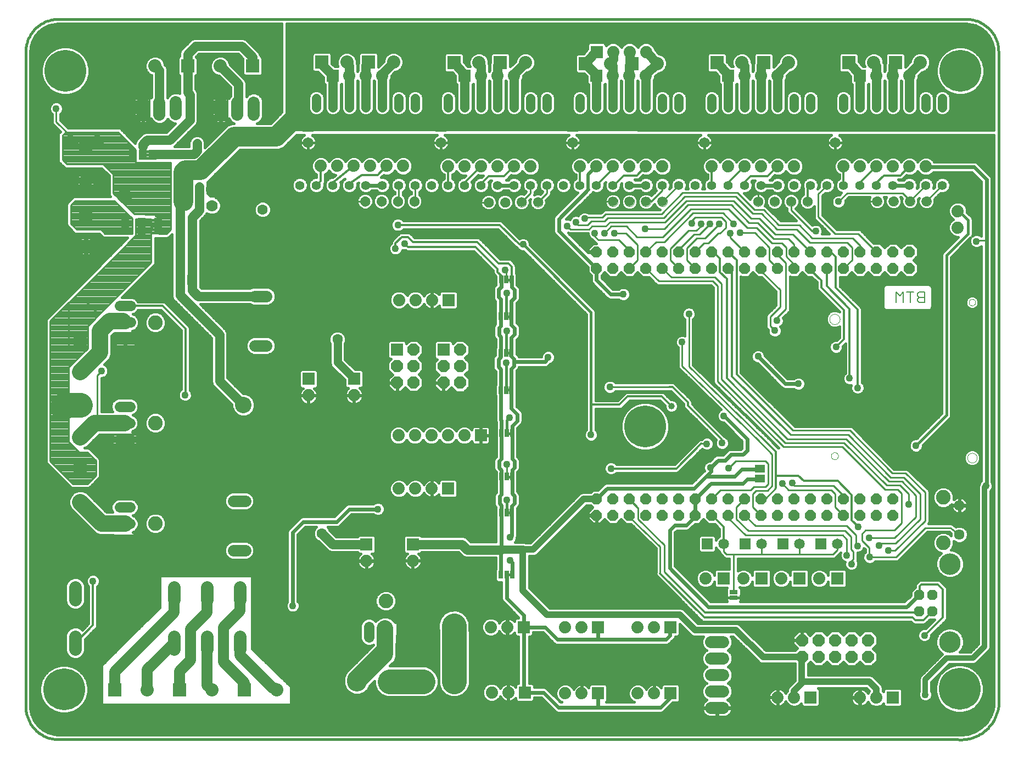
<source format=gbl>
G75*
%MOIN*%
%OFA0B0*%
%FSLAX24Y24*%
%IPPOS*%
%LPD*%
%AMOC8*
5,1,8,0,0,1.08239X$1,22.5*
%
%ADD10C,0.0100*%
%ADD11C,0.0160*%
%ADD12C,0.0060*%
%ADD13C,0.0560*%
%ADD14C,0.0560*%
%ADD15C,0.0650*%
%ADD16R,0.0650X0.0650*%
%ADD17R,0.0740X0.0740*%
%ADD18C,0.0740*%
%ADD19R,0.0800X0.0800*%
%ADD20C,0.0800*%
%ADD21C,0.0640*%
%ADD22OC8,0.0630*%
%ADD23C,0.0630*%
%ADD24C,0.1000*%
%ADD25OC8,0.1000*%
%ADD26C,0.0710*%
%ADD27C,0.0780*%
%ADD28OC8,0.0660*%
%ADD29R,0.0500X0.1000*%
%ADD30R,0.0460X0.0630*%
%ADD31OC8,0.0614*%
%ADD32C,0.1306*%
%ADD33R,0.0630X0.0460*%
%ADD34R,0.0250X0.0500*%
%ADD35C,0.0000*%
%ADD36OC8,0.0740*%
%ADD37C,0.0886*%
%ADD38C,0.0634*%
%ADD39C,0.0740*%
%ADD40R,0.0500X0.0250*%
%ADD41OC8,0.0700*%
%ADD42C,0.0700*%
%ADD43C,0.0590*%
%ADD44OC8,0.0850*%
%ADD45C,0.1005*%
%ADD46C,0.0436*%
%ADD47C,0.0120*%
%ADD48C,0.0110*%
%ADD49C,0.0827*%
%ADD50C,0.0240*%
%ADD51C,0.1000*%
%ADD52C,0.0860*%
%ADD53C,0.1500*%
%ADD54C,0.0700*%
%ADD55C,0.0400*%
%ADD56C,0.0660*%
%ADD57C,0.2540*%
%ADD58C,0.0200*%
%ADD59C,0.0320*%
%ADD60C,0.0500*%
%ADD61C,0.0397*%
%ADD62C,0.1200*%
D10*
X067882Y069038D02*
X067882Y069156D01*
D11*
X065309Y053438D02*
X010741Y053439D01*
X010749Y053719D02*
X010561Y053736D01*
X010192Y053835D01*
X009855Y054014D01*
X009565Y054263D01*
X009339Y054570D01*
X009186Y054920D01*
X009115Y055295D01*
X009112Y055475D01*
X009112Y055491D01*
X009114Y055542D01*
X009112Y055547D01*
X009111Y095210D01*
X009122Y095399D01*
X009206Y095768D01*
X009370Y096108D01*
X009606Y096404D01*
X009902Y096640D01*
X024381Y096640D01*
X024381Y096798D02*
X010231Y096798D01*
X010242Y096804D02*
X010611Y096888D01*
X010800Y096898D01*
X024381Y096898D01*
X024381Y091526D01*
X023710Y090854D01*
X022881Y090854D01*
X022994Y090901D01*
X023155Y091061D01*
X023241Y091271D01*
X023241Y092238D01*
X023155Y092447D01*
X022994Y092607D01*
X022785Y092694D01*
X022558Y092694D01*
X022349Y092607D01*
X022221Y092480D01*
X022221Y093323D01*
X022148Y093499D01*
X022013Y093634D01*
X021241Y094406D01*
X021241Y094447D01*
X021149Y094668D01*
X020981Y094836D01*
X020760Y094928D01*
X020521Y094928D01*
X020301Y094836D01*
X020132Y094668D01*
X020041Y094447D01*
X020041Y094208D01*
X020132Y093988D01*
X020301Y093819D01*
X020521Y093728D01*
X020562Y093728D01*
X021261Y093029D01*
X021261Y092520D01*
X021188Y092447D01*
X021159Y092378D01*
X021142Y092413D01*
X021091Y092483D01*
X021030Y092544D01*
X020960Y092595D01*
X020883Y092634D01*
X020800Y092661D01*
X020715Y092674D01*
X020701Y092674D01*
X020701Y091784D01*
X020641Y091784D01*
X020641Y091724D01*
X020121Y091724D01*
X020121Y091341D01*
X020135Y091255D01*
X020162Y091173D01*
X020201Y091096D01*
X020252Y091026D01*
X020313Y090965D01*
X020383Y090914D01*
X020460Y090875D01*
X020543Y090848D01*
X020628Y090834D01*
X020641Y090834D01*
X020641Y091724D01*
X020701Y091724D01*
X020701Y090834D01*
X020715Y090834D01*
X020800Y090848D01*
X020883Y090875D01*
X020960Y090914D01*
X021030Y090965D01*
X021091Y091026D01*
X021142Y091096D01*
X021159Y091131D01*
X021188Y091061D01*
X021349Y090901D01*
X021461Y090854D01*
X021352Y090854D01*
X021058Y090732D01*
X019711Y089386D01*
X019711Y089740D01*
X019638Y089916D01*
X019503Y090051D01*
X019327Y090124D01*
X019136Y090124D01*
X018960Y090051D01*
X018824Y089916D01*
X018751Y089740D01*
X018751Y089444D01*
X017861Y089444D01*
X019064Y090647D01*
X019199Y090782D01*
X019272Y090959D01*
X019272Y092685D01*
X019199Y092862D01*
X019134Y092927D01*
X019134Y093730D01*
X019136Y093730D01*
X019254Y093848D01*
X019254Y094813D01*
X019178Y094889D01*
X019351Y095062D01*
X021737Y095062D01*
X022009Y094790D01*
X022009Y093845D01*
X022126Y093728D01*
X023092Y093728D01*
X023209Y093845D01*
X023209Y094810D01*
X023092Y094928D01*
X023088Y094928D01*
X023088Y094965D01*
X023015Y095142D01*
X022880Y095277D01*
X022208Y095949D01*
X022031Y096022D01*
X019057Y096022D01*
X018880Y095949D01*
X018247Y095316D01*
X018174Y095139D01*
X018174Y094930D01*
X018171Y094930D01*
X018054Y094813D01*
X018054Y093848D01*
X018171Y093730D01*
X018174Y093730D01*
X018174Y092679D01*
X018065Y092724D01*
X017838Y092724D01*
X017629Y092637D01*
X017468Y092477D01*
X017445Y092422D01*
X017435Y092447D01*
X017431Y092450D01*
X017431Y094160D01*
X017358Y094336D01*
X017285Y094409D01*
X017285Y094450D01*
X017194Y094670D01*
X017025Y094839D01*
X016804Y094930D01*
X016566Y094930D01*
X016345Y094839D01*
X016176Y094670D01*
X016085Y094450D01*
X016085Y094211D01*
X016176Y093991D01*
X016345Y093822D01*
X016471Y093769D01*
X016471Y092450D01*
X016468Y092447D01*
X016446Y092394D01*
X016422Y092443D01*
X016371Y092513D01*
X016310Y092574D01*
X016240Y092625D01*
X016163Y092664D01*
X016080Y092691D01*
X015995Y092704D01*
X015981Y092704D01*
X015981Y091814D01*
X015921Y091814D01*
X015921Y091754D01*
X015401Y091754D01*
X015401Y091371D01*
X015415Y091285D01*
X015442Y091203D01*
X015481Y091126D01*
X015532Y091056D01*
X015593Y090995D01*
X015663Y090944D01*
X015740Y090905D01*
X015823Y090878D01*
X015908Y090864D01*
X015921Y090864D01*
X015921Y091754D01*
X015981Y091754D01*
X015981Y090864D01*
X015995Y090864D01*
X016080Y090878D01*
X016163Y090905D01*
X016240Y090944D01*
X016310Y090995D01*
X016371Y091056D01*
X016422Y091126D01*
X016433Y091147D01*
X016468Y091061D01*
X016629Y090901D01*
X016838Y090814D01*
X017065Y090814D01*
X017274Y090901D01*
X017435Y091061D01*
X017458Y091117D01*
X017468Y091091D01*
X017629Y090931D01*
X017838Y090844D01*
X017903Y090844D01*
X017369Y090310D01*
X016105Y090310D01*
X015928Y090237D01*
X015793Y090102D01*
X015534Y089843D01*
X015461Y089667D01*
X015461Y089655D01*
X014586Y090530D01*
X014492Y090569D01*
X011417Y090569D01*
X010936Y091050D01*
X010936Y091408D01*
X011036Y091507D01*
X011100Y091661D01*
X011100Y091827D01*
X011036Y091981D01*
X010918Y092099D01*
X010765Y092162D01*
X010598Y092162D01*
X010445Y092099D01*
X010327Y091981D01*
X010263Y091827D01*
X010263Y091661D01*
X010327Y091507D01*
X010426Y091408D01*
X010426Y090894D01*
X010465Y090800D01*
X010921Y090344D01*
X010845Y090269D01*
X010806Y090175D01*
X010806Y088584D01*
X010845Y088490D01*
X010917Y088418D01*
X011187Y088148D01*
X011281Y088109D01*
X013436Y088109D01*
X013886Y087659D01*
X013886Y086652D01*
X013886Y086651D01*
X013886Y086601D01*
X013886Y086552D01*
X013887Y086550D01*
X013887Y086549D01*
X013906Y086504D01*
X013925Y086458D01*
X013926Y086457D01*
X013927Y086456D01*
X013962Y086421D01*
X013974Y086409D01*
X011791Y086409D01*
X011697Y086370D01*
X011625Y086299D01*
X011625Y086299D01*
X011355Y086029D01*
X011316Y085935D01*
X011316Y084694D01*
X011355Y084600D01*
X011427Y084528D01*
X011777Y084178D01*
X011871Y084139D01*
X013296Y084139D01*
X013497Y083938D01*
X013591Y083899D01*
X014535Y083899D01*
X014540Y083894D01*
X015000Y083894D01*
X011297Y080190D01*
X011225Y080119D01*
X010095Y078989D01*
X010056Y078895D01*
X010056Y070304D01*
X010095Y070210D01*
X010167Y070138D01*
X011567Y068738D01*
X011661Y068699D01*
X012622Y068699D01*
X012716Y068738D01*
X012788Y068810D01*
X013308Y069330D01*
X013346Y069424D01*
X013346Y070415D01*
X013308Y070509D01*
X013236Y070580D01*
X012716Y071100D01*
X012622Y071139D01*
X012418Y071139D01*
X012543Y071191D01*
X013299Y071946D01*
X014123Y071946D01*
X014096Y071909D01*
X014060Y071838D01*
X014036Y071764D01*
X014023Y071686D01*
X014023Y071666D01*
X014823Y071666D01*
X014823Y071626D01*
X014863Y071626D01*
X014863Y071146D01*
X015203Y071146D01*
X015280Y071159D01*
X015355Y071183D01*
X015425Y071219D01*
X015489Y071265D01*
X015545Y071321D01*
X015591Y071384D01*
X015627Y071455D01*
X015651Y071529D01*
X015663Y071607D01*
X015663Y071626D01*
X014863Y071626D01*
X014863Y071666D01*
X015663Y071666D01*
X015663Y071686D01*
X015651Y071764D01*
X015627Y071838D01*
X015591Y071909D01*
X015545Y071972D01*
X015489Y072028D01*
X015425Y072074D01*
X015355Y072110D01*
X015311Y072124D01*
X015346Y072159D01*
X015458Y072206D01*
X015604Y072352D01*
X015683Y072543D01*
X015683Y072750D01*
X015604Y072941D01*
X015458Y073087D01*
X015346Y073134D01*
X015328Y073152D01*
X015458Y073206D01*
X015604Y073352D01*
X015683Y073543D01*
X015683Y073750D01*
X015604Y073941D01*
X015458Y074087D01*
X015267Y074166D01*
X014420Y074166D01*
X014229Y074087D01*
X014082Y073941D01*
X014003Y073750D01*
X014003Y073543D01*
X014082Y073352D01*
X014088Y073346D01*
X013431Y073346D01*
X013431Y075386D01*
X013515Y075386D01*
X013668Y075450D01*
X013786Y075567D01*
X013850Y075721D01*
X013850Y075887D01*
X013786Y076041D01*
X013668Y076159D01*
X013586Y076193D01*
X018268Y076193D01*
X018268Y076035D02*
X013789Y076035D01*
X013850Y075876D02*
X018268Y075876D01*
X018268Y075718D02*
X013848Y075718D01*
X013778Y075559D02*
X018268Y075559D01*
X018268Y075401D02*
X013550Y075401D01*
X013431Y075242D02*
X018268Y075242D01*
X018268Y075084D02*
X013431Y075084D01*
X013431Y074925D02*
X018268Y074925D01*
X018268Y074767D02*
X013431Y074767D01*
X013431Y074608D02*
X018171Y074608D01*
X018150Y074587D02*
X018086Y074433D01*
X018086Y074267D01*
X018150Y074113D01*
X018267Y073996D01*
X018421Y073932D01*
X018587Y073932D01*
X018741Y073996D01*
X018858Y074113D01*
X018922Y074267D01*
X018922Y074433D01*
X018858Y074587D01*
X018788Y074657D01*
X018788Y078434D01*
X018748Y078529D01*
X018675Y078602D01*
X017294Y079984D01*
X017198Y080023D01*
X015647Y080023D01*
X015633Y080058D01*
X015487Y080204D01*
X015295Y080283D01*
X014681Y080283D01*
X016658Y082260D01*
X016696Y082354D01*
X016696Y083889D01*
X017432Y083889D01*
X017526Y083928D01*
X017598Y084000D01*
X017711Y084114D01*
X017711Y080327D01*
X017784Y080151D01*
X020112Y077823D01*
X020112Y075107D01*
X020185Y074931D01*
X021351Y073765D01*
X021351Y073604D01*
X021458Y073347D01*
X021655Y073150D01*
X021912Y073044D01*
X022190Y073044D01*
X022448Y073150D01*
X022645Y073347D01*
X022751Y073604D01*
X022751Y073883D01*
X022645Y074140D01*
X022448Y074337D01*
X022190Y074444D01*
X022030Y074444D01*
X021072Y075402D01*
X021072Y078117D01*
X020999Y078294D01*
X020864Y078429D01*
X019427Y079866D01*
X022451Y079866D01*
X022632Y079791D01*
X023562Y079791D01*
X023766Y079875D01*
X023923Y080032D01*
X024007Y080236D01*
X024007Y080456D01*
X023923Y080660D01*
X023766Y080816D01*
X023562Y080901D01*
X022632Y080901D01*
X022451Y080826D01*
X019489Y080826D01*
X019421Y080893D01*
X019421Y084945D01*
X019788Y085312D01*
X019820Y085388D01*
X019830Y085378D01*
X020032Y085294D01*
X020251Y085294D01*
X020453Y085378D01*
X020608Y085533D01*
X020691Y085735D01*
X020691Y085954D01*
X020608Y086156D01*
X020453Y086311D01*
X020385Y086339D01*
X020671Y086625D01*
X020671Y086844D01*
X020141Y086844D01*
X020141Y087374D01*
X019963Y087374D01*
X020130Y087541D01*
X021843Y089254D01*
X024201Y089254D01*
X024495Y089376D01*
X024720Y089601D01*
X025253Y090134D01*
X025739Y090134D01*
X025716Y090122D01*
X025651Y090076D01*
X025595Y090020D01*
X025548Y089955D01*
X025512Y089884D01*
X025488Y089809D01*
X025475Y089730D01*
X025475Y089691D01*
X025980Y089691D01*
X025980Y089691D01*
X025475Y089691D01*
X025475Y089651D01*
X025488Y089572D01*
X025512Y089497D01*
X025548Y089426D01*
X025595Y089362D01*
X025651Y089305D01*
X025716Y089259D01*
X025786Y089223D01*
X025862Y089198D01*
X025940Y089186D01*
X025980Y089186D01*
X025980Y089691D01*
X026485Y089691D01*
X026485Y089730D01*
X026473Y089809D01*
X026448Y089884D01*
X026412Y089955D01*
X026365Y090020D01*
X026309Y090076D01*
X026245Y090122D01*
X026222Y090134D01*
X033789Y090134D01*
X033766Y090122D01*
X033701Y090076D01*
X033645Y090020D01*
X033598Y089955D01*
X033562Y089884D01*
X033538Y089809D01*
X033525Y089730D01*
X033525Y089691D01*
X034030Y089691D01*
X034030Y089691D01*
X033525Y089691D01*
X033525Y089651D01*
X033538Y089572D01*
X033562Y089497D01*
X033598Y089426D01*
X033645Y089362D01*
X033701Y089305D01*
X033766Y089259D01*
X033836Y089223D01*
X033912Y089198D01*
X033990Y089186D01*
X034030Y089186D01*
X034030Y089691D01*
X034535Y089691D01*
X034535Y089730D01*
X034523Y089809D01*
X034498Y089884D01*
X034462Y089955D01*
X034415Y090020D01*
X034359Y090076D01*
X034295Y090122D01*
X034272Y090134D01*
X041789Y090134D01*
X041766Y090122D01*
X041701Y090076D01*
X041645Y090020D01*
X041598Y089955D01*
X041562Y089884D01*
X041538Y089809D01*
X041525Y089730D01*
X041525Y089691D01*
X042030Y089691D01*
X042030Y089691D01*
X041525Y089691D01*
X041525Y089651D01*
X041538Y089572D01*
X041562Y089497D01*
X041598Y089426D01*
X041645Y089362D01*
X041701Y089305D01*
X041766Y089259D01*
X041836Y089223D01*
X041912Y089198D01*
X041990Y089186D01*
X042030Y089186D01*
X042030Y089691D01*
X042535Y089691D01*
X042535Y089730D01*
X042523Y089809D01*
X042498Y089884D01*
X042462Y089955D01*
X042415Y090020D01*
X042359Y090076D01*
X042295Y090122D01*
X042272Y090134D01*
X049789Y090134D01*
X049766Y090122D01*
X049701Y090076D01*
X049645Y090020D01*
X049598Y089955D01*
X049562Y089884D01*
X049538Y089809D01*
X049525Y089730D01*
X049525Y089691D01*
X050030Y089691D01*
X050030Y089691D01*
X049525Y089691D01*
X049525Y089651D01*
X049538Y089572D01*
X049562Y089497D01*
X049598Y089426D01*
X049645Y089362D01*
X049701Y089305D01*
X049766Y089259D01*
X049836Y089223D01*
X049912Y089198D01*
X049990Y089186D01*
X050030Y089186D01*
X050030Y089691D01*
X050535Y089691D01*
X050535Y089730D01*
X050523Y089809D01*
X050498Y089884D01*
X050462Y089955D01*
X050415Y090020D01*
X050359Y090076D01*
X050295Y090122D01*
X050272Y090134D01*
X057739Y090134D01*
X057716Y090122D01*
X057651Y090076D01*
X057595Y090020D01*
X057548Y089955D01*
X057512Y089884D01*
X057488Y089809D01*
X057475Y089730D01*
X057475Y089691D01*
X057980Y089691D01*
X057980Y089691D01*
X057475Y089691D01*
X057475Y089651D01*
X057488Y089572D01*
X057512Y089497D01*
X057548Y089426D01*
X057595Y089362D01*
X057651Y089305D01*
X057716Y089259D01*
X057786Y089223D01*
X057862Y089198D01*
X057940Y089186D01*
X057980Y089186D01*
X057980Y089691D01*
X058485Y089691D01*
X058485Y089730D01*
X058473Y089809D01*
X058448Y089884D01*
X058412Y089955D01*
X058365Y090020D01*
X058309Y090076D01*
X058245Y090122D01*
X058222Y090134D01*
X067607Y090134D01*
X067607Y055469D01*
X067568Y055257D01*
X067413Y054829D01*
X067167Y054447D01*
X066841Y054129D01*
X066454Y053892D01*
X066023Y053746D01*
X065570Y053701D01*
X065375Y053714D01*
X065364Y053718D01*
X065326Y053718D01*
X065288Y053723D01*
X065271Y053718D01*
X024931Y053718D01*
X024931Y056634D01*
X022581Y058934D01*
X022581Y063384D01*
X016981Y063384D01*
X016981Y061434D01*
X015431Y059934D01*
X013431Y057934D01*
X013431Y055534D01*
X024831Y055534D01*
X024831Y053718D01*
X010749Y053719D01*
X010174Y053845D02*
X024831Y053845D01*
X024931Y053845D02*
X066314Y053845D01*
X066636Y054003D02*
X024931Y054003D01*
X024831Y054003D02*
X009874Y054003D01*
X009683Y054162D02*
X024831Y054162D01*
X024931Y054162D02*
X066875Y054162D01*
X067037Y054320D02*
X024931Y054320D01*
X024831Y054320D02*
X009523Y054320D01*
X009406Y054479D02*
X024831Y054479D01*
X024931Y054479D02*
X067187Y054479D01*
X067289Y054637D02*
X024931Y054637D01*
X024831Y054637D02*
X009309Y054637D01*
X009240Y054796D02*
X024831Y054796D01*
X024931Y054796D02*
X067391Y054796D01*
X067458Y054954D02*
X051564Y054954D01*
X051537Y054927D02*
X051598Y054988D01*
X051649Y055058D01*
X051689Y055135D01*
X051715Y055218D01*
X051729Y055303D01*
X051729Y055316D01*
X050839Y055316D01*
X050839Y054796D01*
X051222Y054796D01*
X051308Y054810D01*
X051390Y054837D01*
X051467Y054876D01*
X051537Y054927D01*
X051677Y055113D02*
X065011Y055113D01*
X064957Y055127D02*
X065331Y055027D01*
X065718Y055027D01*
X066092Y055127D01*
X066427Y055321D01*
X066701Y055594D01*
X066894Y055929D01*
X066994Y056303D01*
X066994Y056690D01*
X066894Y057064D01*
X066701Y057399D01*
X066427Y057673D01*
X066092Y057867D01*
X065718Y057967D01*
X065331Y057967D01*
X064957Y057867D01*
X064622Y057673D01*
X064348Y057399D01*
X064155Y057064D01*
X064054Y056690D01*
X064054Y056303D01*
X064155Y055929D01*
X064348Y055594D01*
X064622Y055321D01*
X064957Y055127D01*
X064707Y055271D02*
X051724Y055271D01*
X051729Y055376D02*
X051729Y055390D01*
X051715Y055475D01*
X051689Y055558D01*
X051649Y055635D01*
X051598Y055705D01*
X051537Y055766D01*
X051467Y055817D01*
X051432Y055835D01*
X051502Y055863D01*
X051662Y056024D01*
X051749Y056233D01*
X051749Y056460D01*
X051662Y056669D01*
X051502Y056830D01*
X051461Y056846D01*
X051502Y056863D01*
X051662Y057024D01*
X051749Y057233D01*
X051749Y057460D01*
X051662Y057669D01*
X051502Y057830D01*
X051461Y057846D01*
X051502Y057863D01*
X051662Y058024D01*
X051749Y058233D01*
X051749Y058460D01*
X051662Y058669D01*
X051502Y058830D01*
X051461Y058846D01*
X051502Y058863D01*
X051662Y059024D01*
X051749Y059233D01*
X051749Y059460D01*
X051662Y059669D01*
X051651Y059680D01*
X051784Y059680D01*
X053261Y058203D01*
X053373Y058091D01*
X053520Y058030D01*
X055538Y058030D01*
X055538Y057015D01*
X055140Y056617D01*
X055079Y056470D01*
X055079Y056389D01*
X054996Y056306D01*
X054967Y056237D01*
X054949Y056272D01*
X054898Y056342D01*
X054837Y056403D01*
X054767Y056454D01*
X054690Y056493D01*
X054608Y056520D01*
X054522Y056533D01*
X054499Y056533D01*
X054499Y056003D01*
X054459Y056003D01*
X054459Y055963D01*
X054499Y055963D01*
X054499Y055433D01*
X054522Y055433D01*
X054608Y055447D01*
X054690Y055474D01*
X054767Y055513D01*
X054837Y055564D01*
X054898Y055625D01*
X054949Y055695D01*
X054967Y055730D01*
X054996Y055660D01*
X055156Y055500D01*
X055366Y055413D01*
X055592Y055413D01*
X055802Y055500D01*
X055909Y055607D01*
X055909Y055530D01*
X056026Y055413D01*
X056932Y055413D01*
X057049Y055530D01*
X057049Y056436D01*
X056935Y056550D01*
X059864Y056550D01*
X060052Y056362D01*
X059986Y056296D01*
X059957Y056227D01*
X059940Y056262D01*
X059889Y056332D01*
X059828Y056393D01*
X059757Y056444D01*
X059680Y056483D01*
X059598Y056510D01*
X059512Y056523D01*
X059489Y056523D01*
X059489Y055993D01*
X059449Y055993D01*
X059449Y055953D01*
X059489Y055953D01*
X059489Y055423D01*
X059512Y055423D01*
X059598Y055437D01*
X059680Y055464D01*
X059757Y055503D01*
X059828Y055554D01*
X059889Y055615D01*
X059940Y055685D01*
X059957Y055720D01*
X059986Y055650D01*
X060146Y055490D01*
X060356Y055403D01*
X060583Y055403D01*
X060792Y055490D01*
X060899Y055597D01*
X060899Y055520D01*
X061016Y055403D01*
X061922Y055403D01*
X062039Y055520D01*
X062039Y056426D01*
X061922Y056543D01*
X061016Y056543D01*
X060899Y056426D01*
X060899Y056349D01*
X060869Y056379D01*
X060869Y056590D01*
X060808Y056737D01*
X060369Y057177D01*
X060257Y057289D01*
X060110Y057350D01*
X056338Y057350D01*
X056338Y058024D01*
X056464Y058150D01*
X056728Y057886D01*
X057200Y057886D01*
X057464Y058150D01*
X057728Y057886D01*
X058200Y057886D01*
X058464Y058150D01*
X058728Y057886D01*
X059200Y057886D01*
X059464Y058150D01*
X059728Y057886D01*
X060200Y057886D01*
X060534Y058220D01*
X060534Y058692D01*
X060270Y058956D01*
X060534Y059220D01*
X060534Y059692D01*
X060200Y060026D01*
X059728Y060026D01*
X059464Y059762D01*
X059200Y060026D01*
X058728Y060026D01*
X058464Y059762D01*
X058200Y060026D01*
X057728Y060026D01*
X057464Y059762D01*
X057200Y060026D01*
X056728Y060026D01*
X056450Y059748D01*
X056192Y060006D01*
X055984Y060006D01*
X055984Y059476D01*
X055944Y059476D01*
X055944Y060006D01*
X055736Y060006D01*
X055414Y059684D01*
X055414Y059476D01*
X055944Y059476D01*
X055944Y059436D01*
X055414Y059436D01*
X055414Y059228D01*
X055672Y058970D01*
X055532Y058830D01*
X053766Y058830D01*
X052177Y060419D01*
X052030Y060480D01*
X049626Y060480D01*
X048757Y061349D01*
X048610Y061410D01*
X040636Y061410D01*
X039391Y062654D01*
X039391Y064574D01*
X039721Y064574D01*
X039868Y064635D01*
X042876Y067643D01*
X043135Y067643D01*
X043249Y067529D01*
X042974Y067254D01*
X042974Y067061D01*
X043466Y067061D01*
X043466Y067024D01*
X043503Y067024D01*
X043503Y066533D01*
X043695Y066533D01*
X043970Y066807D01*
X044265Y066513D01*
X044704Y066513D01*
X044984Y066793D01*
X045265Y066513D01*
X045569Y066513D01*
X047086Y065037D01*
X047086Y063588D01*
X047081Y063576D01*
X047081Y063473D01*
X047121Y063377D01*
X049811Y060687D01*
X049884Y060614D01*
X049980Y060574D01*
X062568Y060574D01*
X062610Y060533D01*
X062683Y060460D01*
X062778Y060420D01*
X063380Y060420D01*
X063475Y060460D01*
X063731Y060716D01*
X064013Y060716D01*
X063467Y060170D01*
X063308Y060170D01*
X063155Y060106D01*
X063037Y059988D01*
X062973Y059835D01*
X062973Y059668D01*
X063037Y059515D01*
X063155Y059397D01*
X063308Y059334D01*
X063475Y059334D01*
X063628Y059397D01*
X063746Y059515D01*
X063810Y059668D01*
X063810Y059777D01*
X064658Y060625D01*
X064731Y060699D01*
X064771Y060794D01*
X064771Y062590D01*
X064731Y062686D01*
X064416Y063001D01*
X064343Y063074D01*
X064247Y063114D01*
X063160Y063114D01*
X063064Y063074D01*
X062946Y062956D01*
X062873Y062883D01*
X062833Y062787D01*
X062833Y062674D01*
X062576Y062417D01*
X062576Y062171D01*
X062184Y061804D01*
X052205Y061804D01*
X052227Y061841D01*
X052239Y061887D01*
X052239Y062036D01*
X052239Y062162D01*
X052259Y062182D01*
X052259Y062598D01*
X052171Y062687D01*
X052289Y062638D01*
X052516Y062638D01*
X052726Y062724D01*
X052886Y062885D01*
X052933Y062998D01*
X052933Y062755D01*
X053050Y062638D01*
X053956Y062638D01*
X054073Y062755D01*
X054073Y063660D01*
X053956Y063778D01*
X053050Y063778D01*
X052933Y063660D01*
X052933Y063418D01*
X052886Y063530D01*
X052726Y063691D01*
X052516Y063778D01*
X052289Y063778D01*
X052080Y063691D01*
X052056Y063667D01*
X052056Y064419D01*
X057892Y064419D01*
X057986Y064458D01*
X058058Y064530D01*
X058290Y064762D01*
X058263Y064697D01*
X058263Y064531D01*
X058327Y064377D01*
X058445Y064260D01*
X058562Y064211D01*
X058543Y064167D01*
X058543Y064001D01*
X058607Y063847D01*
X058725Y063730D01*
X058878Y063666D01*
X059045Y063666D01*
X059198Y063730D01*
X059316Y063847D01*
X059380Y064001D01*
X059380Y064167D01*
X059324Y064303D01*
X059336Y064334D01*
X059336Y064768D01*
X059412Y064768D01*
X059566Y064832D01*
X059683Y064950D01*
X059719Y065036D01*
X059786Y064969D01*
X059786Y064805D01*
X059714Y064733D01*
X059651Y064580D01*
X059651Y064413D01*
X059714Y064260D01*
X059832Y064142D01*
X059986Y064078D01*
X060152Y064078D01*
X060306Y064142D01*
X060405Y064241D01*
X061714Y064241D01*
X061808Y064280D01*
X061880Y064352D01*
X063557Y066029D01*
X064896Y066029D01*
X064998Y065950D01*
X064998Y065820D01*
X064895Y065924D01*
X064659Y066021D01*
X064403Y066021D01*
X064167Y065924D01*
X063986Y065743D01*
X063888Y065506D01*
X063888Y065251D01*
X063986Y065014D01*
X064167Y064833D01*
X064388Y064742D01*
X064215Y064568D01*
X064085Y064255D01*
X064085Y063915D01*
X064215Y063602D01*
X064455Y063362D01*
X064768Y063232D01*
X065107Y063232D01*
X065421Y063362D01*
X065661Y063602D01*
X065790Y063915D01*
X065790Y064255D01*
X065661Y064568D01*
X065421Y064808D01*
X065107Y064938D01*
X064999Y064938D01*
X065076Y065014D01*
X065174Y065251D01*
X065174Y065481D01*
X065222Y065432D01*
X065412Y065354D01*
X065618Y065354D01*
X065808Y065432D01*
X065953Y065578D01*
X066032Y065768D01*
X066032Y065973D01*
X065953Y066163D01*
X065808Y066309D01*
X065618Y066387D01*
X065412Y066387D01*
X065317Y066348D01*
X065152Y066476D01*
X065128Y066500D01*
X065113Y066507D01*
X065100Y066517D01*
X065066Y066526D01*
X065034Y066539D01*
X065018Y066539D01*
X065002Y066544D01*
X064968Y066539D01*
X063648Y066539D01*
X063656Y066547D01*
X063656Y066549D01*
X063658Y066550D01*
X063676Y066595D01*
X063696Y066640D01*
X063696Y066642D01*
X063696Y066644D01*
X063696Y066692D01*
X063697Y066741D01*
X063696Y066743D01*
X063696Y068396D01*
X063697Y068399D01*
X063696Y068447D01*
X063696Y068495D01*
X063695Y068498D01*
X063695Y068500D01*
X063676Y068544D01*
X063658Y068589D01*
X063656Y068591D01*
X063654Y068593D01*
X063620Y068626D01*
X063586Y068660D01*
X063583Y068662D01*
X062420Y069776D01*
X062386Y069810D01*
X062383Y069812D01*
X062381Y069813D01*
X062336Y069831D01*
X062292Y069849D01*
X062289Y069849D01*
X062287Y069850D01*
X062239Y069849D01*
X061548Y069849D01*
X059101Y072345D01*
X059100Y072346D01*
X059065Y072381D01*
X059031Y072416D01*
X059029Y072417D01*
X059029Y072418D01*
X058983Y072437D01*
X058937Y072456D01*
X058936Y072456D01*
X058935Y072457D01*
X058885Y072457D01*
X058836Y072457D01*
X058835Y072457D01*
X055520Y072457D01*
X052251Y075725D01*
X052251Y081526D01*
X052265Y081513D01*
X052704Y081513D01*
X052984Y081793D01*
X053265Y081513D01*
X053492Y081513D01*
X054376Y080629D01*
X054376Y079800D01*
X053815Y079239D01*
X053776Y079145D01*
X053776Y078481D01*
X053815Y078387D01*
X053886Y078316D01*
X053886Y078176D01*
X053949Y078022D01*
X054067Y077905D01*
X054221Y077841D01*
X054387Y077841D01*
X054541Y077905D01*
X054658Y078022D01*
X054722Y078176D01*
X054722Y078342D01*
X054658Y078496D01*
X054646Y078508D01*
X054674Y078520D01*
X054791Y078637D01*
X054855Y078791D01*
X054855Y078957D01*
X054817Y079049D01*
X055188Y079420D01*
X055226Y079514D01*
X055226Y081551D01*
X055265Y081513D01*
X055704Y081513D01*
X055984Y081793D01*
X056265Y081513D01*
X056552Y081513D01*
X056869Y081196D01*
X056869Y080827D01*
X056909Y080732D01*
X056982Y080659D01*
X058227Y079413D01*
X058227Y079395D01*
X058041Y079472D01*
X057836Y079472D01*
X057647Y079394D01*
X057502Y079249D01*
X057424Y079060D01*
X057424Y078855D01*
X057502Y078665D01*
X057647Y078521D01*
X057836Y078442D01*
X058041Y078442D01*
X058227Y078519D01*
X058227Y077837D01*
X058074Y077684D01*
X057940Y077684D01*
X057787Y077620D01*
X057669Y077502D01*
X057605Y077349D01*
X057605Y077182D01*
X057669Y077029D01*
X057787Y076911D01*
X057940Y076847D01*
X058107Y076847D01*
X058260Y076911D01*
X058378Y077029D01*
X058442Y077182D01*
X058442Y077316D01*
X058591Y077465D01*
X058591Y075691D01*
X058497Y075596D01*
X058433Y075442D01*
X058433Y075276D01*
X058497Y075122D01*
X058614Y075005D01*
X058768Y074941D01*
X058934Y074941D01*
X058949Y074947D01*
X058918Y074873D01*
X058918Y074707D01*
X058982Y074553D01*
X059099Y074436D01*
X059253Y074372D01*
X059419Y074372D01*
X059573Y074436D01*
X059691Y074553D01*
X059754Y074707D01*
X059754Y074873D01*
X059691Y075027D01*
X059596Y075121D01*
X059596Y079579D01*
X059557Y079674D01*
X058262Y080969D01*
X058262Y081515D01*
X058265Y081513D01*
X058704Y081513D01*
X058984Y081793D01*
X059265Y081513D01*
X059704Y081513D01*
X059984Y081793D01*
X060265Y081513D01*
X060704Y081513D01*
X060984Y081793D01*
X061265Y081513D01*
X061704Y081513D01*
X061984Y081793D01*
X062265Y081513D01*
X062704Y081513D01*
X063014Y081823D01*
X063014Y082262D01*
X062734Y082543D01*
X063014Y082823D01*
X063014Y083262D01*
X062704Y083573D01*
X062265Y083573D01*
X061984Y083292D01*
X061704Y083573D01*
X061265Y083573D01*
X060984Y083292D01*
X060704Y083573D01*
X060315Y083573D01*
X059527Y084360D01*
X059433Y084399D01*
X058077Y084399D01*
X057206Y085270D01*
X057206Y086456D01*
X057368Y086618D01*
X057385Y086611D01*
X057576Y086611D01*
X057752Y086684D01*
X057887Y086819D01*
X057960Y086995D01*
X057960Y087186D01*
X057887Y087362D01*
X057752Y087497D01*
X057576Y087571D01*
X057385Y087571D01*
X057208Y087497D01*
X057073Y087362D01*
X057000Y087186D01*
X057000Y086995D01*
X057007Y086978D01*
X056915Y086886D01*
X056960Y086995D01*
X056960Y087186D01*
X056887Y087362D01*
X056752Y087497D01*
X056576Y087571D01*
X056385Y087571D01*
X056208Y087497D01*
X056073Y087362D01*
X056000Y087186D01*
X056000Y086995D01*
X056031Y086920D01*
X056031Y086532D01*
X056011Y086524D01*
X055872Y086385D01*
X055796Y086203D01*
X055796Y086006D01*
X055872Y085824D01*
X056011Y085685D01*
X056193Y085609D01*
X056390Y085609D01*
X056572Y085685D01*
X056696Y085809D01*
X056696Y085114D01*
X056735Y085020D01*
X057616Y084139D01*
X057176Y084139D01*
X057210Y084221D01*
X057210Y084387D01*
X057146Y084541D01*
X057028Y084659D01*
X056875Y084722D01*
X056708Y084722D01*
X056578Y084668D01*
X055565Y085682D01*
X055572Y085685D01*
X055711Y085824D01*
X055786Y086006D01*
X055786Y086203D01*
X055711Y086385D01*
X055572Y086524D01*
X055390Y086599D01*
X055193Y086599D01*
X055011Y086524D01*
X054872Y086385D01*
X054796Y086203D01*
X054796Y086006D01*
X054872Y085824D01*
X055011Y085685D01*
X055046Y085670D01*
X055046Y085534D01*
X055085Y085440D01*
X055596Y084929D01*
X054657Y084929D01*
X053766Y085820D01*
X053713Y085842D01*
X053781Y086007D01*
X053781Y086202D01*
X053707Y086382D01*
X053569Y086520D01*
X053389Y086594D01*
X053194Y086594D01*
X053014Y086520D01*
X052876Y086382D01*
X052814Y086232D01*
X052436Y086611D01*
X052576Y086611D01*
X052752Y086684D01*
X052887Y086819D01*
X052960Y086995D01*
X052960Y087186D01*
X052897Y087339D01*
X052938Y087381D01*
X053091Y087381D01*
X053073Y087362D01*
X053000Y087186D01*
X053000Y086995D01*
X053073Y086819D01*
X053208Y086684D01*
X053385Y086611D01*
X053576Y086611D01*
X053752Y086684D01*
X053839Y086771D01*
X054121Y086771D01*
X054208Y086684D01*
X054385Y086611D01*
X054576Y086611D01*
X054752Y086684D01*
X054887Y086819D01*
X054960Y086995D01*
X054960Y087186D01*
X054887Y087362D01*
X054752Y087497D01*
X054576Y087571D01*
X054385Y087571D01*
X054208Y087497D01*
X054121Y087411D01*
X054004Y087411D01*
X054028Y087420D01*
X054304Y087697D01*
X054367Y087671D01*
X054594Y087671D01*
X054803Y087757D01*
X054963Y087918D01*
X054980Y087958D01*
X054997Y087918D01*
X055157Y087757D01*
X055367Y087671D01*
X055594Y087671D01*
X055803Y087757D01*
X055963Y087918D01*
X056050Y088127D01*
X056050Y088354D01*
X055963Y088563D01*
X055803Y088724D01*
X055594Y088811D01*
X055367Y088811D01*
X055157Y088724D01*
X054997Y088563D01*
X054980Y088523D01*
X054963Y088563D01*
X054803Y088724D01*
X054594Y088811D01*
X054367Y088811D01*
X054157Y088724D01*
X053997Y088563D01*
X053980Y088523D01*
X053963Y088563D01*
X053803Y088724D01*
X053594Y088811D01*
X053367Y088811D01*
X053157Y088724D01*
X052997Y088563D01*
X052980Y088523D01*
X052963Y088563D01*
X052803Y088724D01*
X052594Y088811D01*
X052367Y088811D01*
X052157Y088724D01*
X051997Y088563D01*
X051980Y088523D01*
X051963Y088563D01*
X051803Y088724D01*
X051594Y088811D01*
X051367Y088811D01*
X051157Y088724D01*
X050997Y088563D01*
X050980Y088523D01*
X050963Y088563D01*
X050803Y088724D01*
X050594Y088811D01*
X050367Y088811D01*
X050157Y088724D01*
X049997Y088563D01*
X049910Y088354D01*
X049910Y088127D01*
X049997Y087918D01*
X050157Y087757D01*
X050220Y087731D01*
X050220Y087502D01*
X050208Y087497D01*
X050073Y087362D01*
X050000Y087186D01*
X050000Y086995D01*
X050044Y086889D01*
X049916Y086889D01*
X049960Y086995D01*
X049960Y087186D01*
X049887Y087362D01*
X049752Y087497D01*
X049576Y087571D01*
X049385Y087571D01*
X049208Y087497D01*
X049073Y087362D01*
X049000Y087186D01*
X049000Y086995D01*
X049044Y086889D01*
X048916Y086889D01*
X048960Y086995D01*
X048960Y087186D01*
X048887Y087362D01*
X048752Y087497D01*
X048576Y087571D01*
X048385Y087571D01*
X048208Y087497D01*
X048073Y087362D01*
X048000Y087186D01*
X048000Y086995D01*
X048007Y086978D01*
X047915Y086886D01*
X047960Y086995D01*
X047960Y087186D01*
X047887Y087362D01*
X047752Y087497D01*
X047576Y087571D01*
X047385Y087571D01*
X047208Y087497D01*
X047073Y087362D01*
X047000Y087186D01*
X047000Y086995D01*
X047073Y086819D01*
X047114Y086778D01*
X046806Y086470D01*
X046762Y086514D01*
X046580Y086589D01*
X046383Y086589D01*
X046201Y086514D01*
X046062Y086375D01*
X045986Y086193D01*
X045986Y085996D01*
X046062Y085814D01*
X046201Y085675D01*
X046383Y085599D01*
X046580Y085599D01*
X046762Y085675D01*
X046901Y085814D01*
X046926Y085874D01*
X046936Y085878D01*
X047006Y085948D01*
X047062Y085814D01*
X047201Y085675D01*
X047335Y085619D01*
X047316Y085599D01*
X044001Y085599D01*
X043907Y085560D01*
X043835Y085489D01*
X043835Y085489D01*
X043746Y085399D01*
X043018Y085399D01*
X042998Y085419D01*
X042845Y085482D01*
X042678Y085482D01*
X042525Y085419D01*
X042407Y085301D01*
X042381Y085239D01*
X042325Y085262D01*
X042158Y085262D01*
X042005Y085199D01*
X041887Y085081D01*
X041855Y085003D01*
X041785Y085032D01*
X041632Y085032D01*
X043253Y086653D01*
X043257Y086663D01*
X043385Y086611D01*
X043576Y086611D01*
X043752Y086684D01*
X043887Y086819D01*
X043960Y086995D01*
X043960Y087186D01*
X043955Y087198D01*
X044040Y087283D01*
X044000Y087186D01*
X044000Y086995D01*
X044073Y086819D01*
X044208Y086684D01*
X044385Y086611D01*
X044576Y086611D01*
X044752Y086684D01*
X044887Y086819D01*
X044960Y086995D01*
X044960Y087153D01*
X045005Y087198D01*
X045000Y087186D01*
X045000Y086995D01*
X045073Y086819D01*
X045208Y086684D01*
X045385Y086611D01*
X045576Y086611D01*
X045752Y086684D01*
X045839Y086771D01*
X046121Y086771D01*
X046208Y086684D01*
X046385Y086611D01*
X046576Y086611D01*
X046752Y086684D01*
X046887Y086819D01*
X046960Y086995D01*
X046960Y087186D01*
X046887Y087362D01*
X046752Y087497D01*
X046576Y087571D01*
X046385Y087571D01*
X046208Y087497D01*
X046121Y087411D01*
X045839Y087411D01*
X045819Y087431D01*
X045982Y087431D01*
X046078Y087470D01*
X046304Y087697D01*
X046367Y087671D01*
X046594Y087671D01*
X046803Y087757D01*
X046963Y087918D01*
X046980Y087958D01*
X046997Y087918D01*
X047157Y087757D01*
X047367Y087671D01*
X047594Y087671D01*
X047803Y087757D01*
X047963Y087918D01*
X048050Y088127D01*
X048050Y088354D01*
X047963Y088563D01*
X047803Y088724D01*
X047594Y088811D01*
X047367Y088811D01*
X047157Y088724D01*
X046997Y088563D01*
X046980Y088523D01*
X046963Y088563D01*
X046803Y088724D01*
X046594Y088811D01*
X046367Y088811D01*
X046157Y088724D01*
X045997Y088563D01*
X045980Y088523D01*
X045963Y088563D01*
X045803Y088724D01*
X045594Y088811D01*
X045367Y088811D01*
X045157Y088724D01*
X044997Y088563D01*
X044980Y088523D01*
X044963Y088563D01*
X044803Y088724D01*
X044594Y088811D01*
X044367Y088811D01*
X044157Y088724D01*
X043997Y088563D01*
X043980Y088523D01*
X043963Y088563D01*
X043803Y088724D01*
X043594Y088811D01*
X043367Y088811D01*
X043157Y088724D01*
X042997Y088563D01*
X042980Y088523D01*
X042963Y088563D01*
X042803Y088724D01*
X042594Y088811D01*
X042367Y088811D01*
X042157Y088724D01*
X041997Y088563D01*
X041910Y088354D01*
X041910Y088127D01*
X041997Y087918D01*
X042157Y087757D01*
X042220Y087731D01*
X042220Y087502D01*
X042208Y087497D01*
X042073Y087362D01*
X042000Y087186D01*
X042000Y086995D01*
X042073Y086819D01*
X042208Y086684D01*
X042328Y086634D01*
X040930Y085236D01*
X040881Y085118D01*
X040881Y084251D01*
X040930Y084133D01*
X041020Y084043D01*
X042954Y082109D01*
X042954Y081823D01*
X043164Y081613D01*
X043164Y081266D01*
X043213Y081149D01*
X044072Y080290D01*
X044162Y080200D01*
X044280Y080151D01*
X044842Y080151D01*
X044876Y080117D01*
X045030Y080053D01*
X045196Y080053D01*
X045350Y080117D01*
X045468Y080234D01*
X045531Y080388D01*
X045531Y080554D01*
X045468Y080708D01*
X045350Y080826D01*
X045196Y080889D01*
X045030Y080889D01*
X044876Y080826D01*
X044842Y080791D01*
X044476Y080791D01*
X043804Y081463D01*
X043804Y081613D01*
X043984Y081793D01*
X044265Y081513D01*
X044704Y081513D01*
X044984Y081793D01*
X045265Y081513D01*
X045704Y081513D01*
X045984Y081793D01*
X046265Y081513D01*
X046654Y081513D01*
X047051Y081116D01*
X047122Y081044D01*
X047216Y081005D01*
X050444Y081005D01*
X050575Y080874D01*
X050575Y075139D01*
X050614Y075046D01*
X054520Y071139D01*
X054515Y071141D01*
X053826Y071830D01*
X053825Y071832D01*
X053790Y071866D01*
X053756Y071900D01*
X053754Y071901D01*
X049346Y076182D01*
X049346Y078938D01*
X049446Y079037D01*
X049510Y079191D01*
X049510Y079357D01*
X049446Y079511D01*
X049328Y079629D01*
X049175Y079692D01*
X049008Y079692D01*
X048855Y079629D01*
X048737Y079511D01*
X048673Y079357D01*
X048673Y079191D01*
X048737Y079037D01*
X048836Y078938D01*
X048836Y077953D01*
X048765Y077982D01*
X048598Y077982D01*
X048445Y077919D01*
X048327Y077801D01*
X048263Y077647D01*
X048263Y077481D01*
X048327Y077327D01*
X048426Y077228D01*
X048426Y076174D01*
X048426Y076172D01*
X048426Y076123D01*
X048426Y076074D01*
X048427Y076072D01*
X048427Y076071D01*
X048446Y076025D01*
X048465Y075980D01*
X048466Y075979D01*
X048467Y075977D01*
X048502Y075943D01*
X048537Y075908D01*
X048538Y075908D01*
X051034Y073466D01*
X050973Y073441D01*
X050855Y073323D01*
X050791Y073169D01*
X050791Y073003D01*
X050855Y072849D01*
X050973Y072732D01*
X051126Y072668D01*
X051189Y072668D01*
X052310Y071547D01*
X052310Y071113D01*
X052247Y071050D01*
X051565Y071050D01*
X051447Y071001D01*
X051357Y070911D01*
X051155Y070709D01*
X050791Y070709D01*
X050673Y070661D01*
X050364Y070351D01*
X050315Y070351D01*
X050162Y070288D01*
X050044Y070170D01*
X049980Y070016D01*
X049980Y069850D01*
X050023Y069748D01*
X049970Y069696D01*
X049880Y069606D01*
X049279Y069004D01*
X044062Y069004D01*
X043945Y068956D01*
X043855Y068866D01*
X043562Y068573D01*
X043265Y068573D01*
X043135Y068443D01*
X042630Y068443D01*
X042483Y068382D01*
X042371Y068269D01*
X039476Y065374D01*
X039202Y065374D01*
X039081Y065424D01*
X038543Y065424D01*
X038576Y065457D01*
X038640Y065611D01*
X038640Y065698D01*
X038661Y065751D01*
X038661Y066860D01*
X038666Y066865D01*
X038666Y067487D01*
X038693Y067513D01*
X038783Y067603D01*
X038831Y067721D01*
X038831Y068268D01*
X042370Y068268D01*
X042211Y068110D02*
X038831Y068110D01*
X038831Y068268D02*
X038783Y068386D01*
X038693Y068476D01*
X038676Y068492D01*
X038676Y069062D01*
X038681Y069067D01*
X038681Y069671D01*
X038773Y069763D01*
X038821Y069881D01*
X038821Y070398D01*
X038773Y070516D01*
X038683Y070606D01*
X038675Y070613D01*
X038675Y071712D01*
X038680Y071717D01*
X038680Y072341D01*
X038943Y072603D01*
X038991Y072721D01*
X038991Y073248D01*
X038943Y073366D01*
X038853Y073456D01*
X038636Y073673D01*
X038636Y074295D01*
X038641Y074300D01*
X038641Y074966D01*
X038636Y074971D01*
X038636Y075826D01*
X038733Y075923D01*
X038781Y076041D01*
X038781Y076044D01*
X040333Y076044D01*
X040367Y076038D01*
X040396Y076044D01*
X040425Y076044D01*
X040457Y076058D01*
X040492Y076065D01*
X040516Y076082D01*
X040543Y076093D01*
X040567Y076118D01*
X040596Y076138D01*
X040612Y076162D01*
X040633Y076183D01*
X040646Y076215D01*
X040663Y076242D01*
X040778Y076290D01*
X040896Y076407D01*
X040960Y076561D01*
X040960Y076727D01*
X040896Y076881D01*
X040778Y076999D01*
X040625Y077062D01*
X040458Y077062D01*
X040305Y076999D01*
X040187Y076881D01*
X040123Y076727D01*
X040123Y076684D01*
X038754Y076684D01*
X038733Y076736D01*
X038643Y076826D01*
X038639Y076830D01*
X038639Y077244D01*
X038634Y077249D01*
X038634Y077714D01*
X038773Y077853D01*
X038821Y077971D01*
X038821Y078488D01*
X038773Y078606D01*
X038683Y078696D01*
X038632Y078747D01*
X038632Y078793D01*
X038637Y078798D01*
X038637Y079463D01*
X038632Y079468D01*
X038632Y079932D01*
X038773Y080073D01*
X038821Y080191D01*
X038821Y080808D01*
X038773Y080926D01*
X038683Y081016D01*
X038652Y081046D01*
X038652Y081698D01*
X038587Y081763D01*
X038587Y082210D01*
X038548Y082306D01*
X038362Y082492D01*
X038289Y082565D01*
X038193Y082604D01*
X037649Y082604D01*
X036462Y083792D01*
X036389Y083865D01*
X036293Y083904D01*
X032449Y083904D01*
X032254Y084099D01*
X032254Y084099D01*
X032181Y084172D01*
X032085Y084212D01*
X031608Y084212D01*
X031513Y084172D01*
X031134Y083794D01*
X031061Y083721D01*
X031021Y083625D01*
X031021Y083576D01*
X030927Y083481D01*
X030863Y083327D01*
X030863Y083161D01*
X030927Y083007D01*
X031045Y082890D01*
X031198Y082826D01*
X031365Y082826D01*
X031518Y082890D01*
X031636Y083007D01*
X031696Y083152D01*
X031758Y083126D01*
X031892Y083126D01*
X031894Y083124D01*
X031990Y083084D01*
X036034Y083084D01*
X037211Y081907D01*
X037211Y081763D01*
X037251Y081667D01*
X037324Y081594D01*
X037362Y081556D01*
X037362Y081032D01*
X037365Y081030D01*
X037280Y080946D01*
X037231Y080828D01*
X037231Y080231D01*
X037280Y080113D01*
X037352Y080041D01*
X037352Y079468D01*
X037347Y079463D01*
X037347Y078798D01*
X037352Y078793D01*
X037352Y078677D01*
X037290Y078616D01*
X037241Y078498D01*
X037241Y077931D01*
X037290Y077813D01*
X037354Y077749D01*
X037354Y077249D01*
X037349Y077244D01*
X037349Y076794D01*
X037340Y076786D01*
X037250Y076696D01*
X037201Y076578D01*
X037201Y076001D01*
X037250Y075883D01*
X037356Y075778D01*
X037356Y074971D01*
X037351Y074966D01*
X037351Y074300D01*
X037356Y074295D01*
X037356Y072786D01*
X037395Y072690D01*
X037395Y072388D01*
X037390Y072383D01*
X037390Y071717D01*
X037395Y071712D01*
X037395Y070621D01*
X037380Y070606D01*
X037290Y070516D01*
X037241Y070398D01*
X037241Y069881D01*
X037290Y069763D01*
X037391Y069662D01*
X037391Y069067D01*
X037396Y069062D01*
X037396Y068451D01*
X037320Y068376D01*
X037271Y068258D01*
X037271Y067701D01*
X037320Y067583D01*
X037376Y067527D01*
X037376Y066865D01*
X037381Y066860D01*
X037381Y065434D01*
X035830Y065434D01*
X035705Y065559D01*
X035570Y065694D01*
X035394Y065767D01*
X032873Y065767D01*
X032783Y065857D01*
X031878Y065857D01*
X031761Y065740D01*
X031761Y064834D01*
X031878Y064717D01*
X031987Y064717D01*
X031972Y064707D01*
X031911Y064646D01*
X031860Y064575D01*
X031821Y064498D01*
X031794Y064416D01*
X031781Y064330D01*
X031781Y064307D01*
X032311Y064307D01*
X032311Y064267D01*
X032351Y064267D01*
X032351Y064307D01*
X032881Y064307D01*
X032881Y064330D01*
X032867Y064416D01*
X032840Y064498D01*
X032801Y064575D01*
X032750Y064646D01*
X032689Y064707D01*
X032674Y064717D01*
X032783Y064717D01*
X032873Y064807D01*
X035100Y064807D01*
X035360Y064547D01*
X035536Y064474D01*
X037356Y064474D01*
X037356Y063771D01*
X037351Y063766D01*
X037351Y063100D01*
X037468Y062983D01*
X037706Y062983D01*
X037706Y061954D01*
X037755Y061837D01*
X038750Y060842D01*
X038750Y060821D01*
X038617Y060821D01*
X038500Y060703D01*
X038500Y060594D01*
X038489Y060609D01*
X038428Y060670D01*
X038358Y060721D01*
X038281Y060760D01*
X038198Y060787D01*
X038113Y060801D01*
X038090Y060801D01*
X038090Y060271D01*
X038050Y060271D01*
X038050Y060801D01*
X038026Y060801D01*
X037941Y060787D01*
X037858Y060760D01*
X037781Y060721D01*
X037711Y060670D01*
X037650Y060609D01*
X037599Y060539D01*
X037581Y060504D01*
X037553Y060573D01*
X037392Y060734D01*
X037183Y060821D01*
X036956Y060821D01*
X036747Y060734D01*
X036586Y060573D01*
X036500Y060364D01*
X036500Y060137D01*
X036586Y059928D01*
X036747Y059767D01*
X036956Y059681D01*
X037183Y059681D01*
X037392Y059767D01*
X037553Y059928D01*
X037581Y059997D01*
X037599Y059962D01*
X037650Y059892D01*
X037711Y059831D01*
X037781Y059780D01*
X037858Y059741D01*
X037941Y059714D01*
X038026Y059701D01*
X038050Y059701D01*
X038050Y060231D01*
X038090Y060231D01*
X038090Y059701D01*
X038113Y059701D01*
X038198Y059714D01*
X038281Y059741D01*
X038358Y059780D01*
X038428Y059831D01*
X038489Y059892D01*
X038500Y059907D01*
X038500Y059798D01*
X038617Y059681D01*
X038750Y059681D01*
X038750Y056851D01*
X038677Y056851D01*
X038560Y056733D01*
X038560Y056624D01*
X038549Y056639D01*
X038488Y056700D01*
X038418Y056751D01*
X038341Y056790D01*
X038258Y056817D01*
X038173Y056831D01*
X038150Y056831D01*
X038150Y056301D01*
X038110Y056301D01*
X038110Y056831D01*
X038086Y056831D01*
X038001Y056817D01*
X037918Y056790D01*
X037841Y056751D01*
X037771Y056700D01*
X037710Y056639D01*
X037659Y056569D01*
X037641Y056534D01*
X037613Y056603D01*
X037452Y056764D01*
X037243Y056851D01*
X037016Y056851D01*
X036807Y056764D01*
X036646Y056603D01*
X036560Y056394D01*
X036560Y056167D01*
X036646Y055958D01*
X036807Y055797D01*
X037016Y055711D01*
X037243Y055711D01*
X037452Y055797D01*
X037613Y055958D01*
X037641Y056027D01*
X037659Y055992D01*
X037710Y055922D01*
X037771Y055861D01*
X037841Y055810D01*
X037918Y055771D01*
X038001Y055744D01*
X038086Y055731D01*
X038110Y055731D01*
X038110Y056261D01*
X038150Y056261D01*
X038150Y055731D01*
X038173Y055731D01*
X038258Y055744D01*
X038341Y055771D01*
X038418Y055810D01*
X038488Y055861D01*
X038549Y055922D01*
X038560Y055937D01*
X038560Y055828D01*
X038677Y055711D01*
X039582Y055711D01*
X039700Y055828D01*
X039700Y055961D01*
X040133Y055961D01*
X040900Y055193D01*
X040990Y055103D01*
X041108Y055054D01*
X047425Y055054D01*
X047543Y055103D01*
X048100Y055661D01*
X048432Y055661D01*
X048550Y055778D01*
X048550Y056683D01*
X048432Y056801D01*
X047527Y056801D01*
X047410Y056683D01*
X047410Y056574D01*
X047399Y056589D01*
X047338Y056650D01*
X047268Y056701D01*
X047191Y056740D01*
X047108Y056767D01*
X047023Y056781D01*
X047000Y056781D01*
X047000Y056251D01*
X046960Y056251D01*
X046960Y056781D01*
X046936Y056781D01*
X046851Y056767D01*
X046768Y056740D01*
X046691Y056701D01*
X046621Y056650D01*
X046560Y056589D01*
X046509Y056519D01*
X046491Y056484D01*
X046463Y056553D01*
X046302Y056714D01*
X046093Y056801D01*
X045866Y056801D01*
X045657Y056714D01*
X045496Y056553D01*
X045410Y056344D01*
X045410Y056117D01*
X045496Y055908D01*
X045657Y055747D01*
X045785Y055694D01*
X044066Y055694D01*
X044150Y055778D01*
X044150Y056683D01*
X044032Y056801D01*
X043127Y056801D01*
X043010Y056683D01*
X043010Y056574D01*
X042999Y056589D01*
X042938Y056650D01*
X042868Y056701D01*
X042791Y056740D01*
X042708Y056767D01*
X042623Y056781D01*
X042600Y056781D01*
X042600Y056251D01*
X042560Y056251D01*
X042560Y056781D01*
X042536Y056781D01*
X042451Y056767D01*
X042368Y056740D01*
X042291Y056701D01*
X042221Y056650D01*
X042160Y056589D01*
X042109Y056519D01*
X042091Y056484D01*
X042063Y056553D01*
X041902Y056714D01*
X041693Y056801D01*
X041466Y056801D01*
X041257Y056714D01*
X041096Y056553D01*
X041010Y056344D01*
X041010Y056117D01*
X041096Y055908D01*
X041257Y055747D01*
X041385Y055694D01*
X041304Y055694D01*
X040446Y056552D01*
X040329Y056601D01*
X039700Y056601D01*
X039700Y056733D01*
X039582Y056851D01*
X039390Y056851D01*
X039390Y059681D01*
X039522Y059681D01*
X039640Y059798D01*
X039640Y059931D01*
X040223Y059931D01*
X040840Y059313D01*
X040930Y059223D01*
X041048Y059174D01*
X047755Y059174D01*
X047873Y059223D01*
X048133Y059483D01*
X048223Y059573D01*
X048267Y059681D01*
X048422Y059681D01*
X048540Y059798D01*
X048540Y060435D01*
X049121Y059853D01*
X049233Y059741D01*
X049380Y059680D01*
X049966Y059680D01*
X049956Y059669D01*
X049869Y059460D01*
X049869Y059233D01*
X049956Y059024D01*
X050116Y058863D01*
X050157Y058846D01*
X050116Y058830D01*
X049956Y058669D01*
X049869Y058460D01*
X049869Y058233D01*
X049956Y058024D01*
X050116Y057863D01*
X050157Y057846D01*
X050116Y057830D01*
X049956Y057669D01*
X049869Y057460D01*
X049869Y057233D01*
X049956Y057024D01*
X050116Y056863D01*
X050157Y056846D01*
X050116Y056830D01*
X049956Y056669D01*
X049869Y056460D01*
X049869Y056233D01*
X049956Y056024D01*
X050116Y055863D01*
X050185Y055835D01*
X050151Y055817D01*
X050081Y055766D01*
X050019Y055705D01*
X049968Y055635D01*
X049929Y055558D01*
X049902Y055475D01*
X049889Y055390D01*
X049889Y055376D01*
X050779Y055376D01*
X050779Y055316D01*
X050839Y055316D01*
X050839Y055376D01*
X051729Y055376D01*
X051723Y055430D02*
X055326Y055430D01*
X055068Y055588D02*
X054861Y055588D01*
X054499Y055588D02*
X054459Y055588D01*
X054459Y055433D02*
X054459Y055963D01*
X053929Y055963D01*
X053929Y055940D01*
X053942Y055855D01*
X053969Y055772D01*
X054008Y055695D01*
X054059Y055625D01*
X054121Y055564D01*
X054191Y055513D01*
X054268Y055474D01*
X054350Y055447D01*
X054436Y055433D01*
X054459Y055433D01*
X054459Y055747D02*
X054499Y055747D01*
X054499Y055905D02*
X054459Y055905D01*
X054459Y056003D02*
X053929Y056003D01*
X053929Y056027D01*
X053942Y056112D01*
X053969Y056194D01*
X054008Y056272D01*
X054059Y056342D01*
X054121Y056403D01*
X054191Y056454D01*
X054268Y056493D01*
X054350Y056520D01*
X054436Y056533D01*
X054459Y056533D01*
X054459Y056003D01*
X054459Y056064D02*
X054499Y056064D01*
X054499Y056222D02*
X054459Y056222D01*
X054459Y056381D02*
X054499Y056381D01*
X054859Y056381D02*
X055070Y056381D01*
X055108Y056539D02*
X051716Y056539D01*
X051749Y056381D02*
X054098Y056381D01*
X053983Y056222D02*
X051744Y056222D01*
X051679Y056064D02*
X053935Y056064D01*
X053934Y055905D02*
X051544Y055905D01*
X051557Y055747D02*
X053982Y055747D01*
X054096Y055588D02*
X051673Y055588D01*
X050839Y055271D02*
X050779Y055271D01*
X050779Y055316D02*
X050779Y054796D01*
X050396Y054796D01*
X050310Y054810D01*
X050228Y054837D01*
X050151Y054876D01*
X050081Y054927D01*
X050019Y054988D01*
X049968Y055058D01*
X049929Y055135D01*
X049902Y055218D01*
X049889Y055303D01*
X049889Y055316D01*
X050779Y055316D01*
X050779Y055113D02*
X050839Y055113D01*
X050839Y054954D02*
X050779Y054954D01*
X050053Y054954D02*
X024931Y054954D01*
X024831Y054954D02*
X009180Y054954D01*
X009150Y055113D02*
X010565Y055113D01*
X010587Y055100D02*
X010961Y055000D01*
X011348Y055000D01*
X011722Y055100D01*
X012057Y055293D01*
X012331Y055567D01*
X012524Y055902D01*
X012624Y056276D01*
X012624Y056663D01*
X012524Y057037D01*
X012331Y057372D01*
X012057Y057646D01*
X011722Y057840D01*
X011348Y057940D01*
X010961Y057940D01*
X010587Y057840D01*
X010252Y057646D01*
X009978Y057372D01*
X009784Y057037D01*
X009684Y056663D01*
X009684Y056276D01*
X009784Y055902D01*
X009978Y055567D01*
X010252Y055293D01*
X010587Y055100D01*
X010290Y055271D02*
X009120Y055271D01*
X009113Y055430D02*
X010115Y055430D01*
X009966Y055588D02*
X009112Y055588D01*
X009112Y055747D02*
X009874Y055747D01*
X009784Y055905D02*
X009112Y055905D01*
X009112Y056064D02*
X009741Y056064D01*
X009699Y056222D02*
X009112Y056222D01*
X009112Y056381D02*
X009684Y056381D01*
X009684Y056539D02*
X009112Y056539D01*
X009112Y056698D02*
X009693Y056698D01*
X009736Y056856D02*
X009112Y056856D01*
X009112Y057015D02*
X009778Y057015D01*
X009863Y057173D02*
X009112Y057173D01*
X009112Y057332D02*
X009954Y057332D01*
X010096Y057490D02*
X009112Y057490D01*
X009112Y057649D02*
X010256Y057649D01*
X010531Y057807D02*
X009112Y057807D01*
X009112Y057966D02*
X013463Y057966D01*
X013431Y057807D02*
X011778Y057807D01*
X012052Y057649D02*
X013431Y057649D01*
X013431Y057490D02*
X012213Y057490D01*
X012354Y057332D02*
X013431Y057332D01*
X013431Y057173D02*
X012446Y057173D01*
X012530Y057015D02*
X013431Y057015D01*
X013431Y056856D02*
X012573Y056856D01*
X012615Y056698D02*
X013431Y056698D01*
X013431Y056539D02*
X012624Y056539D01*
X012624Y056381D02*
X013431Y056381D01*
X013431Y056222D02*
X012610Y056222D01*
X012567Y056064D02*
X013431Y056064D01*
X013431Y055905D02*
X012525Y055905D01*
X012434Y055747D02*
X013431Y055747D01*
X013431Y055588D02*
X012343Y055588D01*
X012193Y055430D02*
X024831Y055430D01*
X024931Y055430D02*
X040664Y055430D01*
X040822Y055271D02*
X024931Y055271D01*
X024831Y055271D02*
X012018Y055271D01*
X011744Y055113D02*
X024831Y055113D01*
X024931Y055113D02*
X040981Y055113D01*
X040505Y055588D02*
X024931Y055588D01*
X024931Y055747D02*
X036929Y055747D01*
X036699Y055905D02*
X024931Y055905D01*
X024931Y056064D02*
X030585Y056064D01*
X030752Y055994D02*
X030403Y056139D01*
X030136Y056406D01*
X029991Y056755D01*
X029991Y056963D01*
X029690Y056662D01*
X029620Y056491D01*
X029395Y056266D01*
X029101Y056144D01*
X028782Y056144D01*
X028488Y056266D01*
X028457Y056297D01*
X028447Y056297D01*
X028330Y056414D01*
X028330Y056424D01*
X028263Y056491D01*
X028141Y056785D01*
X028141Y057203D01*
X028263Y057497D01*
X029945Y059179D01*
X029945Y059188D01*
X029776Y059118D01*
X029569Y059118D01*
X029378Y059197D01*
X029231Y059343D01*
X029152Y059535D01*
X029152Y060381D01*
X029231Y060573D01*
X029378Y060719D01*
X029569Y060798D01*
X029776Y060798D01*
X029967Y060719D01*
X030081Y060605D01*
X030259Y060780D01*
X030517Y060885D01*
X030795Y060883D01*
X031052Y060775D01*
X031247Y060577D01*
X031256Y060556D01*
X031291Y060604D01*
X031346Y060659D01*
X031410Y060706D01*
X031480Y060741D01*
X031555Y060766D01*
X031633Y060778D01*
X031652Y060778D01*
X031652Y059978D01*
X031692Y059978D01*
X031692Y060778D01*
X031711Y060778D01*
X031789Y060766D01*
X031864Y060741D01*
X031934Y060706D01*
X031998Y060659D01*
X032054Y060604D01*
X032100Y060540D01*
X032135Y060470D01*
X032160Y060395D01*
X032172Y060317D01*
X032172Y059978D01*
X031692Y059978D01*
X031692Y059938D01*
X031692Y059138D01*
X031711Y059138D01*
X031789Y059150D01*
X031864Y059175D01*
X031934Y059210D01*
X031998Y059257D01*
X032054Y059312D01*
X032100Y059376D01*
X032135Y059446D01*
X032160Y059521D01*
X032172Y059599D01*
X032172Y059938D01*
X031692Y059938D01*
X031652Y059938D01*
X031652Y059138D01*
X031633Y059138D01*
X031555Y059150D01*
X031480Y059175D01*
X031410Y059210D01*
X031346Y059257D01*
X031345Y059258D01*
X031342Y058775D01*
X031352Y058742D01*
X031341Y058639D01*
X031341Y058485D01*
X031220Y058191D01*
X030923Y057894D01*
X033130Y057894D01*
X033480Y057750D01*
X033747Y057482D01*
X033891Y057133D01*
X033891Y056755D01*
X033747Y056406D01*
X033480Y056139D01*
X033130Y055994D01*
X030752Y055994D01*
X030320Y056222D02*
X029288Y056222D01*
X029509Y056381D02*
X030162Y056381D01*
X030081Y056539D02*
X029640Y056539D01*
X029726Y056698D02*
X030015Y056698D01*
X029991Y056856D02*
X029885Y056856D01*
X028594Y056222D02*
X024931Y056222D01*
X024931Y056381D02*
X028364Y056381D01*
X028243Y056539D02*
X024931Y056539D01*
X024867Y056698D02*
X028178Y056698D01*
X028141Y056856D02*
X024705Y056856D01*
X024543Y057015D02*
X028141Y057015D01*
X028141Y057173D02*
X024381Y057173D01*
X024219Y057332D02*
X028195Y057332D01*
X028260Y057490D02*
X024057Y057490D01*
X023895Y057649D02*
X028414Y057649D01*
X028573Y057807D02*
X023733Y057807D01*
X023571Y057966D02*
X028731Y057966D01*
X028890Y058124D02*
X023409Y058124D01*
X023247Y058283D02*
X029048Y058283D01*
X029207Y058441D02*
X023085Y058441D01*
X022923Y058600D02*
X029365Y058600D01*
X029524Y058758D02*
X022761Y058758D01*
X022599Y058917D02*
X029682Y058917D01*
X029841Y059075D02*
X022581Y059075D01*
X022581Y059234D02*
X029341Y059234D01*
X029211Y059392D02*
X022581Y059392D01*
X022581Y059551D02*
X029152Y059551D01*
X029152Y059709D02*
X022581Y059709D01*
X022581Y059868D02*
X029152Y059868D01*
X029152Y060026D02*
X022581Y060026D01*
X022581Y060185D02*
X029152Y060185D01*
X029152Y060343D02*
X022581Y060343D01*
X022581Y060502D02*
X029202Y060502D01*
X029319Y060660D02*
X022581Y060660D01*
X022581Y060819D02*
X030353Y060819D01*
X030137Y060660D02*
X030025Y060660D01*
X030328Y061295D02*
X030564Y061197D01*
X030820Y061197D01*
X031056Y061295D01*
X031237Y061476D01*
X031335Y061712D01*
X031335Y061968D01*
X031237Y062204D01*
X031056Y062385D01*
X030820Y062483D01*
X030564Y062483D01*
X030328Y062385D01*
X030147Y062204D01*
X030049Y061968D01*
X030049Y061712D01*
X030147Y061476D01*
X030328Y061295D01*
X030330Y061294D02*
X025383Y061294D01*
X025396Y061307D02*
X025460Y061461D01*
X025460Y061627D01*
X025396Y061781D01*
X025352Y061825D01*
X025352Y065865D01*
X025813Y066326D01*
X026464Y066326D01*
X026373Y066235D01*
X026294Y066045D01*
X026294Y065840D01*
X026373Y065651D01*
X026517Y065506D01*
X026602Y065471D01*
X027070Y065003D01*
X027205Y064868D01*
X027382Y064795D01*
X028965Y064795D01*
X029055Y064705D01*
X029164Y064705D01*
X029149Y064694D01*
X029088Y064633D01*
X029037Y064563D01*
X028998Y064486D01*
X028971Y064404D01*
X028958Y064318D01*
X028958Y064295D01*
X029488Y064295D01*
X029488Y064255D01*
X029528Y064255D01*
X029528Y064295D01*
X030058Y064295D01*
X030058Y064318D01*
X030044Y064404D01*
X030017Y064486D01*
X029978Y064563D01*
X029927Y064633D01*
X029866Y064694D01*
X029852Y064705D01*
X029961Y064705D01*
X030078Y064822D01*
X030078Y065728D01*
X029961Y065845D01*
X029055Y065845D01*
X028965Y065755D01*
X027676Y065755D01*
X027281Y066150D01*
X027246Y066235D01*
X027154Y066326D01*
X027760Y066326D01*
X027877Y066375D01*
X027967Y066465D01*
X028597Y067094D01*
X029945Y067094D01*
X029979Y067060D01*
X030133Y066996D01*
X030299Y066996D01*
X030453Y067060D01*
X030570Y067177D01*
X030634Y067331D01*
X030634Y067497D01*
X030570Y067651D01*
X030453Y067768D01*
X030299Y067832D01*
X030133Y067832D01*
X029979Y067768D01*
X029945Y067734D01*
X028400Y067734D01*
X028283Y067685D01*
X027563Y066966D01*
X027132Y066966D01*
X027304Y067138D01*
X027304Y067343D01*
X027304Y067548D01*
X027014Y067838D01*
X026809Y067838D01*
X026604Y067838D01*
X026314Y067548D01*
X026314Y067343D01*
X026809Y067343D01*
X026809Y067838D01*
X026809Y067343D01*
X026809Y067343D01*
X026809Y067343D01*
X026314Y067343D01*
X026314Y067138D01*
X026486Y066966D01*
X025616Y066966D01*
X025499Y066917D01*
X024761Y066179D01*
X024712Y066062D01*
X024712Y061806D01*
X024687Y061781D01*
X024623Y061627D01*
X024623Y061461D01*
X024687Y061307D01*
X024805Y061190D01*
X024958Y061126D01*
X025125Y061126D01*
X025278Y061190D01*
X025396Y061307D01*
X025456Y061453D02*
X030170Y061453D01*
X030091Y061611D02*
X025460Y061611D01*
X025401Y061770D02*
X030049Y061770D01*
X030049Y061928D02*
X025352Y061928D01*
X025352Y062087D02*
X030098Y062087D01*
X030187Y062245D02*
X025352Y062245D01*
X025352Y062404D02*
X030372Y062404D01*
X031012Y062404D02*
X034179Y062404D01*
X034179Y062384D02*
X034781Y062384D01*
X034781Y062224D01*
X034179Y062224D01*
X034179Y061757D01*
X034191Y061668D01*
X034214Y061582D01*
X034248Y061499D01*
X034293Y061422D01*
X034347Y061351D01*
X034410Y061288D01*
X034481Y061233D01*
X034490Y061228D01*
X034251Y061117D01*
X033995Y060839D01*
X033865Y060484D01*
X033891Y059825D01*
X033891Y056755D01*
X034036Y056406D01*
X034303Y056139D01*
X034652Y055994D01*
X035030Y055994D01*
X035380Y056139D01*
X035647Y056406D01*
X035791Y056755D01*
X035791Y059675D01*
X035798Y059694D01*
X035791Y059864D01*
X035791Y060033D01*
X035784Y060052D01*
X035763Y060562D01*
X035604Y060905D01*
X035326Y061161D01*
X035198Y061208D01*
X035241Y061233D01*
X035312Y061288D01*
X035376Y061351D01*
X035430Y061422D01*
X035475Y061499D01*
X035509Y061582D01*
X035532Y061668D01*
X035544Y061757D01*
X035544Y062224D01*
X034941Y062224D01*
X034941Y062384D01*
X034781Y062384D01*
X034781Y063485D01*
X034728Y063478D01*
X034642Y063454D01*
X034559Y063420D01*
X034481Y063375D01*
X034410Y063321D01*
X034347Y063258D01*
X034293Y063187D01*
X034248Y063109D01*
X034214Y063027D01*
X034191Y062940D01*
X034179Y062851D01*
X034179Y062384D01*
X034179Y062562D02*
X025352Y062562D01*
X025352Y062721D02*
X034179Y062721D01*
X034183Y062879D02*
X025352Y062879D01*
X025352Y063038D02*
X034218Y063038D01*
X034300Y063196D02*
X025352Y063196D01*
X025352Y063355D02*
X034454Y063355D01*
X034781Y063355D02*
X034941Y063355D01*
X034941Y063485D02*
X034941Y062384D01*
X035544Y062384D01*
X035544Y062851D01*
X035532Y062940D01*
X035509Y063027D01*
X035475Y063109D01*
X035430Y063187D01*
X035376Y063258D01*
X035312Y063321D01*
X035241Y063375D01*
X035164Y063420D01*
X035081Y063454D01*
X034995Y063478D01*
X034941Y063485D01*
X034941Y063196D02*
X034781Y063196D01*
X034781Y063038D02*
X034941Y063038D01*
X034941Y062879D02*
X034781Y062879D01*
X034781Y062721D02*
X034941Y062721D01*
X034941Y062562D02*
X034781Y062562D01*
X034781Y062404D02*
X034941Y062404D01*
X034941Y062245D02*
X037706Y062245D01*
X037706Y062087D02*
X035544Y062087D01*
X035544Y061928D02*
X037717Y061928D01*
X037822Y061770D02*
X035544Y061770D01*
X035517Y061611D02*
X037980Y061611D01*
X038139Y061453D02*
X035448Y061453D01*
X035319Y061294D02*
X038297Y061294D01*
X038456Y061136D02*
X035354Y061136D01*
X035526Y060977D02*
X038614Y060977D01*
X038615Y060819D02*
X037188Y060819D01*
X036951Y060819D02*
X035644Y060819D01*
X035717Y060660D02*
X036673Y060660D01*
X036557Y060502D02*
X035765Y060502D01*
X035772Y060343D02*
X036500Y060343D01*
X036500Y060185D02*
X035778Y060185D01*
X035791Y060026D02*
X036546Y060026D01*
X036646Y059868D02*
X035791Y059868D01*
X035798Y059709D02*
X036887Y059709D01*
X037252Y059709D02*
X037972Y059709D01*
X038050Y059709D02*
X038090Y059709D01*
X038167Y059709D02*
X038588Y059709D01*
X038500Y059868D02*
X038464Y059868D01*
X038090Y059868D02*
X038050Y059868D01*
X038050Y060026D02*
X038090Y060026D01*
X038090Y060185D02*
X038050Y060185D01*
X038050Y060343D02*
X038090Y060343D01*
X038090Y060502D02*
X038050Y060502D01*
X038050Y060660D02*
X038090Y060660D01*
X038438Y060660D02*
X038500Y060660D01*
X037701Y060660D02*
X037466Y060660D01*
X037493Y059868D02*
X037675Y059868D01*
X038750Y059551D02*
X035791Y059551D01*
X035791Y059392D02*
X038750Y059392D01*
X038750Y059234D02*
X035791Y059234D01*
X035791Y059075D02*
X038750Y059075D01*
X038750Y058917D02*
X035791Y058917D01*
X035791Y058758D02*
X038750Y058758D01*
X038750Y058600D02*
X035791Y058600D01*
X035791Y058441D02*
X038750Y058441D01*
X038750Y058283D02*
X035791Y058283D01*
X035791Y058124D02*
X038750Y058124D01*
X038750Y057966D02*
X035791Y057966D01*
X035791Y057807D02*
X038750Y057807D01*
X038750Y057649D02*
X035791Y057649D01*
X035791Y057490D02*
X038750Y057490D01*
X038750Y057332D02*
X035791Y057332D01*
X035791Y057173D02*
X038750Y057173D01*
X038750Y057015D02*
X035791Y057015D01*
X035791Y056856D02*
X038750Y056856D01*
X038560Y056698D02*
X038490Y056698D01*
X038150Y056698D02*
X038110Y056698D01*
X038110Y056539D02*
X038150Y056539D01*
X038150Y056381D02*
X038110Y056381D01*
X038110Y056222D02*
X038150Y056222D01*
X038150Y056064D02*
X038110Y056064D01*
X038110Y055905D02*
X038150Y055905D01*
X038150Y055747D02*
X038110Y055747D01*
X037993Y055747D02*
X037330Y055747D01*
X037560Y055905D02*
X037727Y055905D01*
X038266Y055747D02*
X038641Y055747D01*
X038560Y055905D02*
X038532Y055905D01*
X037644Y056539D02*
X037639Y056539D01*
X037519Y056698D02*
X037769Y056698D01*
X036740Y056698D02*
X035768Y056698D01*
X035702Y056539D02*
X036620Y056539D01*
X036560Y056381D02*
X035621Y056381D01*
X035463Y056222D02*
X036560Y056222D01*
X036602Y056064D02*
X035198Y056064D01*
X034485Y056064D02*
X033298Y056064D01*
X033563Y056222D02*
X034220Y056222D01*
X034062Y056381D02*
X033721Y056381D01*
X033802Y056539D02*
X033981Y056539D01*
X033915Y056698D02*
X033868Y056698D01*
X033891Y056856D02*
X033891Y056856D01*
X033891Y057015D02*
X033891Y057015D01*
X033875Y057173D02*
X033891Y057173D01*
X033891Y057332D02*
X033809Y057332D01*
X033739Y057490D02*
X033891Y057490D01*
X033891Y057649D02*
X033581Y057649D01*
X033341Y057807D02*
X033891Y057807D01*
X033891Y057966D02*
X030994Y057966D01*
X031153Y058124D02*
X033891Y058124D01*
X033891Y058283D02*
X031258Y058283D01*
X031323Y058441D02*
X033891Y058441D01*
X033891Y058600D02*
X031341Y058600D01*
X031347Y058758D02*
X033891Y058758D01*
X033891Y058917D02*
X031343Y058917D01*
X031344Y059075D02*
X033891Y059075D01*
X033891Y059234D02*
X031966Y059234D01*
X032108Y059392D02*
X033891Y059392D01*
X033891Y059551D02*
X032165Y059551D01*
X032172Y059709D02*
X033891Y059709D01*
X033890Y059868D02*
X032172Y059868D01*
X032172Y060026D02*
X033883Y060026D01*
X033877Y060185D02*
X032172Y060185D01*
X032168Y060343D02*
X033870Y060343D01*
X033871Y060502D02*
X032119Y060502D01*
X031997Y060660D02*
X033929Y060660D01*
X033987Y060819D02*
X030949Y060819D01*
X031165Y060660D02*
X031347Y060660D01*
X031652Y060660D02*
X031692Y060660D01*
X031692Y060502D02*
X031652Y060502D01*
X031652Y060343D02*
X031692Y060343D01*
X031692Y060185D02*
X031652Y060185D01*
X031652Y060026D02*
X031692Y060026D01*
X031692Y059868D02*
X031652Y059868D01*
X031652Y059709D02*
X031692Y059709D01*
X031692Y059551D02*
X031652Y059551D01*
X031652Y059392D02*
X031692Y059392D01*
X031692Y059234D02*
X031652Y059234D01*
X031378Y059234D02*
X031345Y059234D01*
X031053Y061294D02*
X034404Y061294D01*
X034291Y061136D02*
X025147Y061136D01*
X024935Y061136D02*
X022581Y061136D01*
X022581Y061294D02*
X024700Y061294D01*
X024627Y061453D02*
X022581Y061453D01*
X022581Y061611D02*
X024623Y061611D01*
X024682Y061770D02*
X022581Y061770D01*
X022581Y061928D02*
X024712Y061928D01*
X024712Y062087D02*
X022581Y062087D01*
X022581Y062245D02*
X024712Y062245D01*
X024712Y062404D02*
X022581Y062404D01*
X022581Y062562D02*
X024712Y062562D01*
X024712Y062721D02*
X022581Y062721D01*
X022581Y062879D02*
X024712Y062879D01*
X024712Y063038D02*
X022581Y063038D01*
X022581Y063196D02*
X024712Y063196D01*
X024712Y063355D02*
X022581Y063355D01*
X022264Y064353D02*
X021334Y064353D01*
X021130Y064437D01*
X020973Y064593D01*
X020889Y064797D01*
X020889Y065018D01*
X020973Y065222D01*
X021130Y065378D01*
X021334Y065463D01*
X022264Y065463D01*
X022468Y065378D01*
X022624Y065222D01*
X022709Y065018D01*
X022709Y064797D01*
X022624Y064593D01*
X022468Y064437D01*
X022264Y064353D01*
X022495Y064464D02*
X024712Y064464D01*
X024712Y064306D02*
X009112Y064306D01*
X009112Y064464D02*
X021103Y064464D01*
X020961Y064623D02*
X009112Y064623D01*
X009112Y064781D02*
X020896Y064781D01*
X020889Y064940D02*
X009112Y064940D01*
X009112Y065098D02*
X014279Y065098D01*
X014272Y065102D02*
X014342Y065066D01*
X014417Y065042D01*
X014495Y065030D01*
X014834Y065030D01*
X014834Y065510D01*
X014034Y065510D01*
X014034Y065490D01*
X014046Y065412D01*
X014070Y065338D01*
X014106Y065267D01*
X014152Y065204D01*
X014208Y065148D01*
X014272Y065102D01*
X014114Y065257D02*
X009112Y065257D01*
X009112Y065415D02*
X014046Y065415D01*
X014034Y065550D02*
X014834Y065550D01*
X014834Y065510D01*
X014874Y065510D01*
X014874Y065550D01*
X015674Y065550D01*
X015674Y065569D01*
X015662Y065647D01*
X015637Y065721D01*
X015601Y065792D01*
X015555Y065855D01*
X015500Y065911D01*
X015436Y065957D01*
X015366Y065993D01*
X015322Y066007D01*
X015357Y066042D01*
X015468Y066089D01*
X015615Y066235D01*
X015694Y066426D01*
X015694Y066633D01*
X015615Y066824D01*
X015468Y066970D01*
X015357Y067017D01*
X015338Y067035D01*
X015468Y067089D01*
X015615Y067235D01*
X015694Y067426D01*
X015694Y067633D01*
X015615Y067824D01*
X015468Y067970D01*
X015277Y068050D01*
X014430Y068050D01*
X014239Y067970D01*
X014093Y067824D01*
X014014Y067633D01*
X014014Y067426D01*
X014093Y067235D01*
X014098Y067230D01*
X013739Y067230D01*
X012543Y068426D01*
X012286Y068533D01*
X012007Y068533D01*
X011750Y068426D01*
X011553Y068229D01*
X011446Y067972D01*
X011446Y067693D01*
X011553Y067436D01*
X013053Y065936D01*
X013310Y065830D01*
X014134Y065830D01*
X014106Y065792D01*
X014070Y065721D01*
X014046Y065647D01*
X014034Y065569D01*
X014034Y065550D01*
X014035Y065574D02*
X009112Y065574D01*
X009112Y065732D02*
X014076Y065732D01*
X014834Y065415D02*
X014874Y065415D01*
X014874Y065510D02*
X014874Y065030D01*
X015213Y065030D01*
X015291Y065042D01*
X015366Y065066D01*
X015436Y065102D01*
X015500Y065148D01*
X015555Y065204D01*
X015601Y065267D01*
X015637Y065338D01*
X015662Y065412D01*
X015674Y065490D01*
X015674Y065510D01*
X014874Y065510D01*
X014874Y065257D02*
X014834Y065257D01*
X014834Y065098D02*
X014874Y065098D01*
X015428Y065098D02*
X020922Y065098D01*
X021008Y065257D02*
X015594Y065257D01*
X015662Y065415D02*
X021219Y065415D01*
X022379Y065415D02*
X024712Y065415D01*
X024712Y065257D02*
X022590Y065257D01*
X022676Y065098D02*
X024712Y065098D01*
X024712Y064940D02*
X022709Y064940D01*
X022702Y064781D02*
X024712Y064781D01*
X024712Y064623D02*
X022637Y064623D01*
X024712Y064147D02*
X009112Y064147D01*
X009112Y063989D02*
X024712Y063989D01*
X024712Y063830D02*
X009112Y063830D01*
X009112Y063672D02*
X024712Y063672D01*
X024712Y063513D02*
X009112Y063513D01*
X009112Y063355D02*
X012629Y063355D01*
X012675Y063400D02*
X012558Y063283D01*
X012494Y063129D01*
X012494Y062963D01*
X012558Y062809D01*
X012652Y062715D01*
X012652Y060473D01*
X012265Y060087D01*
X012171Y060181D01*
X011954Y060271D01*
X011720Y060271D01*
X011503Y060181D01*
X011337Y060015D01*
X011247Y059798D01*
X011247Y058783D01*
X011337Y058566D01*
X011503Y058400D01*
X011720Y058311D01*
X011954Y058311D01*
X012171Y058400D01*
X012337Y058566D01*
X012427Y058783D01*
X012427Y059513D01*
X013132Y060218D01*
X013172Y060314D01*
X013172Y062715D01*
X013266Y062809D01*
X013330Y062963D01*
X013330Y063129D01*
X013266Y063283D01*
X013149Y063400D01*
X012995Y063464D01*
X012829Y063464D01*
X012675Y063400D01*
X012522Y063196D02*
X012134Y063196D01*
X012171Y063181D02*
X011954Y063271D01*
X011720Y063271D01*
X011503Y063181D01*
X011337Y063015D01*
X011247Y062798D01*
X011247Y061783D01*
X011337Y061566D01*
X011503Y061400D01*
X011720Y061311D01*
X011954Y061311D01*
X012171Y061400D01*
X012337Y061566D01*
X012427Y061783D01*
X012427Y062798D01*
X012337Y063015D01*
X012171Y063181D01*
X012314Y063038D02*
X012494Y063038D01*
X012529Y062879D02*
X012393Y062879D01*
X012427Y062721D02*
X012646Y062721D01*
X012652Y062562D02*
X012427Y062562D01*
X012427Y062404D02*
X012652Y062404D01*
X012652Y062245D02*
X012427Y062245D01*
X012427Y062087D02*
X012652Y062087D01*
X012652Y061928D02*
X012427Y061928D01*
X012421Y061770D02*
X012652Y061770D01*
X012652Y061611D02*
X012356Y061611D01*
X012223Y061453D02*
X012652Y061453D01*
X012652Y061294D02*
X009112Y061294D01*
X009112Y061136D02*
X012652Y061136D01*
X012652Y060977D02*
X009112Y060977D01*
X009112Y060819D02*
X012652Y060819D01*
X012652Y060660D02*
X009112Y060660D01*
X009112Y060502D02*
X012652Y060502D01*
X012522Y060343D02*
X009112Y060343D01*
X009112Y060185D02*
X011512Y060185D01*
X011348Y060026D02*
X009112Y060026D01*
X009112Y059868D02*
X011276Y059868D01*
X011247Y059709D02*
X009112Y059709D01*
X009112Y059551D02*
X011247Y059551D01*
X011247Y059392D02*
X009112Y059392D01*
X009112Y059234D02*
X011247Y059234D01*
X011247Y059075D02*
X009112Y059075D01*
X009112Y058917D02*
X011247Y058917D01*
X011257Y058758D02*
X009112Y058758D01*
X009112Y058600D02*
X011323Y058600D01*
X011462Y058441D02*
X009112Y058441D01*
X009112Y058283D02*
X013780Y058283D01*
X013938Y058441D02*
X012212Y058441D01*
X012351Y058600D02*
X014097Y058600D01*
X014255Y058758D02*
X012417Y058758D01*
X012427Y058917D02*
X014414Y058917D01*
X014572Y059075D02*
X012427Y059075D01*
X012427Y059234D02*
X014731Y059234D01*
X014889Y059392D02*
X012427Y059392D01*
X012465Y059551D02*
X015048Y059551D01*
X015206Y059709D02*
X012623Y059709D01*
X012782Y059868D02*
X015365Y059868D01*
X015526Y060026D02*
X012940Y060026D01*
X013099Y060185D02*
X015690Y060185D01*
X015854Y060343D02*
X013172Y060343D01*
X013172Y060502D02*
X016018Y060502D01*
X016181Y060660D02*
X013172Y060660D01*
X013172Y060819D02*
X016345Y060819D01*
X016509Y060977D02*
X013172Y060977D01*
X013172Y061136D02*
X016673Y061136D01*
X016837Y061294D02*
X013172Y061294D01*
X013172Y061453D02*
X016981Y061453D01*
X016981Y061611D02*
X013172Y061611D01*
X013172Y061770D02*
X016981Y061770D01*
X016981Y061928D02*
X013172Y061928D01*
X013172Y062087D02*
X016981Y062087D01*
X016981Y062245D02*
X013172Y062245D01*
X013172Y062404D02*
X016981Y062404D01*
X016981Y062562D02*
X013172Y062562D01*
X013178Y062721D02*
X016981Y062721D01*
X016981Y062879D02*
X013295Y062879D01*
X013330Y063038D02*
X016981Y063038D01*
X016981Y063196D02*
X013302Y063196D01*
X013195Y063355D02*
X016981Y063355D01*
X015673Y065574D02*
X024712Y065574D01*
X024712Y065732D02*
X015632Y065732D01*
X015520Y065891D02*
X024712Y065891D01*
X024712Y066049D02*
X017115Y066049D01*
X017070Y066003D02*
X017250Y066184D01*
X017348Y066421D01*
X017348Y066676D01*
X017250Y066913D01*
X017070Y067093D01*
X016833Y067191D01*
X016578Y067191D01*
X016341Y067093D01*
X016160Y066913D01*
X016063Y066676D01*
X016063Y066421D01*
X016160Y066184D01*
X016341Y066003D01*
X016578Y065906D01*
X016833Y065906D01*
X017070Y066003D01*
X017260Y066208D02*
X024789Y066208D01*
X024948Y066366D02*
X017326Y066366D01*
X017348Y066525D02*
X025106Y066525D01*
X025265Y066683D02*
X017346Y066683D01*
X017280Y066842D02*
X025423Y066842D01*
X025694Y066208D02*
X026361Y066208D01*
X026296Y066049D02*
X025536Y066049D01*
X025377Y065891D02*
X026294Y065891D01*
X026339Y065732D02*
X025352Y065732D01*
X025352Y065574D02*
X026450Y065574D01*
X026658Y065415D02*
X025352Y065415D01*
X025352Y065257D02*
X026817Y065257D01*
X026975Y065098D02*
X025352Y065098D01*
X025352Y064940D02*
X027134Y064940D01*
X027540Y065891D02*
X037381Y065891D01*
X037381Y066049D02*
X027382Y066049D01*
X027257Y066208D02*
X037381Y066208D01*
X037381Y066366D02*
X027856Y066366D01*
X028027Y066525D02*
X037381Y066525D01*
X037381Y066683D02*
X028186Y066683D01*
X028344Y066842D02*
X037381Y066842D01*
X037376Y067000D02*
X030309Y067000D01*
X030123Y067000D02*
X028503Y067000D01*
X028073Y067476D02*
X027304Y067476D01*
X027291Y067476D02*
X026341Y067476D01*
X026314Y067476D02*
X022507Y067476D01*
X022468Y067437D02*
X022624Y067593D01*
X022709Y067797D01*
X022709Y068018D01*
X022624Y068222D01*
X022468Y068378D01*
X022264Y068463D01*
X021334Y068463D01*
X021130Y068378D01*
X020973Y068222D01*
X020889Y068018D01*
X020889Y067797D01*
X020973Y067593D01*
X021130Y067437D01*
X021334Y067353D01*
X022264Y067353D01*
X022468Y067437D01*
X022641Y067634D02*
X026400Y067634D01*
X026341Y067634D02*
X027262Y067634D01*
X027291Y067604D02*
X027291Y067094D01*
X027061Y066974D01*
X026561Y066974D01*
X026341Y067024D01*
X026341Y067674D01*
X026541Y067874D01*
X027021Y067874D01*
X027291Y067604D01*
X027218Y067634D02*
X028232Y067634D01*
X027915Y067317D02*
X027304Y067317D01*
X027291Y067317D02*
X026341Y067317D01*
X026314Y067317D02*
X015649Y067317D01*
X015694Y067476D02*
X021091Y067476D01*
X020957Y067634D02*
X015693Y067634D01*
X015628Y067793D02*
X020891Y067793D01*
X020889Y067951D02*
X015488Y067951D01*
X015538Y067159D02*
X016499Y067159D01*
X016248Y067000D02*
X015397Y067000D01*
X015597Y066842D02*
X016131Y066842D01*
X016065Y066683D02*
X015673Y066683D01*
X015694Y066525D02*
X016063Y066525D01*
X016085Y066366D02*
X015669Y066366D01*
X015587Y066208D02*
X016151Y066208D01*
X016296Y066049D02*
X015373Y066049D01*
X016912Y067159D02*
X026314Y067159D01*
X026341Y067159D02*
X027291Y067159D01*
X027304Y067159D02*
X027756Y067159D01*
X027598Y067000D02*
X027167Y067000D01*
X027111Y067000D02*
X026448Y067000D01*
X026452Y067000D02*
X017163Y067000D01*
X014220Y067951D02*
X013018Y067951D01*
X013176Y067793D02*
X014080Y067793D01*
X014014Y067634D02*
X013335Y067634D01*
X013493Y067476D02*
X014014Y067476D01*
X014059Y067317D02*
X013652Y067317D01*
X012859Y068110D02*
X020927Y068110D01*
X021019Y068268D02*
X012701Y068268D01*
X012542Y068427D02*
X021246Y068427D01*
X022352Y068427D02*
X030962Y068427D01*
X030998Y068340D02*
X031159Y068179D01*
X031368Y068093D01*
X031595Y068093D01*
X031804Y068179D01*
X031965Y068340D01*
X031981Y068380D01*
X031998Y068340D01*
X032159Y068179D01*
X032368Y068093D01*
X032595Y068093D01*
X032804Y068179D01*
X032965Y068340D01*
X032993Y068409D01*
X033011Y068374D01*
X033062Y068304D01*
X033123Y068243D01*
X033193Y068192D01*
X033270Y068153D01*
X033353Y068126D01*
X033438Y068113D01*
X033461Y068113D01*
X033461Y068643D01*
X033501Y068643D01*
X033501Y068113D01*
X033525Y068113D01*
X033610Y068126D01*
X033693Y068153D01*
X033770Y068192D01*
X033840Y068243D01*
X033901Y068304D01*
X033911Y068319D01*
X033911Y068210D01*
X034029Y068093D01*
X034934Y068093D01*
X035051Y068210D01*
X035051Y069116D01*
X034934Y069233D01*
X034029Y069233D01*
X033911Y069116D01*
X033911Y069007D01*
X033901Y069021D01*
X033840Y069082D01*
X033770Y069133D01*
X033693Y069172D01*
X033610Y069199D01*
X033525Y069213D01*
X033501Y069213D01*
X033501Y068683D01*
X033461Y068683D01*
X033461Y069213D01*
X033438Y069213D01*
X033353Y069199D01*
X033270Y069172D01*
X033193Y069133D01*
X033123Y069082D01*
X033062Y069021D01*
X033011Y068951D01*
X032993Y068916D01*
X032965Y068986D01*
X032804Y069146D01*
X032595Y069233D01*
X032368Y069233D01*
X032159Y069146D01*
X031998Y068986D01*
X031981Y068945D01*
X031965Y068986D01*
X031804Y069146D01*
X031595Y069233D01*
X031368Y069233D01*
X031159Y069146D01*
X030998Y068986D01*
X030911Y068776D01*
X030911Y068549D01*
X030998Y068340D01*
X031070Y068268D02*
X022579Y068268D01*
X022671Y068110D02*
X031327Y068110D01*
X031636Y068110D02*
X032327Y068110D01*
X032070Y068268D02*
X031893Y068268D01*
X032636Y068110D02*
X034012Y068110D01*
X033911Y068268D02*
X033865Y068268D01*
X033501Y068268D02*
X033461Y068268D01*
X033461Y068427D02*
X033501Y068427D01*
X033501Y068585D02*
X033461Y068585D01*
X033461Y068744D02*
X033501Y068744D01*
X033501Y068902D02*
X033461Y068902D01*
X033461Y069061D02*
X033501Y069061D01*
X033861Y069061D02*
X033911Y069061D01*
X034015Y069219D02*
X032628Y069219D01*
X032335Y069219D02*
X031628Y069219D01*
X031335Y069219D02*
X013197Y069219D01*
X013327Y069378D02*
X037391Y069378D01*
X037391Y069536D02*
X013346Y069536D01*
X013346Y069695D02*
X037359Y069695D01*
X037253Y069853D02*
X013346Y069853D01*
X013346Y070012D02*
X037241Y070012D01*
X037241Y070170D02*
X013346Y070170D01*
X013346Y070329D02*
X037241Y070329D01*
X037278Y070487D02*
X013317Y070487D01*
X013171Y070646D02*
X037395Y070646D01*
X037395Y070804D02*
X013012Y070804D01*
X012854Y070963D02*
X037395Y070963D01*
X037395Y071121D02*
X012666Y071121D01*
X012632Y071280D02*
X014183Y071280D01*
X014198Y071265D02*
X014261Y071219D01*
X014331Y071183D01*
X014406Y071159D01*
X014484Y071146D01*
X014823Y071146D01*
X014823Y071626D01*
X014023Y071626D01*
X014023Y071607D01*
X014036Y071529D01*
X014060Y071455D01*
X014096Y071384D01*
X014142Y071321D01*
X014198Y071265D01*
X014068Y071438D02*
X012790Y071438D01*
X012949Y071597D02*
X014025Y071597D01*
X014034Y071755D02*
X013107Y071755D01*
X013266Y071914D02*
X014099Y071914D01*
X014823Y071597D02*
X014863Y071597D01*
X014863Y071438D02*
X014823Y071438D01*
X014823Y071280D02*
X014863Y071280D01*
X015503Y071280D02*
X037395Y071280D01*
X037395Y071438D02*
X036983Y071438D01*
X036973Y071421D02*
X036997Y071462D01*
X037009Y071508D01*
X037009Y071882D01*
X036479Y071882D01*
X036479Y071922D01*
X036439Y071922D01*
X036439Y072452D01*
X036065Y072452D01*
X036019Y072439D01*
X035978Y072416D01*
X035945Y072382D01*
X035921Y072341D01*
X035909Y072295D01*
X035909Y072258D01*
X035782Y072385D01*
X035572Y072472D01*
X035346Y072472D01*
X035136Y072385D01*
X034976Y072224D01*
X034959Y072184D01*
X034942Y072224D01*
X034782Y072385D01*
X034572Y072472D01*
X034346Y072472D01*
X034136Y072385D01*
X033976Y072224D01*
X033959Y072184D01*
X033942Y072224D01*
X033782Y072385D01*
X033572Y072472D01*
X033346Y072472D01*
X033136Y072385D01*
X032976Y072224D01*
X032959Y072184D01*
X032942Y072224D01*
X032782Y072385D01*
X032572Y072472D01*
X032346Y072472D01*
X032136Y072385D01*
X031976Y072224D01*
X031959Y072184D01*
X031942Y072224D01*
X031782Y072385D01*
X031572Y072472D01*
X031346Y072472D01*
X031136Y072385D01*
X030976Y072224D01*
X030889Y072015D01*
X030889Y071788D01*
X030976Y071579D01*
X031136Y071418D01*
X031346Y071332D01*
X031572Y071332D01*
X031782Y071418D01*
X031942Y071579D01*
X031959Y071619D01*
X031976Y071579D01*
X032136Y071418D01*
X032346Y071332D01*
X032572Y071332D01*
X032782Y071418D01*
X032942Y071579D01*
X032959Y071619D01*
X032976Y071579D01*
X033136Y071418D01*
X033346Y071332D01*
X033572Y071332D01*
X033782Y071418D01*
X033942Y071579D01*
X033959Y071619D01*
X033976Y071579D01*
X034136Y071418D01*
X034346Y071332D01*
X034572Y071332D01*
X034782Y071418D01*
X034942Y071579D01*
X034959Y071619D01*
X034976Y071579D01*
X035136Y071418D01*
X035346Y071332D01*
X035572Y071332D01*
X035782Y071418D01*
X035909Y071545D01*
X035909Y071508D01*
X035921Y071462D01*
X035945Y071421D01*
X035978Y071388D01*
X036019Y071364D01*
X036065Y071352D01*
X036439Y071352D01*
X036439Y071882D01*
X036479Y071882D01*
X036479Y071352D01*
X036853Y071352D01*
X036898Y071364D01*
X036939Y071388D01*
X036973Y071421D01*
X037009Y071597D02*
X037395Y071597D01*
X037390Y071755D02*
X037009Y071755D01*
X037009Y071922D02*
X037009Y072295D01*
X036997Y072341D01*
X036973Y072382D01*
X036939Y072416D01*
X036898Y072439D01*
X036853Y072452D01*
X036479Y072452D01*
X036479Y071922D01*
X037009Y071922D01*
X037009Y072072D02*
X037390Y072072D01*
X037390Y071914D02*
X036479Y071914D01*
X036479Y072072D02*
X036439Y072072D01*
X036439Y072231D02*
X036479Y072231D01*
X036479Y072389D02*
X036439Y072389D01*
X035952Y072389D02*
X035771Y072389D01*
X035147Y072389D02*
X034771Y072389D01*
X034936Y072231D02*
X034982Y072231D01*
X034950Y071597D02*
X034968Y071597D01*
X035116Y071438D02*
X034802Y071438D01*
X034116Y071438D02*
X033802Y071438D01*
X033950Y071597D02*
X033968Y071597D01*
X033936Y072231D02*
X033982Y072231D01*
X034147Y072389D02*
X033771Y072389D01*
X033147Y072389D02*
X032771Y072389D01*
X032936Y072231D02*
X032982Y072231D01*
X032950Y071597D02*
X032968Y071597D01*
X033116Y071438D02*
X032802Y071438D01*
X032116Y071438D02*
X031802Y071438D01*
X031950Y071597D02*
X031968Y071597D01*
X031936Y072231D02*
X031982Y072231D01*
X032147Y072389D02*
X031771Y072389D01*
X031147Y072389D02*
X017293Y072389D01*
X017250Y072287D02*
X017348Y072523D01*
X017348Y072779D01*
X017250Y073015D01*
X017070Y073196D01*
X016833Y073294D01*
X016578Y073294D01*
X016341Y073196D01*
X016160Y073015D01*
X016063Y072779D01*
X016063Y072523D01*
X016160Y072287D01*
X016341Y072106D01*
X016578Y072008D01*
X016833Y072008D01*
X017070Y072106D01*
X017250Y072287D01*
X017194Y072231D02*
X030982Y072231D01*
X030913Y072072D02*
X016988Y072072D01*
X016422Y072072D02*
X015428Y072072D01*
X015483Y072231D02*
X016216Y072231D01*
X016118Y072389D02*
X015619Y072389D01*
X015683Y072548D02*
X016063Y072548D01*
X016063Y072706D02*
X015683Y072706D01*
X015636Y072865D02*
X016098Y072865D01*
X016169Y073023D02*
X015522Y073023D01*
X015400Y073182D02*
X016327Y073182D01*
X015665Y073499D02*
X021395Y073499D01*
X021351Y073657D02*
X015683Y073657D01*
X015656Y073816D02*
X021300Y073816D01*
X021142Y073974D02*
X018689Y073974D01*
X018867Y074133D02*
X020983Y074133D01*
X020825Y074291D02*
X018922Y074291D01*
X018915Y074450D02*
X020666Y074450D01*
X020508Y074608D02*
X018837Y074608D01*
X018788Y074767D02*
X020349Y074767D01*
X020191Y074925D02*
X018788Y074925D01*
X018788Y075084D02*
X020122Y075084D01*
X020112Y075242D02*
X018788Y075242D01*
X018788Y075401D02*
X020112Y075401D01*
X020112Y075559D02*
X018788Y075559D01*
X018788Y075718D02*
X020112Y075718D01*
X020112Y075876D02*
X018788Y075876D01*
X018788Y076035D02*
X020112Y076035D01*
X020112Y076193D02*
X018788Y076193D01*
X018788Y076352D02*
X020112Y076352D01*
X020112Y076510D02*
X018788Y076510D01*
X018788Y076669D02*
X020112Y076669D01*
X020112Y076827D02*
X018788Y076827D01*
X018788Y076986D02*
X020112Y076986D01*
X020112Y077144D02*
X018788Y077144D01*
X018788Y077303D02*
X020112Y077303D01*
X020112Y077461D02*
X018788Y077461D01*
X018788Y077620D02*
X020112Y077620D01*
X020112Y077778D02*
X018788Y077778D01*
X018788Y077937D02*
X019999Y077937D01*
X019840Y078095D02*
X018788Y078095D01*
X018788Y078254D02*
X019682Y078254D01*
X019523Y078412D02*
X018788Y078412D01*
X018707Y078571D02*
X019365Y078571D01*
X019206Y078729D02*
X018549Y078729D01*
X018390Y078888D02*
X019048Y078888D01*
X018889Y079046D02*
X018232Y079046D01*
X018073Y079205D02*
X018731Y079205D01*
X018572Y079363D02*
X017915Y079363D01*
X017756Y079522D02*
X018414Y079522D01*
X018255Y079680D02*
X017598Y079680D01*
X017439Y079839D02*
X018097Y079839D01*
X017938Y079997D02*
X017262Y079997D01*
X017039Y079503D02*
X018268Y078274D01*
X018268Y074705D01*
X018267Y074704D01*
X018150Y074587D01*
X018093Y074450D02*
X013431Y074450D01*
X013431Y074291D02*
X018086Y074291D01*
X018141Y074133D02*
X015348Y074133D01*
X015571Y073974D02*
X018319Y073974D01*
X017242Y073023D02*
X037356Y073023D01*
X037356Y072865D02*
X017313Y072865D01*
X017348Y072706D02*
X037389Y072706D01*
X037395Y072548D02*
X017348Y072548D01*
X017084Y073182D02*
X021623Y073182D01*
X021465Y073340D02*
X015592Y073340D01*
X015587Y071914D02*
X030889Y071914D01*
X030903Y071755D02*
X015652Y071755D01*
X015662Y071597D02*
X030968Y071597D01*
X031116Y071438D02*
X015618Y071438D01*
X014022Y073499D02*
X013431Y073499D01*
X013431Y073657D02*
X014003Y073657D01*
X014030Y073816D02*
X013431Y073816D01*
X013431Y073974D02*
X014115Y073974D01*
X014338Y074133D02*
X013431Y074133D01*
X013586Y076193D02*
X013738Y076345D01*
X013935Y076542D01*
X014041Y076799D01*
X014041Y077954D01*
X014156Y078069D01*
X014124Y078025D01*
X014089Y077955D01*
X014064Y077880D01*
X014052Y077803D01*
X014052Y077783D01*
X014852Y077783D01*
X014852Y077743D01*
X014892Y077743D01*
X014892Y077263D01*
X015231Y077263D01*
X015309Y077276D01*
X015384Y077300D01*
X015454Y077336D01*
X015518Y077382D01*
X015573Y077438D01*
X015620Y077501D01*
X015655Y077571D01*
X015680Y077646D01*
X015692Y077724D01*
X015692Y077743D01*
X014892Y077743D01*
X014892Y077783D01*
X015692Y077783D01*
X015692Y077803D01*
X015680Y077880D01*
X015655Y077955D01*
X015620Y078025D01*
X015573Y078089D01*
X015518Y078145D01*
X015454Y078191D01*
X015384Y078227D01*
X015312Y078250D01*
X015487Y078323D01*
X015633Y078469D01*
X015712Y078660D01*
X015712Y078867D01*
X015633Y079058D01*
X015487Y079204D01*
X015344Y079263D01*
X015487Y079323D01*
X015633Y079469D01*
X015647Y079503D01*
X017039Y079503D01*
X016913Y079363D02*
X017179Y079363D01*
X017070Y079298D02*
X016833Y079396D01*
X016578Y079396D01*
X016341Y079298D01*
X016160Y079117D01*
X016063Y078881D01*
X016063Y078625D01*
X016160Y078389D01*
X016341Y078208D01*
X016578Y078110D01*
X016833Y078110D01*
X017070Y078208D01*
X017250Y078389D01*
X017348Y078625D01*
X017348Y078881D01*
X017250Y079117D01*
X017070Y079298D01*
X017163Y079205D02*
X017338Y079205D01*
X017280Y079046D02*
X017496Y079046D01*
X017346Y078888D02*
X017655Y078888D01*
X017813Y078729D02*
X017348Y078729D01*
X017326Y078571D02*
X017972Y078571D01*
X018130Y078412D02*
X017260Y078412D01*
X017115Y078254D02*
X018268Y078254D01*
X018268Y078095D02*
X015567Y078095D01*
X015661Y077937D02*
X018268Y077937D01*
X018268Y077778D02*
X014892Y077778D01*
X014852Y077778D02*
X014041Y077778D01*
X014052Y077743D02*
X014052Y077724D01*
X014064Y077646D01*
X014089Y077571D01*
X014124Y077501D01*
X014171Y077438D01*
X014226Y077382D01*
X014290Y077336D01*
X014360Y077300D01*
X014435Y077276D01*
X014513Y077263D01*
X014852Y077263D01*
X014852Y077743D01*
X014052Y077743D01*
X014041Y077620D02*
X014073Y077620D01*
X014041Y077461D02*
X014154Y077461D01*
X014041Y077303D02*
X014355Y077303D01*
X014041Y077144D02*
X018268Y077144D01*
X018268Y076986D02*
X014041Y076986D01*
X014041Y076827D02*
X018268Y076827D01*
X018268Y076669D02*
X013987Y076669D01*
X013903Y076510D02*
X018268Y076510D01*
X018268Y076352D02*
X013745Y076352D01*
X014852Y077303D02*
X014892Y077303D01*
X014892Y077461D02*
X014852Y077461D01*
X014852Y077620D02*
X014892Y077620D01*
X015389Y077303D02*
X018268Y077303D01*
X018268Y077461D02*
X015590Y077461D01*
X015671Y077620D02*
X018268Y077620D01*
X016296Y078254D02*
X015320Y078254D01*
X015576Y078412D02*
X016151Y078412D01*
X016085Y078571D02*
X015675Y078571D01*
X015712Y078729D02*
X016063Y078729D01*
X016065Y078888D02*
X015703Y078888D01*
X015638Y079046D02*
X016131Y079046D01*
X016248Y079205D02*
X015486Y079205D01*
X015527Y079363D02*
X016498Y079363D01*
X015535Y080156D02*
X017782Y080156D01*
X017717Y080314D02*
X014712Y080314D01*
X014870Y080473D02*
X017711Y080473D01*
X017711Y080631D02*
X015029Y080631D01*
X015187Y080790D02*
X017711Y080790D01*
X017711Y080948D02*
X015346Y080948D01*
X015504Y081107D02*
X017711Y081107D01*
X017711Y081265D02*
X015663Y081265D01*
X015821Y081424D02*
X017711Y081424D01*
X017711Y081582D02*
X015980Y081582D01*
X016138Y081741D02*
X017711Y081741D01*
X017711Y081899D02*
X016297Y081899D01*
X016455Y082058D02*
X017711Y082058D01*
X017711Y082216D02*
X016614Y082216D01*
X016696Y082375D02*
X017711Y082375D01*
X017711Y082533D02*
X016696Y082533D01*
X016696Y082692D02*
X017711Y082692D01*
X017711Y082850D02*
X016696Y082850D01*
X016696Y083009D02*
X017711Y083009D01*
X017711Y083167D02*
X016696Y083167D01*
X016696Y083326D02*
X017711Y083326D01*
X017711Y083484D02*
X016696Y083484D01*
X016696Y083643D02*
X017711Y083643D01*
X017711Y083801D02*
X016696Y083801D01*
X016680Y084214D02*
X016440Y084214D01*
X016488Y084406D02*
X016728Y084406D01*
X016704Y084598D02*
X016500Y084598D01*
X016464Y084598D01*
X016470Y084790D02*
X016656Y084790D01*
X016470Y084790D02*
X016416Y084790D01*
X016296Y084982D02*
X016680Y084982D01*
X017557Y083960D02*
X017711Y083960D01*
X019421Y083960D02*
X031300Y083960D01*
X031458Y084118D02*
X019421Y084118D01*
X019421Y084277D02*
X031296Y084277D01*
X031338Y084259D02*
X031505Y084259D01*
X031658Y084323D01*
X031753Y084417D01*
X037501Y084417D01*
X038644Y083274D01*
X038666Y083265D01*
X038669Y083257D01*
X038787Y083140D01*
X038941Y083076D01*
X039046Y083076D01*
X042867Y079255D01*
X042867Y072249D01*
X042792Y072174D01*
X042729Y072021D01*
X042729Y071854D01*
X042792Y071701D01*
X042910Y071583D01*
X043064Y071519D01*
X043230Y071519D01*
X043384Y071583D01*
X043501Y071701D01*
X043565Y071854D01*
X043565Y072021D01*
X043501Y072174D01*
X043427Y072249D01*
X043427Y073500D01*
X044932Y073500D01*
X045027Y073540D01*
X045100Y073613D01*
X045488Y074000D01*
X047339Y074000D01*
X047631Y073708D01*
X047631Y073598D01*
X047692Y073451D01*
X047804Y073339D01*
X047951Y073279D01*
X048109Y073279D01*
X048256Y073339D01*
X048368Y073451D01*
X048428Y073598D01*
X048428Y073756D01*
X048368Y073903D01*
X048256Y074015D01*
X048109Y074076D01*
X047999Y074076D01*
X047667Y074407D01*
X047594Y074480D01*
X047499Y074520D01*
X045328Y074520D01*
X045233Y074480D01*
X044772Y074020D01*
X043427Y074020D01*
X043427Y079427D01*
X043384Y079530D01*
X043305Y079609D01*
X039442Y083472D01*
X039442Y083577D01*
X039378Y083731D01*
X039261Y083849D01*
X039107Y083912D01*
X038941Y083912D01*
X038799Y083854D01*
X037829Y084825D01*
X037756Y084898D01*
X037660Y084937D01*
X031753Y084937D01*
X031658Y085032D01*
X031505Y085095D01*
X031338Y085095D01*
X031185Y085032D01*
X031067Y084914D01*
X031003Y084760D01*
X031003Y084594D01*
X031067Y084440D01*
X031185Y084323D01*
X031338Y084259D01*
X031547Y084277D02*
X037641Y084277D01*
X037800Y084118D02*
X032235Y084118D01*
X032394Y083960D02*
X037958Y083960D01*
X038117Y083801D02*
X036452Y083801D01*
X036611Y083643D02*
X038275Y083643D01*
X038434Y083484D02*
X036769Y083484D01*
X036928Y083326D02*
X038592Y083326D01*
X038760Y083167D02*
X037086Y083167D01*
X037245Y083009D02*
X039114Y083009D01*
X039272Y082850D02*
X037403Y082850D01*
X037562Y082692D02*
X039431Y082692D01*
X039589Y082533D02*
X038320Y082533D01*
X038479Y082375D02*
X039748Y082375D01*
X039906Y082216D02*
X038585Y082216D01*
X038587Y082058D02*
X040065Y082058D01*
X040223Y081899D02*
X038587Y081899D01*
X038610Y081741D02*
X040382Y081741D01*
X040540Y081582D02*
X038652Y081582D01*
X038652Y081424D02*
X040699Y081424D01*
X040857Y081265D02*
X038652Y081265D01*
X038652Y081107D02*
X041016Y081107D01*
X041174Y080948D02*
X038750Y080948D01*
X038821Y080790D02*
X041333Y080790D01*
X041491Y080631D02*
X038821Y080631D01*
X038821Y080473D02*
X041650Y080473D01*
X041808Y080314D02*
X038821Y080314D01*
X038807Y080156D02*
X041967Y080156D01*
X042125Y079997D02*
X038697Y079997D01*
X038632Y079839D02*
X042284Y079839D01*
X042442Y079680D02*
X038632Y079680D01*
X038632Y079522D02*
X042601Y079522D01*
X042759Y079363D02*
X038637Y079363D01*
X038637Y079205D02*
X042867Y079205D01*
X042867Y079046D02*
X038637Y079046D01*
X038637Y078888D02*
X042867Y078888D01*
X042867Y078729D02*
X038649Y078729D01*
X038787Y078571D02*
X042867Y078571D01*
X042867Y078412D02*
X038821Y078412D01*
X038821Y078254D02*
X042867Y078254D01*
X042867Y078095D02*
X038821Y078095D01*
X038807Y077937D02*
X042867Y077937D01*
X042867Y077778D02*
X038698Y077778D01*
X038634Y077620D02*
X042867Y077620D01*
X042867Y077461D02*
X038634Y077461D01*
X038634Y077303D02*
X042867Y077303D01*
X042867Y077144D02*
X038639Y077144D01*
X038639Y076986D02*
X040291Y076986D01*
X040165Y076827D02*
X038641Y076827D01*
X038280Y076894D02*
X038040Y076894D01*
X037994Y076911D02*
X037994Y078196D01*
X038031Y078234D01*
X037241Y078254D02*
X021016Y078254D01*
X021072Y078095D02*
X027393Y078095D01*
X027462Y078164D02*
X027317Y078019D01*
X027238Y077830D01*
X027238Y077625D01*
X027303Y077468D01*
X027303Y076414D01*
X027302Y076412D01*
X027303Y076324D01*
X027303Y076237D01*
X027304Y076235D01*
X027304Y076233D01*
X027338Y076152D01*
X027372Y076072D01*
X027374Y076070D01*
X027374Y076068D01*
X027437Y076007D01*
X027498Y075945D01*
X027501Y075944D01*
X028193Y075266D01*
X028193Y074884D01*
X028310Y074767D01*
X028419Y074767D01*
X028404Y074757D01*
X028343Y074696D01*
X028292Y074626D01*
X028253Y074548D01*
X028226Y074466D01*
X028213Y074381D01*
X028213Y074357D01*
X028743Y074357D01*
X028743Y074317D01*
X028783Y074317D01*
X028783Y074357D01*
X029313Y074357D01*
X029313Y074381D01*
X029299Y074466D01*
X029272Y074548D01*
X029233Y074626D01*
X029182Y074696D01*
X029121Y074757D01*
X029107Y074767D01*
X029216Y074767D01*
X029333Y074884D01*
X029333Y075790D01*
X029216Y075907D01*
X028824Y075907D01*
X028203Y076516D01*
X028203Y077468D01*
X028268Y077625D01*
X028268Y077830D01*
X028190Y078019D01*
X028045Y078164D01*
X027856Y078242D01*
X027651Y078242D01*
X027462Y078164D01*
X027283Y077937D02*
X021072Y077937D01*
X021072Y077778D02*
X022389Y077778D01*
X022428Y077816D02*
X022272Y077660D01*
X022187Y077456D01*
X022187Y077236D01*
X022272Y077032D01*
X022428Y076875D01*
X022632Y076791D01*
X023562Y076791D01*
X023766Y076875D01*
X023923Y077032D01*
X024007Y077236D01*
X024007Y077456D01*
X023923Y077660D01*
X023766Y077816D01*
X023562Y077901D01*
X022632Y077901D01*
X022428Y077816D01*
X022255Y077620D02*
X021072Y077620D01*
X021072Y077461D02*
X022189Y077461D01*
X022187Y077303D02*
X021072Y077303D01*
X021072Y077144D02*
X022225Y077144D01*
X022317Y076986D02*
X021072Y076986D01*
X021072Y076827D02*
X022544Y076827D01*
X022401Y076454D02*
X021601Y076454D01*
X021251Y076104D01*
X021251Y075384D01*
X021681Y074954D01*
X022361Y074954D01*
X022801Y075394D01*
X022801Y076054D01*
X022401Y076454D01*
X022333Y076424D02*
X022071Y076424D01*
X022071Y075764D01*
X022031Y075764D01*
X022031Y076424D01*
X021770Y076424D01*
X021371Y076025D01*
X021371Y075764D01*
X022031Y075764D01*
X022031Y075724D01*
X021371Y075724D01*
X021371Y075462D01*
X021770Y075064D01*
X022031Y075064D01*
X022031Y075724D01*
X022071Y075724D01*
X022071Y075764D01*
X022731Y075764D01*
X022731Y076025D01*
X022333Y076424D01*
X022405Y076352D02*
X027303Y076352D01*
X027303Y076510D02*
X021072Y076510D01*
X021072Y076352D02*
X021698Y076352D01*
X021499Y076352D02*
X022504Y076352D01*
X022563Y076193D02*
X027321Y076193D01*
X027408Y076035D02*
X022722Y076035D01*
X022801Y076035D02*
X021251Y076035D01*
X021381Y076035D02*
X021072Y076035D01*
X021072Y076193D02*
X021539Y076193D01*
X021340Y076193D02*
X022663Y076193D01*
X022731Y075876D02*
X025523Y075876D01*
X025544Y075897D02*
X025427Y075780D01*
X025427Y074874D01*
X025544Y074757D01*
X025653Y074757D01*
X025638Y074747D01*
X025577Y074686D01*
X025526Y074616D01*
X025487Y074538D01*
X025460Y074456D01*
X025447Y074371D01*
X025447Y074347D01*
X025977Y074347D01*
X025977Y074307D01*
X026017Y074307D01*
X026017Y074347D01*
X026547Y074347D01*
X026547Y074371D01*
X026533Y074456D01*
X026506Y074538D01*
X026467Y074616D01*
X026416Y074686D01*
X026355Y074747D01*
X026341Y074757D01*
X026450Y074757D01*
X026567Y074874D01*
X026567Y075780D01*
X026450Y075897D01*
X025544Y075897D01*
X025427Y075718D02*
X022731Y075718D01*
X022731Y075724D02*
X022071Y075724D01*
X022071Y075064D01*
X022333Y075064D01*
X022731Y075462D01*
X022731Y075724D01*
X022801Y075718D02*
X021251Y075718D01*
X021371Y075718D02*
X021072Y075718D01*
X021072Y075876D02*
X021371Y075876D01*
X021251Y075876D02*
X022801Y075876D01*
X022801Y075559D02*
X021251Y075559D01*
X021371Y075559D02*
X021072Y075559D01*
X021073Y075401D02*
X021433Y075401D01*
X021394Y075242D02*
X022649Y075242D01*
X022511Y075242D02*
X025427Y075242D01*
X025427Y075084D02*
X022353Y075084D01*
X022491Y075084D02*
X021552Y075084D01*
X021549Y074925D02*
X025427Y074925D01*
X025535Y074767D02*
X021707Y074767D01*
X021866Y074608D02*
X025523Y074608D01*
X025459Y074450D02*
X022024Y074450D01*
X022494Y074291D02*
X025447Y074291D01*
X025447Y074284D02*
X025460Y074198D01*
X025487Y074116D01*
X025526Y074039D01*
X025577Y073969D01*
X025638Y073908D01*
X025709Y073857D01*
X025786Y073818D01*
X025868Y073791D01*
X025953Y073777D01*
X025977Y073777D01*
X025977Y074307D01*
X025447Y074307D01*
X025447Y074284D01*
X025482Y074133D02*
X022648Y074133D01*
X022713Y073974D02*
X025573Y073974D01*
X025792Y073816D02*
X022751Y073816D01*
X022751Y073657D02*
X037356Y073657D01*
X037356Y073499D02*
X022707Y073499D01*
X022638Y073340D02*
X037356Y073340D01*
X037356Y073182D02*
X022479Y073182D01*
X022071Y075084D02*
X022031Y075084D01*
X022031Y075242D02*
X022071Y075242D01*
X022071Y075401D02*
X022031Y075401D01*
X022031Y075559D02*
X022071Y075559D01*
X022071Y075718D02*
X022031Y075718D01*
X022031Y075876D02*
X022071Y075876D01*
X022071Y076035D02*
X022031Y076035D01*
X022031Y076193D02*
X022071Y076193D01*
X022071Y076352D02*
X022031Y076352D01*
X021072Y076669D02*
X027303Y076669D01*
X027303Y076827D02*
X023650Y076827D01*
X023877Y076986D02*
X027303Y076986D01*
X027303Y077144D02*
X023969Y077144D01*
X024007Y077303D02*
X027303Y077303D01*
X027303Y077461D02*
X024005Y077461D01*
X023939Y077620D02*
X027241Y077620D01*
X027238Y077778D02*
X023805Y077778D01*
X023678Y079839D02*
X030991Y079839D01*
X031010Y079792D02*
X031170Y079632D01*
X031380Y079545D01*
X031607Y079545D01*
X031816Y079632D01*
X031977Y079792D01*
X031993Y079833D01*
X032010Y079792D01*
X032170Y079632D01*
X032380Y079545D01*
X032607Y079545D01*
X032816Y079632D01*
X032977Y079792D01*
X033005Y079862D01*
X033023Y079827D01*
X033074Y079757D01*
X033135Y079696D01*
X033205Y079645D01*
X033282Y079606D01*
X033365Y079579D01*
X033450Y079565D01*
X033473Y079565D01*
X033473Y080095D01*
X033513Y080095D01*
X033513Y079565D01*
X033537Y079565D01*
X033622Y079579D01*
X033704Y079606D01*
X033782Y079645D01*
X033852Y079696D01*
X033913Y079757D01*
X033923Y079771D01*
X033923Y079662D01*
X034040Y079545D01*
X034946Y079545D01*
X035063Y079662D01*
X035063Y080568D01*
X034946Y080685D01*
X034040Y080685D01*
X033923Y080568D01*
X033923Y080459D01*
X033913Y080474D01*
X033852Y080535D01*
X033782Y080586D01*
X033704Y080625D01*
X033622Y080652D01*
X033537Y080665D01*
X033513Y080665D01*
X033513Y080135D01*
X033473Y080135D01*
X033473Y080665D01*
X033450Y080665D01*
X033365Y080652D01*
X033282Y080625D01*
X033205Y080586D01*
X033135Y080535D01*
X033074Y080474D01*
X033023Y080404D01*
X033005Y080369D01*
X032977Y080438D01*
X032816Y080598D01*
X032607Y080685D01*
X032380Y080685D01*
X032170Y080598D01*
X032010Y080438D01*
X031993Y080398D01*
X031977Y080438D01*
X031816Y080598D01*
X031607Y080685D01*
X031380Y080685D01*
X031170Y080598D01*
X031010Y080438D01*
X030923Y080229D01*
X030923Y080002D01*
X031010Y079792D01*
X031122Y079680D02*
X019613Y079680D01*
X019771Y079522D02*
X027447Y079522D01*
X027359Y079522D02*
X028084Y079522D01*
X028059Y079522D02*
X037352Y079522D01*
X037352Y079680D02*
X035063Y079680D01*
X035063Y079839D02*
X037352Y079839D01*
X037352Y079997D02*
X035063Y079997D01*
X035063Y080156D02*
X037262Y080156D01*
X037231Y080314D02*
X035063Y080314D01*
X035063Y080473D02*
X037231Y080473D01*
X037231Y080631D02*
X035000Y080631D01*
X033986Y080631D02*
X033686Y080631D01*
X033513Y080631D02*
X033473Y080631D01*
X033473Y080473D02*
X033513Y080473D01*
X033513Y080314D02*
X033473Y080314D01*
X033473Y080156D02*
X033513Y080156D01*
X033513Y079997D02*
X033473Y079997D01*
X033473Y079839D02*
X033513Y079839D01*
X033513Y079680D02*
X033473Y079680D01*
X033157Y079680D02*
X032864Y079680D01*
X032996Y079839D02*
X033017Y079839D01*
X033073Y080473D02*
X032942Y080473D01*
X032737Y080631D02*
X033301Y080631D01*
X033914Y080473D02*
X033923Y080473D01*
X033923Y079680D02*
X033830Y079680D01*
X032122Y079680D02*
X031864Y079680D01*
X031942Y080473D02*
X032045Y080473D01*
X032249Y080631D02*
X031737Y080631D01*
X031249Y080631D02*
X023935Y080631D01*
X024000Y080473D02*
X031045Y080473D01*
X030959Y080314D02*
X024007Y080314D01*
X023974Y080156D02*
X030923Y080156D01*
X030925Y079997D02*
X023888Y079997D01*
X023793Y080790D02*
X037231Y080790D01*
X037283Y080948D02*
X019421Y080948D01*
X019421Y081107D02*
X037362Y081107D01*
X037362Y081265D02*
X019421Y081265D01*
X019421Y081424D02*
X037362Y081424D01*
X037336Y081582D02*
X019421Y081582D01*
X019421Y081741D02*
X037220Y081741D01*
X037211Y081899D02*
X019421Y081899D01*
X019421Y082058D02*
X037060Y082058D01*
X036902Y082216D02*
X019421Y082216D01*
X019421Y082375D02*
X036743Y082375D01*
X036585Y082533D02*
X019421Y082533D01*
X019421Y082692D02*
X036426Y082692D01*
X036268Y082850D02*
X031422Y082850D01*
X031636Y083009D02*
X036109Y083009D01*
X037324Y081594D02*
X037324Y081594D01*
X038040Y081358D02*
X038304Y081358D01*
X038031Y080534D02*
X037992Y080494D01*
X037992Y079130D01*
X038016Y079102D02*
X038256Y079102D01*
X037347Y079046D02*
X028248Y079046D01*
X028231Y079046D02*
X027281Y079046D01*
X027258Y079046D02*
X020247Y079046D01*
X020405Y078888D02*
X027293Y078888D01*
X027281Y078888D02*
X028231Y078888D01*
X028214Y078888D02*
X037347Y078888D01*
X037352Y078729D02*
X028055Y078729D01*
X028096Y078729D02*
X027347Y078729D01*
X027281Y078794D02*
X027281Y079444D01*
X027481Y079644D01*
X027961Y079644D01*
X028231Y079374D01*
X028231Y078864D01*
X027971Y078604D01*
X027471Y078604D01*
X027281Y078794D01*
X027258Y078922D02*
X027548Y078632D01*
X027753Y078632D01*
X027753Y079127D01*
X027753Y079127D01*
X027258Y079127D01*
X027258Y078922D01*
X027258Y079127D02*
X027753Y079127D01*
X027753Y079127D01*
X027753Y078632D01*
X027958Y078632D01*
X028248Y078922D01*
X028248Y079127D01*
X027753Y079127D01*
X027753Y079127D01*
X027753Y079622D01*
X027548Y079622D01*
X027258Y079332D01*
X027258Y079127D01*
X027258Y079205D02*
X020088Y079205D01*
X019930Y079363D02*
X027289Y079363D01*
X027281Y079363D02*
X028231Y079363D01*
X028218Y079363D02*
X037347Y079363D01*
X037347Y079205D02*
X028248Y079205D01*
X028231Y079205D02*
X027281Y079205D01*
X027753Y079205D02*
X027753Y079205D01*
X027753Y079127D02*
X027753Y079127D01*
X028248Y079127D01*
X028248Y079332D01*
X027958Y079622D01*
X027753Y079622D01*
X027753Y079127D01*
X027753Y079046D02*
X027753Y079046D01*
X027753Y078888D02*
X027753Y078888D01*
X027753Y078729D02*
X027753Y078729D01*
X027452Y078729D02*
X020564Y078729D01*
X020722Y078571D02*
X037272Y078571D01*
X037241Y078412D02*
X020881Y078412D01*
X019454Y079839D02*
X022517Y079839D01*
X022731Y075559D02*
X025427Y075559D01*
X025427Y075401D02*
X022670Y075401D01*
X022801Y075401D02*
X021251Y075401D01*
X021232Y075242D02*
X021591Y075242D01*
X021750Y075084D02*
X021390Y075084D01*
X025977Y074291D02*
X026017Y074291D01*
X026017Y074307D02*
X026017Y073777D01*
X026040Y073777D01*
X026126Y073791D01*
X026208Y073818D01*
X026285Y073857D01*
X026355Y073908D01*
X026416Y073969D01*
X026467Y074039D01*
X026506Y074116D01*
X026533Y074198D01*
X026547Y074284D01*
X026547Y074307D01*
X026017Y074307D01*
X026017Y074133D02*
X025977Y074133D01*
X025977Y073974D02*
X026017Y073974D01*
X026017Y073816D02*
X025977Y073816D01*
X026202Y073816D02*
X028588Y073816D01*
X028552Y073828D02*
X028634Y073801D01*
X028719Y073787D01*
X028743Y073787D01*
X028743Y074317D01*
X028213Y074317D01*
X028213Y074294D01*
X028226Y074208D01*
X028253Y074126D01*
X028292Y074049D01*
X028343Y073979D01*
X028404Y073918D01*
X028474Y073867D01*
X028552Y073828D01*
X028743Y073816D02*
X028783Y073816D01*
X028783Y073787D02*
X028806Y073787D01*
X028891Y073801D01*
X028974Y073828D01*
X029051Y073867D01*
X029121Y073918D01*
X029182Y073979D01*
X029233Y074049D01*
X029272Y074126D01*
X029299Y074208D01*
X029313Y074294D01*
X029313Y074317D01*
X028783Y074317D01*
X028783Y073787D01*
X028937Y073816D02*
X037356Y073816D01*
X037356Y073974D02*
X029177Y073974D01*
X029274Y074133D02*
X037356Y074133D01*
X037356Y074291D02*
X029312Y074291D01*
X029302Y074450D02*
X037351Y074450D01*
X037351Y074608D02*
X035514Y074608D01*
X035428Y074522D02*
X035761Y074855D01*
X035761Y075328D01*
X035498Y075592D01*
X035761Y075855D01*
X035761Y076328D01*
X035498Y076592D01*
X035761Y076855D01*
X035761Y077328D01*
X035428Y077662D01*
X034955Y077662D01*
X034761Y077468D01*
X034761Y077544D01*
X034644Y077662D01*
X033739Y077662D01*
X033621Y077544D01*
X033621Y076639D01*
X033739Y076522D01*
X033815Y076522D01*
X033621Y076328D01*
X033621Y075855D01*
X033899Y075577D01*
X033641Y075319D01*
X033641Y075112D01*
X034171Y075112D01*
X034171Y075072D01*
X033641Y075072D01*
X033641Y074864D01*
X033964Y074542D01*
X034171Y074542D01*
X034171Y075072D01*
X034211Y075072D01*
X034211Y074542D01*
X034419Y074542D01*
X034677Y074800D01*
X034955Y074522D01*
X035428Y074522D01*
X035673Y074767D02*
X037351Y074767D01*
X037351Y074925D02*
X035761Y074925D01*
X035761Y075084D02*
X037356Y075084D01*
X037356Y075242D02*
X035761Y075242D01*
X035688Y075401D02*
X037356Y075401D01*
X037356Y075559D02*
X035530Y075559D01*
X035624Y075718D02*
X037356Y075718D01*
X037257Y075876D02*
X035761Y075876D01*
X035761Y076035D02*
X037201Y076035D01*
X037201Y076193D02*
X035761Y076193D01*
X035737Y076352D02*
X037201Y076352D01*
X037201Y076510D02*
X035579Y076510D01*
X035575Y076669D02*
X037239Y076669D01*
X037349Y076827D02*
X035733Y076827D01*
X035761Y076986D02*
X037349Y076986D01*
X037349Y077144D02*
X035761Y077144D01*
X035761Y077303D02*
X037354Y077303D01*
X037354Y077461D02*
X035628Y077461D01*
X035469Y077620D02*
X037354Y077620D01*
X037325Y077778D02*
X028268Y077778D01*
X028266Y077620D02*
X030877Y077620D01*
X030929Y077672D02*
X030811Y077554D01*
X030811Y076649D01*
X030929Y076532D01*
X031005Y076532D01*
X030811Y076338D01*
X030811Y075865D01*
X031089Y075587D01*
X030831Y075329D01*
X030831Y075122D01*
X031361Y075122D01*
X031361Y075082D01*
X030831Y075082D01*
X030831Y074874D01*
X031154Y074552D01*
X031361Y074552D01*
X031361Y075082D01*
X031401Y075082D01*
X031401Y074552D01*
X031609Y074552D01*
X031867Y074810D01*
X032145Y074532D01*
X032618Y074532D01*
X032951Y074865D01*
X032951Y075338D01*
X032688Y075602D01*
X032951Y075865D01*
X032951Y076338D01*
X032688Y076602D01*
X032951Y076865D01*
X032951Y077338D01*
X032618Y077672D01*
X032145Y077672D01*
X031951Y077478D01*
X031951Y077554D01*
X031834Y077672D01*
X030929Y077672D01*
X030811Y077461D02*
X028203Y077461D01*
X028203Y077303D02*
X030811Y077303D01*
X030811Y077144D02*
X028203Y077144D01*
X028203Y076986D02*
X030811Y076986D01*
X030811Y076827D02*
X028203Y076827D01*
X028203Y076669D02*
X030811Y076669D01*
X030984Y076510D02*
X028209Y076510D01*
X028371Y076352D02*
X030825Y076352D01*
X030811Y076193D02*
X028532Y076193D01*
X028694Y076035D02*
X030811Y076035D01*
X030811Y075876D02*
X029247Y075876D01*
X029333Y075718D02*
X030959Y075718D01*
X031061Y075559D02*
X029333Y075559D01*
X029333Y075401D02*
X030903Y075401D01*
X030831Y075242D02*
X029333Y075242D01*
X029333Y075084D02*
X031361Y075084D01*
X031361Y074925D02*
X031401Y074925D01*
X031401Y074767D02*
X031361Y074767D01*
X031361Y074608D02*
X031401Y074608D01*
X031666Y074608D02*
X032069Y074608D01*
X031910Y074767D02*
X031824Y074767D01*
X031097Y074608D02*
X029242Y074608D01*
X029107Y074767D02*
X030939Y074767D01*
X030831Y074925D02*
X029333Y074925D01*
X028783Y074291D02*
X028743Y074291D01*
X028743Y074133D02*
X028783Y074133D01*
X028783Y073974D02*
X028743Y073974D01*
X028348Y073974D02*
X026420Y073974D01*
X026512Y074133D02*
X028251Y074133D01*
X028213Y074291D02*
X026547Y074291D01*
X026534Y074450D02*
X028224Y074450D01*
X028283Y074608D02*
X026471Y074608D01*
X026459Y074767D02*
X028418Y074767D01*
X028193Y074925D02*
X026567Y074925D01*
X026567Y075084D02*
X028193Y075084D01*
X028193Y075242D02*
X026567Y075242D01*
X026567Y075401D02*
X028055Y075401D01*
X027893Y075559D02*
X026567Y075559D01*
X026567Y075718D02*
X027732Y075718D01*
X027570Y075876D02*
X026471Y075876D01*
X028224Y077937D02*
X037241Y077937D01*
X037241Y078095D02*
X028114Y078095D01*
X027753Y079363D02*
X027753Y079363D01*
X027753Y079522D02*
X027753Y079522D01*
X030926Y083009D02*
X019421Y083009D01*
X019421Y083167D02*
X030863Y083167D01*
X030863Y083326D02*
X019421Y083326D01*
X019421Y083484D02*
X030930Y083484D01*
X031029Y083643D02*
X019421Y083643D01*
X019421Y083801D02*
X031141Y083801D01*
X031072Y084435D02*
X019421Y084435D01*
X019421Y084594D02*
X031004Y084594D01*
X031003Y084752D02*
X019421Y084752D01*
X019421Y084911D02*
X031065Y084911D01*
X031275Y085069D02*
X019545Y085069D01*
X019704Y085228D02*
X022870Y085228D01*
X022920Y085178D02*
X023109Y085099D01*
X023314Y085099D01*
X023503Y085178D01*
X023648Y085323D01*
X023726Y085512D01*
X023726Y085717D01*
X023648Y085906D01*
X023503Y086051D01*
X023314Y086129D01*
X023109Y086129D01*
X022920Y086051D01*
X022775Y085906D01*
X022696Y085717D01*
X022696Y085512D01*
X022775Y085323D01*
X022920Y085178D01*
X022748Y085386D02*
X020461Y085386D01*
X020613Y085545D02*
X022696Y085545D01*
X022696Y085703D02*
X020678Y085703D01*
X020691Y085862D02*
X022756Y085862D01*
X022889Y086020D02*
X020664Y086020D01*
X020585Y086179D02*
X028941Y086179D01*
X028941Y086212D02*
X028941Y086017D01*
X029016Y085837D01*
X029154Y085699D01*
X029334Y085624D01*
X029529Y085624D01*
X029709Y085699D01*
X029847Y085837D01*
X029921Y086017D01*
X029921Y086212D01*
X029847Y086392D01*
X029709Y086530D01*
X029529Y086604D01*
X029334Y086604D01*
X029154Y086530D01*
X029016Y086392D01*
X028941Y086212D01*
X028993Y086337D02*
X020389Y086337D01*
X020551Y086434D02*
X020051Y086434D01*
X019861Y086624D01*
X019861Y087274D01*
X020061Y087474D01*
X020541Y087474D01*
X020811Y087204D01*
X020811Y086694D01*
X020551Y086434D01*
X020051Y086434D01*
X019861Y086624D01*
X019861Y087274D01*
X020061Y087474D01*
X020541Y087474D01*
X020811Y087204D01*
X020811Y086694D01*
X020551Y086434D01*
X020542Y086496D02*
X029120Y086496D01*
X029208Y086684D02*
X029385Y086611D01*
X029576Y086611D01*
X029752Y086684D01*
X029839Y086771D01*
X030121Y086771D01*
X030208Y086684D01*
X030385Y086611D01*
X030576Y086611D01*
X030752Y086684D01*
X030887Y086819D01*
X030960Y086995D01*
X030960Y087186D01*
X030887Y087362D01*
X030752Y087497D01*
X030576Y087571D01*
X030418Y087571D01*
X030564Y087717D01*
X030627Y087691D01*
X030854Y087691D01*
X031063Y087777D01*
X031223Y087938D01*
X031240Y087978D01*
X031257Y087938D01*
X031417Y087777D01*
X031627Y087691D01*
X031854Y087691D01*
X032063Y087777D01*
X032223Y087938D01*
X032310Y088147D01*
X032310Y088374D01*
X032223Y088583D01*
X032063Y088744D01*
X031854Y088831D01*
X031627Y088831D01*
X031417Y088744D01*
X031257Y088583D01*
X031240Y088543D01*
X031223Y088583D01*
X031063Y088744D01*
X030854Y088831D01*
X030627Y088831D01*
X030417Y088744D01*
X030257Y088583D01*
X030240Y088543D01*
X030223Y088583D01*
X030063Y088744D01*
X029854Y088831D01*
X029627Y088831D01*
X029417Y088744D01*
X029257Y088583D01*
X029240Y088543D01*
X029223Y088583D01*
X029063Y088744D01*
X028854Y088831D01*
X028627Y088831D01*
X028417Y088744D01*
X028257Y088583D01*
X028240Y088543D01*
X028223Y088583D01*
X028063Y088744D01*
X027854Y088831D01*
X027627Y088831D01*
X027417Y088744D01*
X027257Y088583D01*
X027240Y088543D01*
X027223Y088583D01*
X027063Y088744D01*
X026854Y088831D01*
X026627Y088831D01*
X026417Y088744D01*
X026257Y088583D01*
X026170Y088374D01*
X026170Y088147D01*
X026257Y087938D01*
X026417Y087777D01*
X026480Y087751D01*
X026480Y087571D01*
X026385Y087571D01*
X026208Y087497D01*
X026073Y087362D01*
X026000Y087186D01*
X026000Y086995D01*
X026073Y086819D01*
X026208Y086684D01*
X026385Y086611D01*
X026576Y086611D01*
X026752Y086684D01*
X026887Y086819D01*
X026960Y086995D01*
X026960Y087186D01*
X026955Y087198D01*
X026961Y087203D01*
X027000Y087299D01*
X027000Y087751D01*
X027063Y087777D01*
X027223Y087938D01*
X027240Y087978D01*
X027257Y087938D01*
X027417Y087777D01*
X027624Y087692D01*
X027475Y087571D01*
X027385Y087571D01*
X027208Y087497D01*
X027073Y087362D01*
X027000Y087186D01*
X027000Y086995D01*
X027073Y086819D01*
X027208Y086684D01*
X027385Y086611D01*
X027576Y086611D01*
X027752Y086684D01*
X027887Y086819D01*
X027960Y086995D01*
X027960Y087186D01*
X027927Y087267D01*
X028198Y087487D01*
X028073Y087362D01*
X028000Y087186D01*
X028000Y086995D01*
X028073Y086819D01*
X028208Y086684D01*
X028385Y086611D01*
X028576Y086611D01*
X028752Y086684D01*
X028887Y086819D01*
X028960Y086995D01*
X028960Y087186D01*
X028954Y087200D01*
X029026Y087249D01*
X029000Y087186D01*
X029000Y086995D01*
X029073Y086819D01*
X029208Y086684D01*
X029280Y086654D02*
X028681Y086654D01*
X028881Y086813D02*
X029079Y086813D01*
X029010Y086971D02*
X028950Y086971D01*
X028960Y087130D02*
X029000Y087130D01*
X029681Y086654D02*
X030280Y086654D01*
X030333Y086609D02*
X030151Y086534D01*
X030012Y086395D01*
X029936Y086213D01*
X029936Y086016D01*
X030012Y085834D01*
X030151Y085695D01*
X030333Y085619D01*
X030530Y085619D01*
X030712Y085695D01*
X030851Y085834D01*
X030926Y086016D01*
X030926Y086213D01*
X030851Y086395D01*
X030712Y086534D01*
X030530Y086609D01*
X030333Y086609D01*
X030113Y086496D02*
X029743Y086496D01*
X029869Y086337D02*
X029988Y086337D01*
X029936Y086179D02*
X029921Y086179D01*
X029921Y086020D02*
X029936Y086020D01*
X030000Y085862D02*
X029857Y085862D01*
X029713Y085703D02*
X030143Y085703D01*
X030720Y085703D02*
X031133Y085703D01*
X031141Y085695D02*
X031323Y085619D01*
X031520Y085619D01*
X031702Y085695D01*
X031841Y085834D01*
X031916Y086016D01*
X031916Y086213D01*
X031841Y086395D01*
X031735Y086500D01*
X031735Y086677D01*
X031752Y086684D01*
X031887Y086819D01*
X031960Y086995D01*
X031960Y087186D01*
X031887Y087362D01*
X031752Y087497D01*
X031576Y087571D01*
X031385Y087571D01*
X031208Y087497D01*
X031073Y087362D01*
X031000Y087186D01*
X031000Y086995D01*
X031073Y086819D01*
X031208Y086684D01*
X031225Y086677D01*
X031225Y086569D01*
X031141Y086534D01*
X031002Y086395D01*
X030926Y086213D01*
X030926Y086016D01*
X031002Y085834D01*
X031141Y085695D01*
X030990Y085862D02*
X030863Y085862D01*
X030926Y086020D02*
X030926Y086020D01*
X030926Y086179D02*
X030926Y086179D01*
X030875Y086337D02*
X030978Y086337D01*
X031103Y086496D02*
X030750Y086496D01*
X030681Y086654D02*
X031225Y086654D01*
X031079Y086813D02*
X030881Y086813D01*
X030950Y086971D02*
X031010Y086971D01*
X031000Y087130D02*
X030960Y087130D01*
X030918Y087288D02*
X031043Y087288D01*
X031157Y087447D02*
X030803Y087447D01*
X030453Y087605D02*
X034220Y087605D01*
X034220Y087502D02*
X034208Y087497D01*
X034073Y087362D01*
X034000Y087186D01*
X034000Y086995D01*
X034073Y086819D01*
X034208Y086684D01*
X034385Y086611D01*
X034576Y086611D01*
X034752Y086684D01*
X034887Y086819D01*
X034960Y086995D01*
X034960Y087186D01*
X034887Y087362D01*
X034752Y087497D01*
X034740Y087502D01*
X034740Y087731D01*
X034803Y087757D01*
X034963Y087918D01*
X034980Y087958D01*
X034997Y087918D01*
X035157Y087757D01*
X035367Y087671D01*
X035543Y087671D01*
X035443Y087571D01*
X035385Y087571D01*
X035208Y087497D01*
X035073Y087362D01*
X035000Y087186D01*
X035000Y086995D01*
X035073Y086819D01*
X035208Y086684D01*
X035385Y086611D01*
X035576Y086611D01*
X035752Y086684D01*
X035887Y086819D01*
X035960Y086995D01*
X035960Y087186D01*
X035911Y087304D01*
X036304Y087697D01*
X036367Y087671D01*
X036593Y087671D01*
X036493Y087571D01*
X036385Y087571D01*
X036208Y087497D01*
X036073Y087362D01*
X036000Y087186D01*
X036000Y086995D01*
X036073Y086819D01*
X036208Y086684D01*
X036385Y086611D01*
X036576Y086611D01*
X036752Y086684D01*
X036887Y086819D01*
X036960Y086995D01*
X036960Y087186D01*
X036926Y087269D01*
X037038Y087381D01*
X037091Y087381D01*
X037073Y087362D01*
X037000Y087186D01*
X037000Y086995D01*
X037073Y086819D01*
X037208Y086684D01*
X037385Y086611D01*
X037576Y086611D01*
X037752Y086684D01*
X037839Y086771D01*
X038121Y086771D01*
X038208Y086684D01*
X038385Y086611D01*
X038576Y086611D01*
X038752Y086684D01*
X038887Y086819D01*
X038960Y086995D01*
X038960Y087186D01*
X038887Y087362D01*
X038752Y087497D01*
X038576Y087571D01*
X038385Y087571D01*
X038208Y087497D01*
X038121Y087411D01*
X038004Y087411D01*
X038028Y087420D01*
X038304Y087697D01*
X038367Y087671D01*
X038594Y087671D01*
X038803Y087757D01*
X038963Y087918D01*
X038980Y087958D01*
X038997Y087918D01*
X039157Y087757D01*
X039367Y087671D01*
X039594Y087671D01*
X039803Y087757D01*
X039963Y087918D01*
X040050Y088127D01*
X040050Y088354D01*
X039963Y088563D01*
X039803Y088724D01*
X039594Y088811D01*
X039367Y088811D01*
X039157Y088724D01*
X038997Y088563D01*
X038980Y088523D01*
X038963Y088563D01*
X038803Y088724D01*
X038594Y088811D01*
X038367Y088811D01*
X038157Y088724D01*
X037997Y088563D01*
X037980Y088523D01*
X037963Y088563D01*
X037803Y088724D01*
X037594Y088811D01*
X037367Y088811D01*
X037157Y088724D01*
X036997Y088563D01*
X036980Y088523D01*
X036963Y088563D01*
X036803Y088724D01*
X036594Y088811D01*
X036367Y088811D01*
X036157Y088724D01*
X035997Y088563D01*
X035980Y088523D01*
X035963Y088563D01*
X035803Y088724D01*
X035594Y088811D01*
X035367Y088811D01*
X035157Y088724D01*
X034997Y088563D01*
X034980Y088523D01*
X034963Y088563D01*
X034803Y088724D01*
X034594Y088811D01*
X034367Y088811D01*
X034157Y088724D01*
X033997Y088563D01*
X033910Y088354D01*
X033910Y088127D01*
X033997Y087918D01*
X034157Y087757D01*
X034220Y087731D01*
X034220Y087502D01*
X034157Y087447D02*
X033803Y087447D01*
X033752Y087497D02*
X033576Y087571D01*
X033385Y087571D01*
X033208Y087497D01*
X033073Y087362D01*
X033000Y087186D01*
X033000Y086995D01*
X033073Y086819D01*
X033208Y086684D01*
X033385Y086611D01*
X033576Y086611D01*
X033752Y086684D01*
X033887Y086819D01*
X033960Y086995D01*
X033960Y087186D01*
X033887Y087362D01*
X033752Y087497D01*
X033918Y087288D02*
X034043Y087288D01*
X034000Y087130D02*
X033960Y087130D01*
X033950Y086971D02*
X034010Y086971D01*
X034079Y086813D02*
X033881Y086813D01*
X033681Y086654D02*
X034280Y086654D01*
X034681Y086654D02*
X035280Y086654D01*
X035079Y086813D02*
X034881Y086813D01*
X034950Y086971D02*
X035010Y086971D01*
X035000Y087130D02*
X034960Y087130D01*
X034918Y087288D02*
X035043Y087288D01*
X035157Y087447D02*
X034803Y087447D01*
X034740Y087605D02*
X035477Y087605D01*
X035151Y087764D02*
X034809Y087764D01*
X034965Y087922D02*
X034995Y087922D01*
X034966Y088556D02*
X034994Y088556D01*
X035148Y088715D02*
X034812Y088715D01*
X034148Y088715D02*
X032092Y088715D01*
X032235Y088556D02*
X033994Y088556D01*
X033928Y088398D02*
X032300Y088398D01*
X032310Y088239D02*
X033910Y088239D01*
X033930Y088081D02*
X032283Y088081D01*
X032208Y087922D02*
X033995Y087922D01*
X034151Y087764D02*
X032030Y087764D01*
X032208Y087497D02*
X032073Y087362D01*
X032000Y087186D01*
X032000Y086995D01*
X032073Y086819D01*
X032208Y086684D01*
X032225Y086677D01*
X032225Y086569D01*
X032141Y086534D01*
X032002Y086395D01*
X031926Y086213D01*
X031926Y086016D01*
X032002Y085834D01*
X032141Y085695D01*
X032323Y085619D01*
X032520Y085619D01*
X032702Y085695D01*
X032841Y085834D01*
X032916Y086016D01*
X032916Y086213D01*
X032841Y086395D01*
X032735Y086500D01*
X032735Y086677D01*
X032752Y086684D01*
X032887Y086819D01*
X032960Y086995D01*
X032960Y087186D01*
X032887Y087362D01*
X032752Y087497D01*
X032576Y087571D01*
X032385Y087571D01*
X032208Y087497D01*
X032157Y087447D02*
X031803Y087447D01*
X031918Y087288D02*
X032043Y087288D01*
X032000Y087130D02*
X031960Y087130D01*
X031950Y086971D02*
X032010Y086971D01*
X032079Y086813D02*
X031881Y086813D01*
X031735Y086654D02*
X032225Y086654D01*
X032103Y086496D02*
X031740Y086496D01*
X031865Y086337D02*
X031978Y086337D01*
X031926Y086179D02*
X031916Y086179D01*
X031916Y086020D02*
X031926Y086020D01*
X031990Y085862D02*
X031853Y085862D01*
X031710Y085703D02*
X032133Y085703D01*
X032710Y085703D02*
X036590Y085703D01*
X036654Y085639D02*
X036834Y085564D01*
X037029Y085564D01*
X037209Y085639D01*
X037347Y085777D01*
X037421Y085957D01*
X037421Y086152D01*
X037347Y086332D01*
X037209Y086470D01*
X037029Y086544D01*
X036834Y086544D01*
X036654Y086470D01*
X036516Y086332D01*
X036441Y086152D01*
X036441Y085957D01*
X036516Y085777D01*
X036654Y085639D01*
X036481Y085862D02*
X032853Y085862D01*
X032916Y086020D02*
X036441Y086020D01*
X036453Y086179D02*
X032916Y086179D01*
X032865Y086337D02*
X036521Y086337D01*
X036717Y086496D02*
X032740Y086496D01*
X032735Y086654D02*
X033280Y086654D01*
X033079Y086813D02*
X032881Y086813D01*
X032950Y086971D02*
X033010Y086971D01*
X033000Y087130D02*
X032960Y087130D01*
X032918Y087288D02*
X033043Y087288D01*
X033157Y087447D02*
X032803Y087447D01*
X033962Y089190D02*
X026049Y089190D01*
X026020Y089186D02*
X026098Y089198D01*
X026174Y089223D01*
X026245Y089259D01*
X026309Y089305D01*
X026365Y089362D01*
X026412Y089426D01*
X026448Y089497D01*
X026473Y089572D01*
X026485Y089651D01*
X026485Y089691D01*
X025980Y089691D01*
X025980Y089691D01*
X025980Y089691D01*
X025980Y089186D01*
X026020Y089186D01*
X025980Y089190D02*
X025980Y089190D01*
X025912Y089190D02*
X021779Y089190D01*
X021620Y089032D02*
X067607Y089032D01*
X067607Y089190D02*
X058049Y089190D01*
X058020Y089186D02*
X058098Y089198D01*
X058174Y089223D01*
X058245Y089259D01*
X058309Y089305D01*
X058365Y089362D01*
X058412Y089426D01*
X058448Y089497D01*
X058473Y089572D01*
X058485Y089651D01*
X058485Y089691D01*
X057980Y089691D01*
X057980Y089691D01*
X057980Y089691D01*
X057980Y089186D01*
X058020Y089186D01*
X057980Y089190D02*
X057980Y089190D01*
X057912Y089190D02*
X050099Y089190D01*
X050070Y089186D02*
X050148Y089198D01*
X050224Y089223D01*
X050295Y089259D01*
X050359Y089305D01*
X050415Y089362D01*
X050462Y089426D01*
X050498Y089497D01*
X050523Y089572D01*
X050535Y089651D01*
X050535Y089691D01*
X050030Y089691D01*
X050030Y089691D01*
X050030Y089691D01*
X050030Y089186D01*
X050070Y089186D01*
X050030Y089190D02*
X050030Y089190D01*
X049962Y089190D02*
X042099Y089190D01*
X042070Y089186D02*
X042148Y089198D01*
X042224Y089223D01*
X042295Y089259D01*
X042359Y089305D01*
X042415Y089362D01*
X042462Y089426D01*
X042498Y089497D01*
X042523Y089572D01*
X042535Y089651D01*
X042535Y089691D01*
X042030Y089691D01*
X042030Y089691D01*
X042030Y089691D01*
X042030Y089186D01*
X042070Y089186D01*
X042030Y089190D02*
X042030Y089190D01*
X041962Y089190D02*
X034099Y089190D01*
X034070Y089186D02*
X034148Y089198D01*
X034224Y089223D01*
X034295Y089259D01*
X034359Y089305D01*
X034415Y089362D01*
X034462Y089426D01*
X034498Y089497D01*
X034523Y089572D01*
X034535Y089651D01*
X034535Y089691D01*
X034030Y089691D01*
X034030Y089691D01*
X034030Y089691D01*
X034030Y089186D01*
X034070Y089186D01*
X034030Y089190D02*
X034030Y089190D01*
X034030Y089349D02*
X034030Y089349D01*
X034030Y089507D02*
X034030Y089507D01*
X034030Y089666D02*
X034030Y089666D01*
X033658Y089349D02*
X026353Y089349D01*
X026452Y089507D02*
X033559Y089507D01*
X033525Y089666D02*
X026485Y089666D01*
X026468Y089824D02*
X033543Y089824D01*
X033618Y089983D02*
X026392Y089983D01*
X025980Y089666D02*
X025980Y089666D01*
X025980Y089507D02*
X025980Y089507D01*
X025980Y089349D02*
X025980Y089349D01*
X025608Y089349D02*
X024428Y089349D01*
X024626Y089507D02*
X025509Y089507D01*
X025475Y089666D02*
X024784Y089666D01*
X024943Y089824D02*
X025493Y089824D01*
X025568Y089983D02*
X025101Y089983D01*
X024673Y090484D02*
X024673Y096898D01*
X065918Y096898D01*
X066107Y096888D01*
X066476Y096804D01*
X066816Y096640D01*
X024673Y096640D01*
X024673Y096798D02*
X066487Y096798D01*
X066816Y096640D02*
X067112Y096404D01*
X067348Y096108D01*
X067512Y095768D01*
X067596Y095399D01*
X067607Y095210D01*
X067607Y090435D01*
X024673Y090484D01*
X024673Y090617D02*
X067607Y090617D01*
X067607Y090775D02*
X024673Y090775D01*
X024673Y090934D02*
X067607Y090934D01*
X067607Y091092D02*
X024673Y091092D01*
X024673Y091251D02*
X067607Y091251D01*
X067607Y091409D02*
X064758Y091409D01*
X064752Y091404D02*
X064887Y091539D01*
X064960Y091715D01*
X064960Y092466D01*
X064887Y092642D01*
X064752Y092777D01*
X064576Y092851D01*
X064385Y092851D01*
X064208Y092777D01*
X064073Y092642D01*
X064000Y092466D01*
X064000Y091715D01*
X064073Y091539D01*
X064208Y091404D01*
X064385Y091331D01*
X064576Y091331D01*
X064752Y091404D01*
X064899Y091568D02*
X067607Y091568D01*
X067607Y091726D02*
X064960Y091726D01*
X064960Y091885D02*
X067607Y091885D01*
X067607Y092043D02*
X064960Y092043D01*
X064960Y092202D02*
X067607Y092202D01*
X067607Y092360D02*
X064960Y092360D01*
X064938Y092519D02*
X067607Y092519D01*
X067607Y092677D02*
X066163Y092677D01*
X066131Y092659D02*
X066466Y092852D01*
X066740Y093126D01*
X066934Y093461D01*
X067034Y093835D01*
X067034Y094222D01*
X066934Y094596D01*
X066740Y094931D01*
X066466Y095205D01*
X066131Y095399D01*
X065757Y095499D01*
X065370Y095499D01*
X064996Y095399D01*
X064661Y095205D01*
X064387Y094931D01*
X064194Y094596D01*
X064094Y094222D01*
X064094Y093835D01*
X064194Y093461D01*
X064387Y093126D01*
X064661Y092852D01*
X064996Y092659D01*
X065370Y092559D01*
X065757Y092559D01*
X066131Y092659D01*
X066437Y092836D02*
X067607Y092836D01*
X067607Y092994D02*
X066608Y092994D01*
X066755Y093153D02*
X067607Y093153D01*
X067607Y093311D02*
X066847Y093311D01*
X066936Y093470D02*
X067607Y093470D01*
X067607Y093628D02*
X066978Y093628D01*
X067021Y093787D02*
X067607Y093787D01*
X067607Y093945D02*
X067034Y093945D01*
X067034Y094104D02*
X067607Y094104D01*
X067607Y094262D02*
X067023Y094262D01*
X066981Y094421D02*
X067607Y094421D01*
X067607Y094579D02*
X066938Y094579D01*
X066852Y094738D02*
X067607Y094738D01*
X067607Y094896D02*
X066760Y094896D01*
X066617Y095055D02*
X067607Y095055D01*
X067606Y095213D02*
X066452Y095213D01*
X066178Y095372D02*
X067597Y095372D01*
X067566Y095530D02*
X046960Y095530D01*
X046976Y095513D02*
X046816Y095674D01*
X046607Y095761D01*
X046380Y095761D01*
X046170Y095674D01*
X046010Y095513D01*
X045993Y095473D01*
X045976Y095513D01*
X045816Y095674D01*
X045607Y095761D01*
X045380Y095761D01*
X045170Y095674D01*
X045010Y095513D01*
X044993Y095473D01*
X044976Y095513D01*
X044816Y095674D01*
X044607Y095761D01*
X044380Y095761D01*
X044170Y095674D01*
X044063Y095567D01*
X044063Y095643D01*
X043946Y095761D01*
X043040Y095761D01*
X042923Y095643D01*
X042923Y095360D01*
X042692Y095091D01*
X042327Y095091D01*
X042210Y094973D01*
X042210Y094008D01*
X042327Y093891D01*
X042731Y093891D01*
X042910Y093712D01*
X042910Y093288D01*
X043000Y093198D01*
X043000Y091715D01*
X043073Y091539D01*
X043208Y091404D01*
X043385Y091331D01*
X043576Y091331D01*
X043752Y091404D01*
X043887Y091539D01*
X043960Y091715D01*
X043960Y093198D01*
X044000Y093238D01*
X044000Y091715D01*
X044073Y091539D01*
X044208Y091404D01*
X044385Y091331D01*
X044576Y091331D01*
X044752Y091404D01*
X044887Y091539D01*
X044960Y091715D01*
X044960Y093414D01*
X044963Y093418D01*
X044980Y093458D01*
X044997Y093418D01*
X045000Y093414D01*
X045000Y091715D01*
X045073Y091539D01*
X045208Y091404D01*
X045385Y091331D01*
X045576Y091331D01*
X045752Y091404D01*
X045887Y091539D01*
X045960Y091715D01*
X045960Y093414D01*
X045963Y093418D01*
X045980Y093458D01*
X045997Y093418D01*
X046000Y093414D01*
X046000Y091995D01*
X046000Y091715D01*
X046073Y091539D01*
X046208Y091404D01*
X046385Y091331D01*
X046576Y091331D01*
X046752Y091404D01*
X046887Y091539D01*
X046960Y091715D01*
X046960Y093414D01*
X046963Y093418D01*
X047050Y093627D01*
X047050Y093723D01*
X047225Y093891D01*
X047278Y093891D01*
X047498Y093982D01*
X047667Y094151D01*
X047758Y094371D01*
X047758Y094610D01*
X047667Y094830D01*
X047498Y094999D01*
X047278Y095091D01*
X047264Y095091D01*
X047056Y095322D01*
X046976Y095513D01*
X047035Y095372D02*
X064950Y095372D01*
X064675Y095213D02*
X047154Y095213D01*
X047364Y095055D02*
X050221Y095055D01*
X050190Y095023D02*
X050190Y094058D01*
X050307Y093941D01*
X050700Y093941D01*
X050910Y093722D01*
X050910Y093288D01*
X051000Y093198D01*
X051000Y091715D01*
X051073Y091539D01*
X051208Y091404D01*
X051385Y091331D01*
X051576Y091331D01*
X051752Y091404D01*
X051887Y091539D01*
X051960Y091715D01*
X051960Y093198D01*
X052000Y093238D01*
X052000Y091995D01*
X052000Y091715D01*
X052073Y091539D01*
X052208Y091404D01*
X052385Y091331D01*
X052576Y091331D01*
X052752Y091404D01*
X052887Y091539D01*
X052960Y091715D01*
X052960Y093414D01*
X052963Y093418D01*
X052980Y093458D01*
X052997Y093418D01*
X053000Y093414D01*
X053000Y091715D01*
X053073Y091539D01*
X053208Y091404D01*
X053385Y091331D01*
X053576Y091331D01*
X053752Y091404D01*
X053887Y091539D01*
X053960Y091715D01*
X053960Y093414D01*
X053963Y093418D01*
X053980Y093458D01*
X053997Y093418D01*
X054000Y093414D01*
X054000Y091715D01*
X054073Y091539D01*
X054208Y091404D01*
X054385Y091331D01*
X054576Y091331D01*
X054752Y091404D01*
X054887Y091539D01*
X054960Y091715D01*
X054960Y093414D01*
X054963Y093418D01*
X055050Y093627D01*
X055050Y093747D01*
X055232Y093941D01*
X055258Y093941D01*
X055478Y094032D01*
X055647Y094201D01*
X055738Y094421D01*
X055738Y094660D01*
X055647Y094880D01*
X055478Y095049D01*
X055258Y095141D01*
X055019Y095141D01*
X054798Y095049D01*
X054630Y094880D01*
X054538Y094660D01*
X054538Y094604D01*
X054220Y094267D01*
X054220Y095023D01*
X054103Y095141D01*
X053137Y095141D01*
X053020Y095023D01*
X053020Y094504D01*
X053000Y094456D01*
X053000Y094425D01*
X052992Y094396D01*
X053000Y094331D01*
X053000Y094067D01*
X052997Y094063D01*
X052980Y094023D01*
X052963Y094063D01*
X052960Y094067D01*
X052960Y094319D01*
X052966Y094395D01*
X052960Y094414D01*
X052960Y094434D01*
X052931Y094504D01*
X052908Y094575D01*
X052908Y094660D01*
X052817Y094880D01*
X052648Y095049D01*
X052428Y095141D01*
X052189Y095141D01*
X051968Y095049D01*
X051800Y094880D01*
X051708Y094660D01*
X051708Y094421D01*
X051754Y094311D01*
X051675Y094311D01*
X051390Y094608D01*
X051390Y095023D01*
X051273Y095141D01*
X050307Y095141D01*
X050190Y095023D01*
X050190Y094896D02*
X047601Y094896D01*
X047705Y094738D02*
X050190Y094738D01*
X050190Y094579D02*
X047758Y094579D01*
X047758Y094421D02*
X050190Y094421D01*
X050190Y094262D02*
X047713Y094262D01*
X047620Y094104D02*
X050190Y094104D01*
X050303Y093945D02*
X047409Y093945D01*
X047116Y093787D02*
X050848Y093787D01*
X050910Y093628D02*
X047050Y093628D01*
X046985Y093470D02*
X050910Y093470D01*
X050910Y093311D02*
X046960Y093311D01*
X046960Y093153D02*
X051000Y093153D01*
X051000Y092994D02*
X046960Y092994D01*
X046960Y092836D02*
X047349Y092836D01*
X047385Y092851D02*
X047208Y092777D01*
X047073Y092642D01*
X047000Y092466D01*
X047000Y091715D01*
X047073Y091539D01*
X047208Y091404D01*
X047385Y091331D01*
X047576Y091331D01*
X047752Y091404D01*
X047887Y091539D01*
X047960Y091715D01*
X047960Y092466D01*
X047887Y092642D01*
X047752Y092777D01*
X047576Y092851D01*
X047385Y092851D01*
X047612Y092836D02*
X048349Y092836D01*
X048385Y092851D02*
X048208Y092777D01*
X048073Y092642D01*
X048000Y092466D01*
X048000Y091715D01*
X048073Y091539D01*
X048208Y091404D01*
X048385Y091331D01*
X048576Y091331D01*
X048752Y091404D01*
X048887Y091539D01*
X048960Y091715D01*
X048960Y092466D01*
X048887Y092642D01*
X048752Y092777D01*
X048576Y092851D01*
X048385Y092851D01*
X048612Y092836D02*
X050349Y092836D01*
X050385Y092851D02*
X050208Y092777D01*
X050073Y092642D01*
X050000Y092466D01*
X050000Y091715D01*
X050073Y091539D01*
X050208Y091404D01*
X050385Y091331D01*
X050576Y091331D01*
X050752Y091404D01*
X050887Y091539D01*
X050960Y091715D01*
X050960Y092466D01*
X050887Y092642D01*
X050752Y092777D01*
X050576Y092851D01*
X050385Y092851D01*
X050612Y092836D02*
X051000Y092836D01*
X051000Y092677D02*
X050852Y092677D01*
X050938Y092519D02*
X051000Y092519D01*
X051000Y092360D02*
X050960Y092360D01*
X050960Y092202D02*
X051000Y092202D01*
X051000Y092043D02*
X050960Y092043D01*
X050960Y091885D02*
X051000Y091885D01*
X051000Y091726D02*
X050960Y091726D01*
X050899Y091568D02*
X051061Y091568D01*
X051203Y091409D02*
X050758Y091409D01*
X050203Y091409D02*
X048758Y091409D01*
X048899Y091568D02*
X050061Y091568D01*
X050000Y091726D02*
X048960Y091726D01*
X048960Y091885D02*
X050000Y091885D01*
X050000Y092043D02*
X048960Y092043D01*
X048960Y092202D02*
X050000Y092202D01*
X050000Y092360D02*
X048960Y092360D01*
X048938Y092519D02*
X050022Y092519D01*
X050108Y092677D02*
X048852Y092677D01*
X048108Y092677D02*
X047852Y092677D01*
X047938Y092519D02*
X048022Y092519D01*
X048000Y092360D02*
X047960Y092360D01*
X047960Y092202D02*
X048000Y092202D01*
X048000Y092043D02*
X047960Y092043D01*
X047960Y091885D02*
X048000Y091885D01*
X048000Y091726D02*
X047960Y091726D01*
X047899Y091568D02*
X048061Y091568D01*
X048203Y091409D02*
X047758Y091409D01*
X047203Y091409D02*
X046758Y091409D01*
X046899Y091568D02*
X047061Y091568D01*
X047000Y091726D02*
X046960Y091726D01*
X046960Y091885D02*
X047000Y091885D01*
X047000Y092043D02*
X046960Y092043D01*
X046960Y092202D02*
X047000Y092202D01*
X047000Y092360D02*
X046960Y092360D01*
X046960Y092519D02*
X047022Y092519D01*
X046960Y092677D02*
X047108Y092677D01*
X046000Y092677D02*
X045960Y092677D01*
X045960Y092519D02*
X046000Y092519D01*
X046000Y092360D02*
X045960Y092360D01*
X045960Y092202D02*
X046000Y092202D01*
X046000Y092043D02*
X045960Y092043D01*
X045960Y091885D02*
X046000Y091885D01*
X046000Y091726D02*
X045960Y091726D01*
X045899Y091568D02*
X046061Y091568D01*
X046203Y091409D02*
X045758Y091409D01*
X045203Y091409D02*
X044758Y091409D01*
X044899Y091568D02*
X045061Y091568D01*
X045000Y091726D02*
X044960Y091726D01*
X044960Y091885D02*
X045000Y091885D01*
X045000Y092043D02*
X044960Y092043D01*
X044960Y092202D02*
X045000Y092202D01*
X045000Y092360D02*
X044960Y092360D01*
X044960Y092519D02*
X045000Y092519D01*
X045000Y092677D02*
X044960Y092677D01*
X044960Y092836D02*
X045000Y092836D01*
X045000Y092994D02*
X044960Y092994D01*
X044960Y093153D02*
X045000Y093153D01*
X045000Y093311D02*
X044960Y093311D01*
X044000Y093153D02*
X043960Y093153D01*
X043960Y092994D02*
X044000Y092994D01*
X044000Y092836D02*
X043960Y092836D01*
X043960Y092677D02*
X044000Y092677D01*
X044000Y092519D02*
X043960Y092519D01*
X043960Y092360D02*
X044000Y092360D01*
X044000Y092202D02*
X043960Y092202D01*
X043960Y092043D02*
X044000Y092043D01*
X044000Y091885D02*
X043960Y091885D01*
X043960Y091726D02*
X044000Y091726D01*
X044061Y091568D02*
X043899Y091568D01*
X043758Y091409D02*
X044203Y091409D01*
X043203Y091409D02*
X042758Y091409D01*
X042752Y091404D02*
X042887Y091539D01*
X042960Y091715D01*
X042960Y092466D01*
X042887Y092642D01*
X042752Y092777D01*
X042576Y092851D01*
X042385Y092851D01*
X042208Y092777D01*
X042073Y092642D01*
X042000Y092466D01*
X042000Y091715D01*
X042073Y091539D01*
X042208Y091404D01*
X042385Y091331D01*
X042576Y091331D01*
X042752Y091404D01*
X042899Y091568D02*
X043061Y091568D01*
X043000Y091726D02*
X042960Y091726D01*
X042960Y091885D02*
X043000Y091885D01*
X043000Y092043D02*
X042960Y092043D01*
X042960Y092202D02*
X043000Y092202D01*
X043000Y092360D02*
X042960Y092360D01*
X042938Y092519D02*
X043000Y092519D01*
X043000Y092677D02*
X042852Y092677D01*
X043000Y092836D02*
X042612Y092836D01*
X042349Y092836D02*
X040612Y092836D01*
X040576Y092851D02*
X040385Y092851D01*
X040208Y092777D01*
X040073Y092642D01*
X040000Y092466D01*
X040000Y091715D01*
X040073Y091539D01*
X040208Y091404D01*
X040385Y091331D01*
X040576Y091331D01*
X040752Y091404D01*
X040887Y091539D01*
X040960Y091715D01*
X040960Y092466D01*
X040887Y092642D01*
X040752Y092777D01*
X040576Y092851D01*
X040349Y092836D02*
X039612Y092836D01*
X039576Y092851D02*
X039385Y092851D01*
X039208Y092777D01*
X039073Y092642D01*
X039000Y092466D01*
X039000Y091715D01*
X039073Y091539D01*
X039208Y091404D01*
X039385Y091331D01*
X039576Y091331D01*
X039752Y091404D01*
X039887Y091539D01*
X039960Y091715D01*
X039960Y092466D01*
X039887Y092642D01*
X039752Y092777D01*
X039576Y092851D01*
X039349Y092836D02*
X038960Y092836D01*
X038960Y092994D02*
X043000Y092994D01*
X043000Y093153D02*
X038960Y093153D01*
X038960Y093311D02*
X042910Y093311D01*
X042910Y093470D02*
X038985Y093470D01*
X038963Y093418D02*
X039050Y093627D01*
X039050Y093737D01*
X039251Y093941D01*
X039288Y093941D01*
X039508Y094032D01*
X039677Y094201D01*
X039768Y094421D01*
X039768Y094660D01*
X039677Y094880D01*
X039508Y095049D01*
X039288Y095141D01*
X039049Y095141D01*
X038828Y095049D01*
X038660Y094880D01*
X038568Y094660D01*
X038568Y094616D01*
X038250Y094293D01*
X038250Y095023D01*
X038133Y095141D01*
X037167Y095141D01*
X037050Y095023D01*
X037050Y094580D01*
X037034Y094538D01*
X037000Y094456D01*
X037000Y094449D01*
X036998Y094442D01*
X037000Y094354D01*
X037000Y094067D01*
X036997Y094063D01*
X036980Y094023D01*
X036963Y094063D01*
X036960Y094067D01*
X036960Y094294D01*
X036970Y094345D01*
X036960Y094389D01*
X036960Y094434D01*
X036948Y094463D01*
X036948Y094650D01*
X036857Y094870D01*
X036688Y095039D01*
X036468Y095131D01*
X036229Y095131D01*
X036008Y095039D01*
X035840Y094870D01*
X035748Y094650D01*
X035748Y094411D01*
X035790Y094311D01*
X035682Y094311D01*
X035430Y094586D01*
X035430Y095013D01*
X035313Y095131D01*
X034347Y095131D01*
X034230Y095013D01*
X034230Y094048D01*
X034347Y093931D01*
X034729Y093931D01*
X034910Y093732D01*
X034910Y093288D01*
X035000Y093198D01*
X035000Y091715D01*
X035073Y091539D01*
X035208Y091404D01*
X035385Y091331D01*
X035576Y091331D01*
X035752Y091404D01*
X035887Y091539D01*
X035960Y091715D01*
X035960Y093198D01*
X036000Y093238D01*
X036000Y092466D01*
X036000Y091715D01*
X036073Y091539D01*
X036208Y091404D01*
X036385Y091331D01*
X036576Y091331D01*
X036752Y091404D01*
X036887Y091539D01*
X036960Y091715D01*
X036960Y093414D01*
X036963Y093418D01*
X036980Y093458D01*
X036997Y093418D01*
X037000Y093414D01*
X037000Y091715D01*
X037073Y091539D01*
X037208Y091404D01*
X037385Y091331D01*
X037576Y091331D01*
X037752Y091404D01*
X037887Y091539D01*
X037960Y091715D01*
X037960Y093414D01*
X037963Y093418D01*
X037980Y093458D01*
X037997Y093418D01*
X038000Y093414D01*
X038000Y091715D01*
X038073Y091539D01*
X038208Y091404D01*
X038385Y091331D01*
X038576Y091331D01*
X038752Y091404D01*
X038887Y091539D01*
X038960Y091715D01*
X038960Y093414D01*
X038963Y093418D01*
X039050Y093628D02*
X042910Y093628D01*
X042835Y093787D02*
X039099Y093787D01*
X039299Y093945D02*
X042273Y093945D01*
X042210Y094104D02*
X039580Y094104D01*
X039702Y094262D02*
X042210Y094262D01*
X042210Y094421D02*
X039768Y094421D01*
X039768Y094579D02*
X042210Y094579D01*
X042210Y094738D02*
X039736Y094738D01*
X039661Y094896D02*
X042210Y094896D01*
X042291Y095055D02*
X039495Y095055D01*
X038841Y095055D02*
X038219Y095055D01*
X038250Y094896D02*
X038675Y094896D01*
X038600Y094738D02*
X038250Y094738D01*
X038250Y094579D02*
X038532Y094579D01*
X038376Y094421D02*
X038250Y094421D01*
X038000Y093311D02*
X037960Y093311D01*
X037960Y093153D02*
X038000Y093153D01*
X038000Y092994D02*
X037960Y092994D01*
X037960Y092836D02*
X038000Y092836D01*
X038000Y092677D02*
X037960Y092677D01*
X037960Y092519D02*
X038000Y092519D01*
X038000Y092360D02*
X037960Y092360D01*
X037960Y092202D02*
X038000Y092202D01*
X038000Y092043D02*
X037960Y092043D01*
X037960Y091885D02*
X038000Y091885D01*
X038000Y091726D02*
X037960Y091726D01*
X037899Y091568D02*
X038061Y091568D01*
X038203Y091409D02*
X037758Y091409D01*
X037203Y091409D02*
X036758Y091409D01*
X036899Y091568D02*
X037061Y091568D01*
X037000Y091726D02*
X036960Y091726D01*
X036960Y091885D02*
X037000Y091885D01*
X037000Y092043D02*
X036960Y092043D01*
X036960Y092202D02*
X037000Y092202D01*
X037000Y092360D02*
X036960Y092360D01*
X036960Y092519D02*
X037000Y092519D01*
X037000Y092677D02*
X036960Y092677D01*
X036960Y092836D02*
X037000Y092836D01*
X037000Y092994D02*
X036960Y092994D01*
X036960Y093153D02*
X037000Y093153D01*
X037000Y093311D02*
X036960Y093311D01*
X036960Y094104D02*
X037000Y094104D01*
X037000Y094262D02*
X036960Y094262D01*
X036960Y094421D02*
X036998Y094421D01*
X036948Y094579D02*
X037050Y094579D01*
X037050Y094738D02*
X036912Y094738D01*
X036831Y094896D02*
X037050Y094896D01*
X037081Y095055D02*
X036651Y095055D01*
X036046Y095055D02*
X035389Y095055D01*
X035430Y094896D02*
X035865Y094896D01*
X035785Y094738D02*
X035430Y094738D01*
X035437Y094579D02*
X035748Y094579D01*
X035748Y094421D02*
X035582Y094421D01*
X034861Y093787D02*
X031088Y093787D01*
X031050Y093747D02*
X031252Y093961D01*
X031278Y093961D01*
X031498Y094052D01*
X031667Y094221D01*
X031758Y094441D01*
X031758Y094680D01*
X031667Y094900D01*
X031498Y095069D01*
X031278Y095161D01*
X031039Y095161D01*
X030818Y095069D01*
X030650Y094900D01*
X030558Y094680D01*
X030558Y094624D01*
X030240Y094288D01*
X030240Y095043D01*
X030123Y095161D01*
X029157Y095161D01*
X029040Y095043D01*
X029040Y094567D01*
X029027Y094520D01*
X029000Y094456D01*
X029000Y094429D01*
X028993Y094402D01*
X029000Y094334D01*
X029000Y094067D01*
X028997Y094063D01*
X028980Y094023D01*
X028963Y094063D01*
X028960Y094067D01*
X028960Y094294D01*
X028970Y094344D01*
X028960Y094389D01*
X028960Y094434D01*
X028941Y094481D01*
X028930Y094531D01*
X028928Y094534D01*
X028928Y094680D01*
X028837Y094900D01*
X028668Y095069D01*
X028448Y095161D01*
X028209Y095161D01*
X027988Y095069D01*
X027820Y094900D01*
X027728Y094680D01*
X027728Y094441D01*
X027782Y094311D01*
X027589Y094311D01*
X027410Y094489D01*
X027410Y095043D01*
X027293Y095161D01*
X026327Y095161D01*
X026210Y095043D01*
X026210Y094078D01*
X026327Y093961D01*
X026581Y093961D01*
X026910Y093632D01*
X026910Y093288D01*
X027000Y093198D01*
X027000Y091715D01*
X027073Y091539D01*
X027208Y091404D01*
X027385Y091331D01*
X027576Y091331D01*
X027752Y091404D01*
X027887Y091539D01*
X027960Y091715D01*
X027960Y093198D01*
X028000Y093238D01*
X028000Y091715D01*
X028073Y091539D01*
X028208Y091404D01*
X028385Y091331D01*
X028576Y091331D01*
X028752Y091404D01*
X028887Y091539D01*
X028960Y091715D01*
X028960Y093414D01*
X028963Y093418D01*
X028980Y093458D01*
X028997Y093418D01*
X029000Y093414D01*
X029000Y091715D01*
X029073Y091539D01*
X029208Y091404D01*
X029385Y091331D01*
X029576Y091331D01*
X029752Y091404D01*
X029887Y091539D01*
X029960Y091715D01*
X029960Y093414D01*
X029963Y093418D01*
X029980Y093458D01*
X029997Y093418D01*
X030000Y093414D01*
X030000Y091995D01*
X030000Y091715D01*
X030073Y091539D01*
X030208Y091404D01*
X030385Y091331D01*
X030576Y091331D01*
X030752Y091404D01*
X030887Y091539D01*
X030960Y091715D01*
X030960Y093414D01*
X030963Y093418D01*
X031050Y093627D01*
X031050Y093747D01*
X031050Y093628D02*
X034910Y093628D01*
X034910Y093470D02*
X030985Y093470D01*
X030960Y093311D02*
X034910Y093311D01*
X035000Y093153D02*
X030960Y093153D01*
X030960Y092994D02*
X035000Y092994D01*
X035000Y092836D02*
X034612Y092836D01*
X034576Y092851D02*
X034385Y092851D01*
X034208Y092777D01*
X034073Y092642D01*
X034000Y092466D01*
X034000Y091715D01*
X034073Y091539D01*
X034208Y091404D01*
X034385Y091331D01*
X034576Y091331D01*
X034752Y091404D01*
X034887Y091539D01*
X034960Y091715D01*
X034960Y092466D01*
X034887Y092642D01*
X034752Y092777D01*
X034576Y092851D01*
X034349Y092836D02*
X032612Y092836D01*
X032576Y092851D02*
X032385Y092851D01*
X032208Y092777D01*
X032073Y092642D01*
X032000Y092466D01*
X032000Y091715D01*
X032073Y091539D01*
X032208Y091404D01*
X032385Y091331D01*
X032576Y091331D01*
X032752Y091404D01*
X032887Y091539D01*
X032960Y091715D01*
X032960Y092466D01*
X032887Y092642D01*
X032752Y092777D01*
X032576Y092851D01*
X032349Y092836D02*
X031612Y092836D01*
X031576Y092851D02*
X031385Y092851D01*
X031208Y092777D01*
X031073Y092642D01*
X031000Y092466D01*
X031000Y091715D01*
X031073Y091539D01*
X031208Y091404D01*
X031385Y091331D01*
X031576Y091331D01*
X031752Y091404D01*
X031887Y091539D01*
X031960Y091715D01*
X031960Y092466D01*
X031887Y092642D01*
X031752Y092777D01*
X031576Y092851D01*
X031349Y092836D02*
X030960Y092836D01*
X030960Y092677D02*
X031108Y092677D01*
X031022Y092519D02*
X030960Y092519D01*
X030960Y092360D02*
X031000Y092360D01*
X031000Y092202D02*
X030960Y092202D01*
X030960Y092043D02*
X031000Y092043D01*
X031000Y091885D02*
X030960Y091885D01*
X030960Y091726D02*
X031000Y091726D01*
X031061Y091568D02*
X030899Y091568D01*
X030758Y091409D02*
X031203Y091409D01*
X031758Y091409D02*
X032203Y091409D01*
X032061Y091568D02*
X031899Y091568D01*
X031960Y091726D02*
X032000Y091726D01*
X032000Y091885D02*
X031960Y091885D01*
X031960Y092043D02*
X032000Y092043D01*
X032000Y092202D02*
X031960Y092202D01*
X031960Y092360D02*
X032000Y092360D01*
X032022Y092519D02*
X031938Y092519D01*
X031852Y092677D02*
X032108Y092677D01*
X032852Y092677D02*
X034108Y092677D01*
X034022Y092519D02*
X032938Y092519D01*
X032960Y092360D02*
X034000Y092360D01*
X034000Y092202D02*
X032960Y092202D01*
X032960Y092043D02*
X034000Y092043D01*
X034000Y091885D02*
X032960Y091885D01*
X032960Y091726D02*
X034000Y091726D01*
X034061Y091568D02*
X032899Y091568D01*
X032758Y091409D02*
X034203Y091409D01*
X034758Y091409D02*
X035203Y091409D01*
X035061Y091568D02*
X034899Y091568D01*
X034960Y091726D02*
X035000Y091726D01*
X035000Y091885D02*
X034960Y091885D01*
X034960Y092043D02*
X035000Y092043D01*
X035000Y092202D02*
X034960Y092202D01*
X034960Y092360D02*
X035000Y092360D01*
X035000Y092519D02*
X034938Y092519D01*
X035000Y092677D02*
X034852Y092677D01*
X034333Y093945D02*
X031237Y093945D01*
X031550Y094104D02*
X034230Y094104D01*
X034230Y094262D02*
X031684Y094262D01*
X031750Y094421D02*
X034230Y094421D01*
X034230Y094579D02*
X031758Y094579D01*
X031734Y094738D02*
X034230Y094738D01*
X034230Y094896D02*
X031669Y094896D01*
X031513Y095055D02*
X034271Y095055D01*
X035960Y093153D02*
X036000Y093153D01*
X036000Y092994D02*
X035960Y092994D01*
X035960Y092836D02*
X036000Y092836D01*
X036000Y092677D02*
X035960Y092677D01*
X035960Y092519D02*
X036000Y092519D01*
X036000Y092360D02*
X035960Y092360D01*
X035960Y092202D02*
X036000Y092202D01*
X036000Y092043D02*
X035960Y092043D01*
X035960Y091885D02*
X036000Y091885D01*
X036000Y091726D02*
X035960Y091726D01*
X035899Y091568D02*
X036061Y091568D01*
X036203Y091409D02*
X035758Y091409D01*
X034442Y089983D02*
X041618Y089983D01*
X041543Y089824D02*
X034518Y089824D01*
X034535Y089666D02*
X041525Y089666D01*
X041559Y089507D02*
X034502Y089507D01*
X034403Y089349D02*
X041658Y089349D01*
X042030Y089349D02*
X042030Y089349D01*
X042030Y089507D02*
X042030Y089507D01*
X042030Y089666D02*
X042030Y089666D01*
X042403Y089349D02*
X049658Y089349D01*
X049559Y089507D02*
X042502Y089507D01*
X042535Y089666D02*
X049525Y089666D01*
X049543Y089824D02*
X042518Y089824D01*
X042442Y089983D02*
X049618Y089983D01*
X050030Y089666D02*
X050030Y089666D01*
X050030Y089507D02*
X050030Y089507D01*
X050030Y089349D02*
X050030Y089349D01*
X050403Y089349D02*
X057608Y089349D01*
X057509Y089507D02*
X050502Y089507D01*
X050535Y089666D02*
X057475Y089666D01*
X057493Y089824D02*
X050518Y089824D01*
X050442Y089983D02*
X057568Y089983D01*
X057980Y089666D02*
X057980Y089666D01*
X057980Y089507D02*
X057980Y089507D01*
X057980Y089349D02*
X057980Y089349D01*
X058353Y089349D02*
X067607Y089349D01*
X067607Y089507D02*
X058452Y089507D01*
X058485Y089666D02*
X067607Y089666D01*
X067607Y089824D02*
X058468Y089824D01*
X058392Y089983D02*
X067607Y089983D01*
X067607Y090458D02*
X047531Y090458D01*
X047812Y088715D02*
X050148Y088715D01*
X049994Y088556D02*
X047966Y088556D01*
X048032Y088398D02*
X049928Y088398D01*
X049910Y088239D02*
X048050Y088239D01*
X048031Y088081D02*
X049930Y088081D01*
X049995Y087922D02*
X047965Y087922D01*
X047809Y087764D02*
X050151Y087764D01*
X050220Y087605D02*
X046213Y087605D01*
X046158Y087447D02*
X046021Y087447D01*
X046803Y087447D02*
X047157Y087447D01*
X047043Y087288D02*
X046918Y087288D01*
X046960Y087130D02*
X047000Y087130D01*
X047010Y086971D02*
X046950Y086971D01*
X046881Y086813D02*
X047079Y086813D01*
X046991Y086654D02*
X046681Y086654D01*
X046780Y086496D02*
X046832Y086496D01*
X046280Y086654D02*
X045681Y086654D01*
X045580Y086589D02*
X045383Y086589D01*
X045201Y086514D01*
X045062Y086375D01*
X044986Y086193D01*
X044986Y085996D01*
X045062Y085814D01*
X045201Y085675D01*
X045383Y085599D01*
X045580Y085599D01*
X045762Y085675D01*
X045901Y085814D01*
X045976Y085996D01*
X045976Y086193D01*
X045901Y086375D01*
X045762Y086514D01*
X045580Y086589D01*
X045780Y086496D02*
X046183Y086496D01*
X046046Y086337D02*
X045917Y086337D01*
X045976Y086179D02*
X045986Y086179D01*
X045976Y086020D02*
X045986Y086020D01*
X046042Y085862D02*
X045921Y085862D01*
X045790Y085703D02*
X046173Y085703D01*
X046790Y085703D02*
X047173Y085703D01*
X047042Y085862D02*
X046921Y085862D01*
X047950Y086971D02*
X048000Y086971D01*
X048000Y087130D02*
X047960Y087130D01*
X047918Y087288D02*
X048043Y087288D01*
X048157Y087447D02*
X047803Y087447D01*
X047151Y087764D02*
X046809Y087764D01*
X046965Y087922D02*
X046995Y087922D01*
X046966Y088556D02*
X046994Y088556D01*
X047148Y088715D02*
X046812Y088715D01*
X046148Y088715D02*
X045812Y088715D01*
X045966Y088556D02*
X045994Y088556D01*
X045148Y088715D02*
X044812Y088715D01*
X044966Y088556D02*
X044994Y088556D01*
X044148Y088715D02*
X043812Y088715D01*
X043966Y088556D02*
X043994Y088556D01*
X043148Y088715D02*
X042812Y088715D01*
X042966Y088556D02*
X042994Y088556D01*
X042148Y088715D02*
X039812Y088715D01*
X039966Y088556D02*
X041994Y088556D01*
X041928Y088398D02*
X040032Y088398D01*
X040050Y088239D02*
X041910Y088239D01*
X041930Y088081D02*
X040031Y088081D01*
X039965Y087922D02*
X041995Y087922D01*
X042151Y087764D02*
X039809Y087764D01*
X039752Y087497D02*
X039576Y087571D01*
X039385Y087571D01*
X039208Y087497D01*
X039073Y087362D01*
X039000Y087186D01*
X039000Y086995D01*
X039073Y086819D01*
X039199Y086693D01*
X039055Y086549D01*
X039030Y086559D01*
X038833Y086559D01*
X038651Y086484D01*
X038512Y086345D01*
X038436Y086163D01*
X038436Y085966D01*
X038512Y085784D01*
X038651Y085645D01*
X038833Y085569D01*
X039030Y085569D01*
X039212Y085645D01*
X039351Y085784D01*
X039426Y085966D01*
X039426Y086163D01*
X039416Y086188D01*
X039469Y086241D01*
X039436Y086163D01*
X039436Y085966D01*
X039512Y085784D01*
X039651Y085645D01*
X039833Y085569D01*
X040030Y085569D01*
X040212Y085645D01*
X040351Y085784D01*
X040426Y085966D01*
X040426Y086163D01*
X040416Y086188D01*
X040696Y086469D01*
X040735Y086562D01*
X040735Y086677D01*
X040752Y086684D01*
X040887Y086819D01*
X040960Y086995D01*
X040960Y087186D01*
X040887Y087362D01*
X040752Y087497D01*
X040576Y087571D01*
X040385Y087571D01*
X040208Y087497D01*
X040073Y087362D01*
X040000Y087186D01*
X040000Y086995D01*
X040073Y086819D01*
X040199Y086693D01*
X040055Y086549D01*
X040030Y086559D01*
X039833Y086559D01*
X039713Y086510D01*
X039735Y086562D01*
X039735Y086677D01*
X039752Y086684D01*
X039887Y086819D01*
X039960Y086995D01*
X039960Y087186D01*
X039887Y087362D01*
X039752Y087497D01*
X039803Y087447D02*
X040157Y087447D01*
X040043Y087288D02*
X039918Y087288D01*
X039960Y087130D02*
X040000Y087130D01*
X040010Y086971D02*
X039950Y086971D01*
X039881Y086813D02*
X040079Y086813D01*
X040161Y086654D02*
X039735Y086654D01*
X039443Y086179D02*
X039420Y086179D01*
X039426Y086020D02*
X039436Y086020D01*
X039480Y085862D02*
X039383Y085862D01*
X039270Y085703D02*
X039593Y085703D01*
X040270Y085703D02*
X041398Y085703D01*
X041556Y085862D02*
X040383Y085862D01*
X040426Y086020D02*
X041715Y086020D01*
X041873Y086179D02*
X040420Y086179D01*
X040565Y086337D02*
X042032Y086337D01*
X042190Y086496D02*
X040708Y086496D01*
X040735Y086654D02*
X041280Y086654D01*
X041208Y086684D02*
X041385Y086611D01*
X041576Y086611D01*
X041752Y086684D01*
X041887Y086819D01*
X041960Y086995D01*
X041960Y087186D01*
X041887Y087362D01*
X041752Y087497D01*
X041576Y087571D01*
X041385Y087571D01*
X041208Y087497D01*
X041073Y087362D01*
X041000Y087186D01*
X041000Y086995D01*
X041073Y086819D01*
X041208Y086684D01*
X041079Y086813D02*
X040881Y086813D01*
X040950Y086971D02*
X041010Y086971D01*
X041000Y087130D02*
X040960Y087130D01*
X040918Y087288D02*
X041043Y087288D01*
X041157Y087447D02*
X040803Y087447D01*
X041803Y087447D02*
X042157Y087447D01*
X042220Y087605D02*
X038213Y087605D01*
X038157Y087447D02*
X038054Y087447D01*
X038803Y087447D02*
X039157Y087447D01*
X039043Y087288D02*
X038918Y087288D01*
X038960Y087130D02*
X039000Y087130D01*
X039010Y086971D02*
X038950Y086971D01*
X038881Y086813D02*
X039079Y086813D01*
X039161Y086654D02*
X038681Y086654D01*
X038679Y086496D02*
X038159Y086496D01*
X038212Y086474D02*
X038030Y086549D01*
X037833Y086549D01*
X037651Y086474D01*
X037512Y086335D01*
X037436Y086153D01*
X037436Y085956D01*
X037512Y085774D01*
X037651Y085635D01*
X037833Y085559D01*
X038030Y085559D01*
X038212Y085635D01*
X038351Y085774D01*
X038426Y085956D01*
X038426Y086153D01*
X038351Y086335D01*
X038212Y086474D01*
X038280Y086654D02*
X037681Y086654D01*
X037704Y086496D02*
X037146Y086496D01*
X037280Y086654D02*
X036681Y086654D01*
X036881Y086813D02*
X037079Y086813D01*
X037010Y086971D02*
X036950Y086971D01*
X036960Y087130D02*
X037000Y087130D01*
X037043Y087288D02*
X036946Y087288D01*
X036527Y087605D02*
X036213Y087605D01*
X036157Y087447D02*
X036054Y087447D01*
X036043Y087288D02*
X035918Y087288D01*
X035960Y087130D02*
X036000Y087130D01*
X036010Y086971D02*
X035950Y086971D01*
X035881Y086813D02*
X036079Y086813D01*
X036280Y086654D02*
X035681Y086654D01*
X037341Y086337D02*
X037514Y086337D01*
X037447Y086179D02*
X037410Y086179D01*
X037421Y086020D02*
X037436Y086020D01*
X037475Y085862D02*
X037382Y085862D01*
X037273Y085703D02*
X037583Y085703D01*
X038280Y085703D02*
X038593Y085703D01*
X038480Y085862D02*
X038387Y085862D01*
X038426Y086020D02*
X038436Y086020D01*
X038443Y086179D02*
X038416Y086179D01*
X038349Y086337D02*
X038509Y086337D01*
X038809Y087764D02*
X039151Y087764D01*
X038995Y087922D02*
X038965Y087922D01*
X038966Y088556D02*
X038994Y088556D01*
X039148Y088715D02*
X038812Y088715D01*
X038148Y088715D02*
X037812Y088715D01*
X037966Y088556D02*
X037994Y088556D01*
X037148Y088715D02*
X036812Y088715D01*
X036966Y088556D02*
X036994Y088556D01*
X036148Y088715D02*
X035812Y088715D01*
X035966Y088556D02*
X035994Y088556D01*
X038758Y091409D02*
X039203Y091409D01*
X039061Y091568D02*
X038899Y091568D01*
X038960Y091726D02*
X039000Y091726D01*
X039000Y091885D02*
X038960Y091885D01*
X038960Y092043D02*
X039000Y092043D01*
X039000Y092202D02*
X038960Y092202D01*
X038960Y092360D02*
X039000Y092360D01*
X039022Y092519D02*
X038960Y092519D01*
X038960Y092677D02*
X039108Y092677D01*
X039852Y092677D02*
X040108Y092677D01*
X040022Y092519D02*
X039938Y092519D01*
X039960Y092360D02*
X040000Y092360D01*
X040000Y092202D02*
X039960Y092202D01*
X039960Y092043D02*
X040000Y092043D01*
X040000Y091885D02*
X039960Y091885D01*
X039960Y091726D02*
X040000Y091726D01*
X040061Y091568D02*
X039899Y091568D01*
X039758Y091409D02*
X040203Y091409D01*
X040758Y091409D02*
X042203Y091409D01*
X042061Y091568D02*
X040899Y091568D01*
X040960Y091726D02*
X042000Y091726D01*
X042000Y091885D02*
X040960Y091885D01*
X040960Y092043D02*
X042000Y092043D01*
X042000Y092202D02*
X040960Y092202D01*
X040960Y092360D02*
X042000Y092360D01*
X042022Y092519D02*
X040938Y092519D01*
X040852Y092677D02*
X042108Y092677D01*
X042797Y095213D02*
X024673Y095213D01*
X024673Y095055D02*
X026221Y095055D01*
X026210Y094896D02*
X024673Y094896D01*
X024673Y094738D02*
X026210Y094738D01*
X026210Y094579D02*
X024673Y094579D01*
X024673Y094421D02*
X026210Y094421D01*
X026210Y094262D02*
X024673Y094262D01*
X024673Y094104D02*
X026210Y094104D01*
X026597Y093945D02*
X024673Y093945D01*
X024673Y093787D02*
X026755Y093787D01*
X026910Y093628D02*
X024673Y093628D01*
X024673Y093470D02*
X026910Y093470D01*
X026910Y093311D02*
X024673Y093311D01*
X024673Y093153D02*
X027000Y093153D01*
X027000Y092994D02*
X024673Y092994D01*
X024673Y092836D02*
X026349Y092836D01*
X026385Y092851D02*
X026208Y092777D01*
X026073Y092642D01*
X026000Y092466D01*
X026000Y091715D01*
X026073Y091539D01*
X026208Y091404D01*
X026385Y091331D01*
X026576Y091331D01*
X026752Y091404D01*
X026887Y091539D01*
X026960Y091715D01*
X026960Y092466D01*
X026887Y092642D01*
X026752Y092777D01*
X026576Y092851D01*
X026385Y092851D01*
X026612Y092836D02*
X027000Y092836D01*
X027000Y092677D02*
X026852Y092677D01*
X026938Y092519D02*
X027000Y092519D01*
X027000Y092360D02*
X026960Y092360D01*
X026960Y092202D02*
X027000Y092202D01*
X027000Y092043D02*
X026960Y092043D01*
X026960Y091885D02*
X027000Y091885D01*
X027000Y091726D02*
X026960Y091726D01*
X026899Y091568D02*
X027061Y091568D01*
X027203Y091409D02*
X026758Y091409D01*
X026203Y091409D02*
X024673Y091409D01*
X024673Y091568D02*
X026061Y091568D01*
X026000Y091726D02*
X024673Y091726D01*
X024673Y091885D02*
X026000Y091885D01*
X026000Y092043D02*
X024673Y092043D01*
X024673Y092202D02*
X026000Y092202D01*
X026000Y092360D02*
X024673Y092360D01*
X024673Y092519D02*
X026022Y092519D01*
X026108Y092677D02*
X024673Y092677D01*
X024381Y092677D02*
X022826Y092677D01*
X023083Y092519D02*
X024381Y092519D01*
X024381Y092360D02*
X023191Y092360D01*
X023241Y092202D02*
X024381Y092202D01*
X024381Y092043D02*
X023241Y092043D01*
X023241Y091885D02*
X024381Y091885D01*
X024381Y091726D02*
X023241Y091726D01*
X023241Y091568D02*
X024381Y091568D01*
X024265Y091409D02*
X023241Y091409D01*
X023233Y091251D02*
X024106Y091251D01*
X023948Y091092D02*
X023167Y091092D01*
X023027Y090934D02*
X023789Y090934D01*
X024381Y092836D02*
X022221Y092836D01*
X022221Y092994D02*
X024381Y092994D01*
X024381Y093153D02*
X022221Y093153D01*
X022221Y093311D02*
X024381Y093311D01*
X024381Y093470D02*
X022160Y093470D01*
X022019Y093628D02*
X024381Y093628D01*
X024381Y093787D02*
X023151Y093787D01*
X023209Y093945D02*
X024381Y093945D01*
X024381Y094104D02*
X023209Y094104D01*
X023209Y094262D02*
X024381Y094262D01*
X024381Y094421D02*
X023209Y094421D01*
X023209Y094579D02*
X024381Y094579D01*
X024381Y094738D02*
X023209Y094738D01*
X023123Y094896D02*
X024381Y094896D01*
X024381Y095055D02*
X023051Y095055D01*
X022944Y095213D02*
X024381Y095213D01*
X024381Y095372D02*
X022785Y095372D01*
X022880Y095277D02*
X022880Y095277D01*
X022627Y095530D02*
X024381Y095530D01*
X024381Y095689D02*
X022468Y095689D01*
X022310Y095847D02*
X024381Y095847D01*
X024381Y096006D02*
X022071Y096006D01*
X021745Y095055D02*
X019343Y095055D01*
X019185Y094896D02*
X020445Y094896D01*
X020202Y094738D02*
X019254Y094738D01*
X019254Y094579D02*
X020095Y094579D01*
X020041Y094421D02*
X019254Y094421D01*
X019254Y094262D02*
X020041Y094262D01*
X020084Y094104D02*
X019254Y094104D01*
X019254Y093945D02*
X020175Y093945D01*
X020379Y093787D02*
X019193Y093787D01*
X019134Y093628D02*
X020661Y093628D01*
X020820Y093470D02*
X019134Y093470D01*
X019134Y093311D02*
X020978Y093311D01*
X021137Y093153D02*
X019134Y093153D01*
X019134Y092994D02*
X021261Y092994D01*
X021261Y092836D02*
X019210Y092836D01*
X019272Y092677D02*
X021261Y092677D01*
X021260Y092519D02*
X021055Y092519D01*
X020701Y092519D02*
X020641Y092519D01*
X020641Y092674D02*
X020628Y092674D01*
X020543Y092661D01*
X020460Y092634D01*
X020383Y092595D01*
X020313Y092544D01*
X020252Y092483D01*
X020201Y092413D01*
X020162Y092335D01*
X020135Y092253D01*
X020121Y092168D01*
X020121Y091784D01*
X020641Y091784D01*
X020641Y092674D01*
X020641Y092360D02*
X020701Y092360D01*
X020701Y092202D02*
X020641Y092202D01*
X020641Y092043D02*
X020701Y092043D01*
X020701Y091885D02*
X020641Y091885D01*
X020641Y091726D02*
X019272Y091726D01*
X019272Y091568D02*
X020121Y091568D01*
X020121Y091409D02*
X019272Y091409D01*
X019272Y091251D02*
X020137Y091251D01*
X020204Y091092D02*
X019272Y091092D01*
X019262Y090934D02*
X020356Y090934D01*
X020641Y090934D02*
X020701Y090934D01*
X020701Y091092D02*
X020641Y091092D01*
X020641Y091251D02*
X020701Y091251D01*
X020701Y091409D02*
X020641Y091409D01*
X020641Y091568D02*
X020701Y091568D01*
X021139Y091092D02*
X021175Y091092D01*
X021316Y090934D02*
X020987Y090934D01*
X021161Y090775D02*
X019192Y090775D01*
X019033Y090617D02*
X020942Y090617D01*
X020784Y090458D02*
X018875Y090458D01*
X018716Y090300D02*
X020625Y090300D01*
X020467Y090141D02*
X018558Y090141D01*
X018399Y089983D02*
X018891Y089983D01*
X018786Y089824D02*
X018241Y089824D01*
X018082Y089666D02*
X018751Y089666D01*
X018751Y089507D02*
X017924Y089507D01*
X017517Y090458D02*
X014658Y090458D01*
X014817Y090300D02*
X016080Y090300D01*
X015832Y090141D02*
X014975Y090141D01*
X015134Y089983D02*
X015674Y089983D01*
X015527Y089824D02*
X015292Y089824D01*
X015451Y089666D02*
X015461Y089666D01*
X016104Y089158D02*
X016368Y089158D01*
X016368Y088942D02*
X016104Y088942D01*
X016128Y088726D02*
X016344Y088726D01*
X016220Y090934D02*
X016596Y090934D01*
X016455Y091092D02*
X016397Y091092D01*
X015981Y091092D02*
X015921Y091092D01*
X015921Y090934D02*
X015981Y090934D01*
X015683Y090934D02*
X011053Y090934D01*
X010936Y091092D02*
X015506Y091092D01*
X015426Y091251D02*
X010936Y091251D01*
X010938Y091409D02*
X015401Y091409D01*
X015401Y091568D02*
X011061Y091568D01*
X011100Y091726D02*
X015401Y091726D01*
X015401Y091814D02*
X015921Y091814D01*
X015921Y092704D01*
X015908Y092704D01*
X015823Y092691D01*
X015740Y092664D01*
X015663Y092625D01*
X015593Y092574D01*
X015532Y092513D01*
X015481Y092443D01*
X015442Y092365D01*
X015415Y092283D01*
X015401Y092198D01*
X015401Y091814D01*
X015401Y091885D02*
X011076Y091885D01*
X010974Y092043D02*
X015401Y092043D01*
X015402Y092202D02*
X009111Y092202D01*
X009111Y092360D02*
X015440Y092360D01*
X015538Y092519D02*
X009111Y092519D01*
X009111Y092677D02*
X010634Y092677D01*
X010666Y092659D02*
X011039Y092559D01*
X011427Y092559D01*
X011800Y092659D01*
X012136Y092852D01*
X012409Y093126D01*
X012603Y093461D01*
X012703Y093835D01*
X012703Y094222D01*
X012603Y094596D01*
X012409Y094931D01*
X012136Y095205D01*
X011800Y095399D01*
X011427Y095499D01*
X011039Y095499D01*
X010666Y095399D01*
X010330Y095205D01*
X010057Y094931D01*
X009863Y094596D01*
X009763Y094222D01*
X009763Y093835D01*
X009863Y093461D01*
X010057Y093126D01*
X010330Y092852D01*
X010666Y092659D01*
X010359Y092836D02*
X009111Y092836D01*
X009111Y092994D02*
X010189Y092994D01*
X010041Y093153D02*
X009111Y093153D01*
X009111Y093311D02*
X009950Y093311D01*
X009861Y093470D02*
X009111Y093470D01*
X009111Y093628D02*
X009818Y093628D01*
X009776Y093787D02*
X009111Y093787D01*
X009111Y093945D02*
X009763Y093945D01*
X009763Y094104D02*
X009111Y094104D01*
X009111Y094262D02*
X009774Y094262D01*
X009816Y094421D02*
X009111Y094421D01*
X009111Y094579D02*
X009859Y094579D01*
X009945Y094738D02*
X009111Y094738D01*
X009111Y094896D02*
X010036Y094896D01*
X010180Y095055D02*
X009111Y095055D01*
X009112Y095213D02*
X010344Y095213D01*
X010619Y095372D02*
X009121Y095372D01*
X009152Y095530D02*
X018461Y095530D01*
X018303Y095372D02*
X011847Y095372D01*
X012122Y095213D02*
X018204Y095213D01*
X018174Y095055D02*
X012286Y095055D01*
X012430Y094896D02*
X016483Y094896D01*
X016244Y094738D02*
X012521Y094738D01*
X012607Y094579D02*
X016139Y094579D01*
X016085Y094421D02*
X012650Y094421D01*
X012692Y094262D02*
X016085Y094262D01*
X016130Y094104D02*
X012703Y094104D01*
X012703Y093945D02*
X016222Y093945D01*
X016430Y093787D02*
X012690Y093787D01*
X012648Y093628D02*
X016471Y093628D01*
X016471Y093470D02*
X012605Y093470D01*
X012516Y093311D02*
X016471Y093311D01*
X016471Y093153D02*
X012425Y093153D01*
X012277Y092994D02*
X016471Y092994D01*
X016471Y092836D02*
X012106Y092836D01*
X011832Y092677D02*
X015781Y092677D01*
X015921Y092677D02*
X015981Y092677D01*
X016122Y092677D02*
X016471Y092677D01*
X016471Y092519D02*
X016365Y092519D01*
X015981Y092519D02*
X015921Y092519D01*
X015921Y092360D02*
X015981Y092360D01*
X015981Y092202D02*
X015921Y092202D01*
X015921Y092043D02*
X015981Y092043D01*
X015981Y091885D02*
X015921Y091885D01*
X015921Y091726D02*
X015981Y091726D01*
X015981Y091568D02*
X015921Y091568D01*
X015921Y091409D02*
X015981Y091409D01*
X015981Y091251D02*
X015921Y091251D01*
X017307Y090934D02*
X017626Y090934D01*
X017468Y091092D02*
X017447Y091092D01*
X017834Y090775D02*
X011211Y090775D01*
X011370Y090617D02*
X017676Y090617D01*
X017510Y092519D02*
X017431Y092519D01*
X017431Y092677D02*
X017724Y092677D01*
X017431Y092836D02*
X018174Y092836D01*
X018174Y092994D02*
X017431Y092994D01*
X017431Y093153D02*
X018174Y093153D01*
X018174Y093311D02*
X017431Y093311D01*
X017431Y093470D02*
X018174Y093470D01*
X018174Y093628D02*
X017431Y093628D01*
X017431Y093787D02*
X018115Y093787D01*
X018054Y093945D02*
X017431Y093945D01*
X017431Y094104D02*
X018054Y094104D01*
X018054Y094262D02*
X017389Y094262D01*
X017285Y094421D02*
X018054Y094421D01*
X018054Y094579D02*
X017232Y094579D01*
X017126Y094738D02*
X018054Y094738D01*
X018137Y094896D02*
X016887Y094896D01*
X018620Y095689D02*
X009188Y095689D01*
X009245Y095847D02*
X018778Y095847D01*
X019017Y096006D02*
X009321Y096006D01*
X009415Y096164D02*
X024381Y096164D01*
X024381Y096323D02*
X009541Y096323D01*
X009703Y096481D02*
X024381Y096481D01*
X024673Y096481D02*
X067015Y096481D01*
X067177Y096323D02*
X024673Y096323D01*
X024673Y096164D02*
X067303Y096164D01*
X067397Y096006D02*
X024673Y096006D01*
X024673Y095847D02*
X067473Y095847D01*
X067530Y095689D02*
X046780Y095689D01*
X046206Y095689D02*
X045780Y095689D01*
X045960Y095530D02*
X046027Y095530D01*
X045206Y095689D02*
X044780Y095689D01*
X044960Y095530D02*
X045027Y095530D01*
X044206Y095689D02*
X044018Y095689D01*
X042968Y095689D02*
X024673Y095689D01*
X024673Y095530D02*
X042923Y095530D01*
X042923Y095372D02*
X024673Y095372D01*
X027399Y095055D02*
X027974Y095055D01*
X027818Y094896D02*
X027410Y094896D01*
X027410Y094738D02*
X027752Y094738D01*
X027728Y094579D02*
X027410Y094579D01*
X027479Y094421D02*
X027737Y094421D01*
X028683Y095055D02*
X029051Y095055D01*
X029040Y094896D02*
X028839Y094896D01*
X028904Y094738D02*
X029040Y094738D01*
X029040Y094579D02*
X028928Y094579D01*
X028960Y094421D02*
X028998Y094421D01*
X029000Y094262D02*
X028960Y094262D01*
X028960Y094104D02*
X029000Y094104D01*
X029000Y093311D02*
X028960Y093311D01*
X028960Y093153D02*
X029000Y093153D01*
X029000Y092994D02*
X028960Y092994D01*
X028960Y092836D02*
X029000Y092836D01*
X029000Y092677D02*
X028960Y092677D01*
X028960Y092519D02*
X029000Y092519D01*
X029000Y092360D02*
X028960Y092360D01*
X028960Y092202D02*
X029000Y092202D01*
X029000Y092043D02*
X028960Y092043D01*
X028960Y091885D02*
X029000Y091885D01*
X029000Y091726D02*
X028960Y091726D01*
X028899Y091568D02*
X029061Y091568D01*
X029203Y091409D02*
X028758Y091409D01*
X028203Y091409D02*
X027758Y091409D01*
X027899Y091568D02*
X028061Y091568D01*
X028000Y091726D02*
X027960Y091726D01*
X027960Y091885D02*
X028000Y091885D01*
X028000Y092043D02*
X027960Y092043D01*
X027960Y092202D02*
X028000Y092202D01*
X028000Y092360D02*
X027960Y092360D01*
X027960Y092519D02*
X028000Y092519D01*
X028000Y092677D02*
X027960Y092677D01*
X027960Y092836D02*
X028000Y092836D01*
X028000Y092994D02*
X027960Y092994D01*
X027960Y093153D02*
X028000Y093153D01*
X029960Y093153D02*
X030000Y093153D01*
X030000Y093311D02*
X029960Y093311D01*
X029960Y092994D02*
X030000Y092994D01*
X030000Y092836D02*
X029960Y092836D01*
X029960Y092677D02*
X030000Y092677D01*
X030000Y092519D02*
X029960Y092519D01*
X029960Y092360D02*
X030000Y092360D01*
X030000Y092202D02*
X029960Y092202D01*
X029960Y092043D02*
X030000Y092043D01*
X030000Y091885D02*
X029960Y091885D01*
X029960Y091726D02*
X030000Y091726D01*
X030061Y091568D02*
X029899Y091568D01*
X029758Y091409D02*
X030203Y091409D01*
X030092Y088715D02*
X030388Y088715D01*
X030246Y088556D02*
X030235Y088556D01*
X029388Y088715D02*
X029092Y088715D01*
X029235Y088556D02*
X029246Y088556D01*
X028388Y088715D02*
X028092Y088715D01*
X028235Y088556D02*
X028246Y088556D01*
X027388Y088715D02*
X027092Y088715D01*
X027235Y088556D02*
X027246Y088556D01*
X027273Y087922D02*
X027208Y087922D01*
X027030Y087764D02*
X027450Y087764D01*
X027517Y087605D02*
X027000Y087605D01*
X027000Y087447D02*
X027157Y087447D01*
X027043Y087288D02*
X026996Y087288D01*
X027000Y087130D02*
X026960Y087130D01*
X026950Y086971D02*
X027010Y086971D01*
X027079Y086813D02*
X026881Y086813D01*
X026681Y086654D02*
X027280Y086654D01*
X027681Y086654D02*
X028280Y086654D01*
X028079Y086813D02*
X027881Y086813D01*
X027950Y086971D02*
X028010Y086971D01*
X028000Y087130D02*
X027960Y087130D01*
X027952Y087288D02*
X028043Y087288D01*
X028148Y087447D02*
X028158Y087447D01*
X028941Y086020D02*
X023534Y086020D01*
X023666Y085862D02*
X029006Y085862D01*
X029150Y085703D02*
X023726Y085703D01*
X023726Y085545D02*
X041239Y085545D01*
X041081Y085386D02*
X023674Y085386D01*
X023553Y085228D02*
X040927Y085228D01*
X040881Y085069D02*
X031568Y085069D01*
X031140Y082850D02*
X019421Y082850D01*
X019819Y085386D02*
X019822Y085386D01*
X019990Y086496D02*
X020613Y086496D01*
X019990Y086496D01*
X019861Y086654D02*
X020771Y086654D01*
X019861Y086654D01*
X019861Y086813D02*
X020811Y086813D01*
X019861Y086813D01*
X019861Y086971D02*
X020811Y086971D01*
X019861Y086971D01*
X019861Y087130D02*
X020811Y087130D01*
X019861Y087130D01*
X019875Y087288D02*
X020728Y087288D01*
X019875Y087288D01*
X020034Y087447D02*
X020569Y087447D01*
X020034Y087447D01*
X020035Y087447D02*
X022944Y087447D01*
X022874Y087447D02*
X023509Y087447D01*
X023479Y087447D02*
X025157Y087447D01*
X025208Y087497D02*
X025073Y087362D01*
X025000Y087186D01*
X025000Y086995D01*
X025073Y086819D01*
X025208Y086684D01*
X025385Y086611D01*
X025576Y086611D01*
X025752Y086684D01*
X025887Y086819D01*
X025960Y086995D01*
X025960Y087186D01*
X025887Y087362D01*
X025752Y087497D01*
X025576Y087571D01*
X025385Y087571D01*
X025208Y087497D01*
X025043Y087288D02*
X023638Y087288D01*
X023668Y087288D02*
X022751Y087288D01*
X022785Y087288D02*
X020447Y087288D01*
X020361Y087374D02*
X020671Y087064D01*
X020671Y086844D01*
X020141Y086844D01*
X020141Y086844D01*
X020141Y086844D01*
X020141Y087374D01*
X020361Y087374D01*
X020141Y087288D02*
X020141Y087288D01*
X020141Y087130D02*
X020141Y087130D01*
X020141Y086971D02*
X020141Y086971D01*
X020606Y087130D02*
X022716Y087130D01*
X022751Y087130D02*
X023701Y087130D01*
X023706Y087130D02*
X025000Y087130D01*
X025010Y086971D02*
X023706Y086971D01*
X023701Y086971D02*
X022751Y086971D01*
X022716Y086971D02*
X020671Y086971D01*
X020671Y086813D02*
X022716Y086813D01*
X022716Y086809D02*
X023006Y086519D01*
X023211Y086519D01*
X023211Y087014D01*
X022716Y087014D01*
X022716Y086809D01*
X022751Y086813D02*
X023701Y086813D01*
X023706Y086813D02*
X025079Y086813D01*
X025280Y086654D02*
X023551Y086654D01*
X023611Y086654D02*
X022772Y086654D01*
X022751Y086674D02*
X022751Y087324D01*
X022951Y087524D01*
X023431Y087524D01*
X023701Y087254D01*
X023701Y086744D01*
X023441Y086484D01*
X022941Y086484D01*
X022751Y086674D01*
X022871Y086654D02*
X020671Y086654D01*
X020194Y087605D02*
X026480Y087605D01*
X026450Y087764D02*
X020352Y087764D01*
X020511Y087922D02*
X026273Y087922D01*
X026198Y088081D02*
X020669Y088081D01*
X020828Y088239D02*
X026170Y088239D01*
X026180Y088398D02*
X020986Y088398D01*
X021145Y088556D02*
X026246Y088556D01*
X026388Y088715D02*
X021303Y088715D01*
X021462Y088873D02*
X067607Y088873D01*
X067607Y088715D02*
X063812Y088715D01*
X063803Y088724D02*
X063594Y088811D01*
X063367Y088811D01*
X063157Y088724D01*
X062997Y088563D01*
X062980Y088523D01*
X062963Y088563D01*
X062803Y088724D01*
X062594Y088811D01*
X062367Y088811D01*
X062157Y088724D01*
X061997Y088563D01*
X061980Y088523D01*
X061963Y088563D01*
X061803Y088724D01*
X061594Y088811D01*
X061367Y088811D01*
X061157Y088724D01*
X060997Y088563D01*
X060980Y088523D01*
X060963Y088563D01*
X060803Y088724D01*
X060594Y088811D01*
X060367Y088811D01*
X060157Y088724D01*
X059997Y088563D01*
X059980Y088523D01*
X059963Y088563D01*
X059803Y088724D01*
X059594Y088811D01*
X059367Y088811D01*
X059157Y088724D01*
X058997Y088563D01*
X058980Y088523D01*
X058963Y088563D01*
X058803Y088724D01*
X058594Y088811D01*
X058367Y088811D01*
X058157Y088724D01*
X057997Y088563D01*
X057910Y088354D01*
X057910Y088127D01*
X057997Y087918D01*
X058157Y087757D01*
X058220Y087731D01*
X058220Y087502D01*
X058208Y087497D01*
X058073Y087362D01*
X058000Y087186D01*
X058000Y086995D01*
X058073Y086819D01*
X058208Y086684D01*
X058344Y086627D01*
X058229Y086512D01*
X058088Y086512D01*
X057935Y086449D01*
X057817Y086331D01*
X057753Y086177D01*
X057753Y086011D01*
X057817Y085857D01*
X057935Y085740D01*
X058088Y085676D01*
X058255Y085676D01*
X058408Y085740D01*
X058526Y085857D01*
X058590Y086011D01*
X058590Y086152D01*
X058807Y086369D01*
X060083Y086369D01*
X060021Y086222D01*
X060021Y086027D01*
X060096Y085847D01*
X060234Y085709D01*
X060414Y085634D01*
X060609Y085634D01*
X060789Y085709D01*
X060927Y085847D01*
X061001Y086027D01*
X061001Y086222D01*
X060940Y086369D01*
X061077Y086369D01*
X061016Y086223D01*
X061016Y086026D01*
X061092Y085844D01*
X061231Y085705D01*
X061413Y085629D01*
X061610Y085629D01*
X061792Y085705D01*
X061931Y085844D01*
X062006Y086026D01*
X062006Y086223D01*
X061946Y086369D01*
X061956Y086369D01*
X062042Y086283D01*
X062016Y086223D01*
X062016Y086026D01*
X062092Y085844D01*
X062231Y085705D01*
X062413Y085629D01*
X062610Y085629D01*
X062792Y085705D01*
X062931Y085844D01*
X063006Y086026D01*
X063006Y086223D01*
X062993Y086255D01*
X063056Y086318D01*
X063016Y086223D01*
X063016Y086026D01*
X063092Y085844D01*
X063231Y085705D01*
X063413Y085629D01*
X063610Y085629D01*
X063792Y085705D01*
X063931Y085844D01*
X064006Y086026D01*
X064006Y086223D01*
X063993Y086255D01*
X064359Y086621D01*
X064385Y086611D01*
X064576Y086611D01*
X064752Y086684D01*
X064887Y086819D01*
X064960Y086995D01*
X064960Y087186D01*
X064887Y087362D01*
X064752Y087497D01*
X064576Y087571D01*
X064385Y087571D01*
X064208Y087497D01*
X064073Y087362D01*
X064000Y087186D01*
X064000Y086995D01*
X064004Y086987D01*
X063924Y086907D01*
X063960Y086995D01*
X063960Y087186D01*
X063887Y087362D01*
X063752Y087497D01*
X063576Y087571D01*
X063385Y087571D01*
X063208Y087497D01*
X063073Y087362D01*
X063000Y087186D01*
X063000Y086995D01*
X063004Y086987D01*
X062924Y086907D01*
X062960Y086995D01*
X062960Y087186D01*
X062887Y087362D01*
X062752Y087497D01*
X062576Y087571D01*
X062385Y087571D01*
X062208Y087497D01*
X062121Y087411D01*
X061839Y087411D01*
X061819Y087431D01*
X061982Y087431D01*
X062078Y087470D01*
X062304Y087697D01*
X062367Y087671D01*
X062594Y087671D01*
X062803Y087757D01*
X062963Y087918D01*
X062980Y087958D01*
X062997Y087918D01*
X063157Y087757D01*
X063367Y087671D01*
X063594Y087671D01*
X063803Y087757D01*
X063928Y087882D01*
X066258Y087882D01*
X066837Y087302D01*
X066837Y083999D01*
X066828Y083999D01*
X066788Y084039D01*
X066635Y084102D01*
X066468Y084102D01*
X066315Y084039D01*
X066301Y084025D01*
X066331Y084099D01*
X066331Y085040D01*
X066289Y085143D01*
X065985Y085447D01*
X065985Y085632D01*
X065898Y085841D01*
X065738Y086002D01*
X065528Y086088D01*
X065301Y086088D01*
X065092Y086002D01*
X064932Y085841D01*
X064845Y085632D01*
X064845Y085405D01*
X064932Y085195D01*
X065092Y085035D01*
X065132Y085018D01*
X065092Y085002D01*
X064932Y084841D01*
X064845Y084632D01*
X064845Y084405D01*
X064932Y084195D01*
X065092Y084035D01*
X065301Y083948D01*
X065450Y083948D01*
X064573Y083072D01*
X064494Y082993D01*
X064451Y082890D01*
X064451Y073250D01*
X062894Y071693D01*
X062789Y071693D01*
X062635Y071629D01*
X062518Y071512D01*
X062454Y071358D01*
X062454Y071192D01*
X062518Y071038D01*
X062635Y070921D01*
X062789Y070857D01*
X062955Y070857D01*
X063109Y070921D01*
X063227Y071038D01*
X063290Y071192D01*
X063290Y071297D01*
X064890Y072897D01*
X064969Y072976D01*
X065011Y073079D01*
X065011Y082718D01*
X066185Y083892D01*
X066133Y083767D01*
X066133Y083601D01*
X066197Y083447D01*
X066315Y083330D01*
X066468Y083266D01*
X066635Y083266D01*
X066788Y083330D01*
X066837Y083379D01*
X066837Y069129D01*
X066775Y069067D01*
X066711Y068913D01*
X066711Y068887D01*
X066680Y068812D01*
X066680Y059229D01*
X066176Y058726D01*
X065524Y058726D01*
X065661Y058862D01*
X065790Y059175D01*
X065790Y059514D01*
X065661Y059828D01*
X065421Y060068D01*
X065107Y060198D01*
X064768Y060198D01*
X064455Y060068D01*
X064215Y059828D01*
X064085Y059514D01*
X064085Y059175D01*
X064215Y058862D01*
X064455Y058622D01*
X064483Y058610D01*
X064442Y058569D01*
X063135Y057263D01*
X063080Y057130D01*
X063080Y056373D01*
X063022Y056233D01*
X063022Y056067D01*
X063086Y055913D01*
X063203Y055796D01*
X063357Y055732D01*
X063523Y055732D01*
X063677Y055796D01*
X063794Y055913D01*
X063858Y056067D01*
X063858Y056233D01*
X063800Y056373D01*
X063800Y056909D01*
X064896Y058006D01*
X066397Y058006D01*
X066529Y058060D01*
X067244Y058775D01*
X067345Y058876D01*
X067400Y059008D01*
X067400Y068509D01*
X067484Y068593D01*
X067547Y068747D01*
X067547Y068913D01*
X067484Y069067D01*
X067477Y069073D01*
X067477Y087499D01*
X067429Y087616D01*
X067339Y087706D01*
X066572Y088473D01*
X066454Y088522D01*
X063981Y088522D01*
X063963Y088563D01*
X063803Y088724D01*
X063966Y088556D02*
X067607Y088556D01*
X067607Y088398D02*
X066647Y088398D01*
X066806Y088239D02*
X067607Y088239D01*
X067607Y088081D02*
X066964Y088081D01*
X067123Y087922D02*
X067607Y087922D01*
X067607Y087764D02*
X067281Y087764D01*
X067339Y087706D02*
X067339Y087706D01*
X067433Y087605D02*
X067607Y087605D01*
X067607Y087447D02*
X067477Y087447D01*
X067477Y087288D02*
X067607Y087288D01*
X067607Y087130D02*
X067477Y087130D01*
X067477Y086971D02*
X067607Y086971D01*
X067607Y086813D02*
X067477Y086813D01*
X067477Y086654D02*
X067607Y086654D01*
X067607Y086496D02*
X067477Y086496D01*
X067477Y086337D02*
X067607Y086337D01*
X067607Y086179D02*
X067477Y086179D01*
X067477Y086020D02*
X067607Y086020D01*
X067607Y085862D02*
X067477Y085862D01*
X067477Y085703D02*
X067607Y085703D01*
X067607Y085545D02*
X067477Y085545D01*
X067477Y085386D02*
X067607Y085386D01*
X067607Y085228D02*
X067477Y085228D01*
X067477Y085069D02*
X067607Y085069D01*
X067607Y084911D02*
X067477Y084911D01*
X067477Y084752D02*
X067607Y084752D01*
X067607Y084594D02*
X067477Y084594D01*
X067477Y084435D02*
X067607Y084435D01*
X067607Y084277D02*
X067477Y084277D01*
X067477Y084118D02*
X067607Y084118D01*
X067607Y083960D02*
X067477Y083960D01*
X067477Y083801D02*
X067607Y083801D01*
X067607Y083643D02*
X067477Y083643D01*
X067477Y083484D02*
X067607Y083484D01*
X067607Y083326D02*
X067477Y083326D01*
X067477Y083167D02*
X067607Y083167D01*
X067607Y083009D02*
X067477Y083009D01*
X067477Y082850D02*
X067607Y082850D01*
X067607Y082692D02*
X067477Y082692D01*
X067477Y082533D02*
X067607Y082533D01*
X067607Y082375D02*
X067477Y082375D01*
X067477Y082216D02*
X067607Y082216D01*
X067607Y082058D02*
X067477Y082058D01*
X067477Y081899D02*
X067607Y081899D01*
X067607Y081741D02*
X067477Y081741D01*
X067477Y081582D02*
X067607Y081582D01*
X067607Y081424D02*
X067477Y081424D01*
X067477Y081265D02*
X067607Y081265D01*
X067607Y081107D02*
X067477Y081107D01*
X067477Y080948D02*
X067607Y080948D01*
X067607Y080790D02*
X067477Y080790D01*
X067477Y080631D02*
X067607Y080631D01*
X067607Y080473D02*
X067477Y080473D01*
X067477Y080314D02*
X067607Y080314D01*
X067607Y080156D02*
X067477Y080156D01*
X067477Y079997D02*
X067607Y079997D01*
X067607Y079839D02*
X067477Y079839D01*
X067477Y079680D02*
X067607Y079680D01*
X067607Y079522D02*
X067477Y079522D01*
X067477Y079363D02*
X067607Y079363D01*
X067607Y079205D02*
X067477Y079205D01*
X067477Y079046D02*
X067607Y079046D01*
X067607Y078888D02*
X067477Y078888D01*
X067477Y078729D02*
X067607Y078729D01*
X067607Y078571D02*
X067477Y078571D01*
X067477Y078412D02*
X067607Y078412D01*
X067607Y078254D02*
X067477Y078254D01*
X067477Y078095D02*
X067607Y078095D01*
X067607Y077937D02*
X067477Y077937D01*
X067477Y077778D02*
X067607Y077778D01*
X067607Y077620D02*
X067477Y077620D01*
X067477Y077461D02*
X067607Y077461D01*
X067607Y077303D02*
X067477Y077303D01*
X067477Y077144D02*
X067607Y077144D01*
X067607Y076986D02*
X067477Y076986D01*
X067477Y076827D02*
X067607Y076827D01*
X067607Y076669D02*
X067477Y076669D01*
X067477Y076510D02*
X067607Y076510D01*
X067607Y076352D02*
X067477Y076352D01*
X067477Y076193D02*
X067607Y076193D01*
X067607Y076035D02*
X067477Y076035D01*
X067477Y075876D02*
X067607Y075876D01*
X067607Y075718D02*
X067477Y075718D01*
X067477Y075559D02*
X067607Y075559D01*
X067607Y075401D02*
X067477Y075401D01*
X067477Y075242D02*
X067607Y075242D01*
X067607Y075084D02*
X067477Y075084D01*
X067477Y074925D02*
X067607Y074925D01*
X067607Y074767D02*
X067477Y074767D01*
X067477Y074608D02*
X067607Y074608D01*
X067607Y074450D02*
X067477Y074450D01*
X067477Y074291D02*
X067607Y074291D01*
X067607Y074133D02*
X067477Y074133D01*
X067477Y073974D02*
X067607Y073974D01*
X067607Y073816D02*
X067477Y073816D01*
X067477Y073657D02*
X067607Y073657D01*
X067607Y073499D02*
X067477Y073499D01*
X067477Y073340D02*
X067607Y073340D01*
X067607Y073182D02*
X067477Y073182D01*
X067477Y073023D02*
X067607Y073023D01*
X067607Y072865D02*
X067477Y072865D01*
X067477Y072706D02*
X067607Y072706D01*
X067607Y072548D02*
X067477Y072548D01*
X067477Y072389D02*
X067607Y072389D01*
X067607Y072231D02*
X067477Y072231D01*
X067477Y072072D02*
X067607Y072072D01*
X067607Y071914D02*
X067477Y071914D01*
X067477Y071755D02*
X067607Y071755D01*
X067607Y071597D02*
X067477Y071597D01*
X067477Y071438D02*
X067607Y071438D01*
X067607Y071280D02*
X067477Y071280D01*
X067477Y071121D02*
X067607Y071121D01*
X067607Y070963D02*
X067477Y070963D01*
X067477Y070804D02*
X067607Y070804D01*
X067607Y070646D02*
X067477Y070646D01*
X067477Y070487D02*
X067607Y070487D01*
X067607Y070329D02*
X067477Y070329D01*
X067477Y070170D02*
X067607Y070170D01*
X067607Y070012D02*
X067477Y070012D01*
X067477Y069853D02*
X067607Y069853D01*
X067607Y069695D02*
X067477Y069695D01*
X067477Y069536D02*
X067607Y069536D01*
X067607Y069378D02*
X067477Y069378D01*
X067477Y069219D02*
X067607Y069219D01*
X067607Y069061D02*
X067486Y069061D01*
X067547Y068902D02*
X067607Y068902D01*
X067607Y068744D02*
X067546Y068744D01*
X067607Y068585D02*
X067476Y068585D01*
X067400Y068427D02*
X067607Y068427D01*
X067607Y068268D02*
X067400Y068268D01*
X067400Y068110D02*
X067607Y068110D01*
X067607Y067951D02*
X067400Y067951D01*
X067400Y067793D02*
X067607Y067793D01*
X067607Y067634D02*
X067400Y067634D01*
X067400Y067476D02*
X067607Y067476D01*
X067607Y067317D02*
X067400Y067317D01*
X067400Y067159D02*
X067607Y067159D01*
X067607Y067000D02*
X067400Y067000D01*
X067400Y066842D02*
X067607Y066842D01*
X067607Y066683D02*
X067400Y066683D01*
X067400Y066525D02*
X067607Y066525D01*
X067607Y066366D02*
X067400Y066366D01*
X067400Y066208D02*
X067607Y066208D01*
X067607Y066049D02*
X067400Y066049D01*
X067400Y065891D02*
X067607Y065891D01*
X067607Y065732D02*
X067400Y065732D01*
X067400Y065574D02*
X067607Y065574D01*
X067607Y065415D02*
X067400Y065415D01*
X067400Y065257D02*
X067607Y065257D01*
X067607Y065098D02*
X067400Y065098D01*
X067400Y064940D02*
X067607Y064940D01*
X067607Y064781D02*
X067400Y064781D01*
X067400Y064623D02*
X067607Y064623D01*
X067607Y064464D02*
X067400Y064464D01*
X067400Y064306D02*
X067607Y064306D01*
X067607Y064147D02*
X067400Y064147D01*
X067400Y063989D02*
X067607Y063989D01*
X067607Y063830D02*
X067400Y063830D01*
X067400Y063672D02*
X067607Y063672D01*
X067607Y063513D02*
X067400Y063513D01*
X067400Y063355D02*
X067607Y063355D01*
X067607Y063196D02*
X067400Y063196D01*
X067400Y063038D02*
X067607Y063038D01*
X067607Y062879D02*
X067400Y062879D01*
X067400Y062721D02*
X067607Y062721D01*
X067607Y062562D02*
X067400Y062562D01*
X067400Y062404D02*
X067607Y062404D01*
X067607Y062245D02*
X067400Y062245D01*
X067400Y062087D02*
X067607Y062087D01*
X067607Y061928D02*
X067400Y061928D01*
X067400Y061770D02*
X067607Y061770D01*
X067607Y061611D02*
X067400Y061611D01*
X067400Y061453D02*
X067607Y061453D01*
X067607Y061294D02*
X067400Y061294D01*
X067400Y061136D02*
X067607Y061136D01*
X067607Y060977D02*
X067400Y060977D01*
X067400Y060819D02*
X067607Y060819D01*
X067607Y060660D02*
X067400Y060660D01*
X067400Y060502D02*
X067607Y060502D01*
X067607Y060343D02*
X067400Y060343D01*
X067400Y060185D02*
X067607Y060185D01*
X067607Y060026D02*
X067400Y060026D01*
X067400Y059868D02*
X067607Y059868D01*
X067607Y059709D02*
X067400Y059709D01*
X067400Y059551D02*
X067607Y059551D01*
X067607Y059392D02*
X067400Y059392D01*
X067400Y059234D02*
X067607Y059234D01*
X067607Y059075D02*
X067400Y059075D01*
X067362Y058917D02*
X067607Y058917D01*
X067607Y058758D02*
X067227Y058758D01*
X067069Y058600D02*
X067607Y058600D01*
X067607Y058441D02*
X066910Y058441D01*
X066752Y058283D02*
X067607Y058283D01*
X067607Y058124D02*
X066593Y058124D01*
X066451Y057649D02*
X067607Y057649D01*
X067607Y057807D02*
X066195Y057807D01*
X065723Y057966D02*
X067607Y057966D01*
X067607Y057490D02*
X066610Y057490D01*
X066740Y057332D02*
X067607Y057332D01*
X067607Y057173D02*
X066831Y057173D01*
X066907Y057015D02*
X067607Y057015D01*
X067607Y056856D02*
X066950Y056856D01*
X066992Y056698D02*
X067607Y056698D01*
X067607Y056539D02*
X066994Y056539D01*
X066994Y056381D02*
X067607Y056381D01*
X067607Y056222D02*
X066973Y056222D01*
X066930Y056064D02*
X067607Y056064D01*
X067607Y055905D02*
X066880Y055905D01*
X066789Y055747D02*
X067607Y055747D01*
X067607Y055588D02*
X066694Y055588D01*
X066536Y055430D02*
X067599Y055430D01*
X067571Y055271D02*
X066341Y055271D01*
X066038Y055113D02*
X067516Y055113D01*
X067887Y055446D02*
X067887Y095210D01*
X067885Y095296D01*
X067880Y095382D01*
X067870Y095467D01*
X067857Y095552D01*
X067840Y095636D01*
X067820Y095720D01*
X067796Y095802D01*
X067768Y095883D01*
X067737Y095964D01*
X067703Y096042D01*
X067665Y096119D01*
X067623Y096195D01*
X067579Y096268D01*
X067531Y096339D01*
X067480Y096409D01*
X067426Y096476D01*
X067370Y096540D01*
X067310Y096602D01*
X067248Y096662D01*
X067184Y096718D01*
X067117Y096772D01*
X067047Y096823D01*
X066976Y096871D01*
X066903Y096915D01*
X066827Y096957D01*
X066750Y096995D01*
X066672Y097029D01*
X066591Y097060D01*
X066510Y097088D01*
X066428Y097112D01*
X066344Y097132D01*
X066260Y097149D01*
X066175Y097162D01*
X066090Y097172D01*
X066004Y097177D01*
X065918Y097179D01*
X065918Y097178D02*
X010800Y097178D01*
X010242Y096804D02*
X009902Y096640D01*
X010800Y097179D02*
X010714Y097177D01*
X010628Y097172D01*
X010543Y097162D01*
X010458Y097149D01*
X010374Y097132D01*
X010290Y097112D01*
X010208Y097088D01*
X010127Y097060D01*
X010046Y097029D01*
X009968Y096995D01*
X009891Y096957D01*
X009816Y096915D01*
X009742Y096871D01*
X009671Y096823D01*
X009601Y096772D01*
X009534Y096718D01*
X009470Y096662D01*
X009408Y096602D01*
X009348Y096540D01*
X009292Y096476D01*
X009238Y096409D01*
X009187Y096339D01*
X009139Y096268D01*
X009095Y096195D01*
X009053Y096119D01*
X009015Y096042D01*
X008981Y095964D01*
X008950Y095883D01*
X008922Y095802D01*
X008898Y095720D01*
X008878Y095636D01*
X008861Y095552D01*
X008848Y095467D01*
X008838Y095382D01*
X008833Y095296D01*
X008831Y095210D01*
X008832Y055496D01*
X008831Y055496D02*
X008830Y055410D01*
X008832Y055323D01*
X008839Y055237D01*
X008849Y055151D01*
X008862Y055065D01*
X008880Y054980D01*
X008901Y054896D01*
X008926Y054813D01*
X008954Y054732D01*
X008986Y054651D01*
X009021Y054572D01*
X009060Y054495D01*
X009102Y054419D01*
X009147Y054345D01*
X009196Y054273D01*
X009248Y054204D01*
X009302Y054137D01*
X009360Y054072D01*
X009420Y054010D01*
X009483Y053950D01*
X009548Y053894D01*
X009616Y053840D01*
X009686Y053789D01*
X009759Y053741D01*
X009833Y053697D01*
X009909Y053656D01*
X009987Y053618D01*
X010067Y053583D01*
X010148Y053553D01*
X010230Y053525D01*
X010313Y053502D01*
X010397Y053481D01*
X010482Y053465D01*
X010568Y053452D01*
X010654Y053444D01*
X010741Y053438D01*
X009112Y058124D02*
X013621Y058124D01*
X012363Y060185D02*
X012162Y060185D01*
X011450Y061453D02*
X009112Y061453D01*
X009112Y061611D02*
X011318Y061611D01*
X011253Y061770D02*
X009112Y061770D01*
X009112Y061928D02*
X011247Y061928D01*
X011247Y062087D02*
X009112Y062087D01*
X009112Y062245D02*
X011247Y062245D01*
X011247Y062404D02*
X009112Y062404D01*
X009112Y062562D02*
X011247Y062562D01*
X011247Y062721D02*
X009112Y062721D01*
X009112Y062879D02*
X011281Y062879D01*
X011360Y063038D02*
X009112Y063038D01*
X009112Y063196D02*
X011540Y063196D01*
X013163Y065891D02*
X009112Y065891D01*
X009112Y066049D02*
X012940Y066049D01*
X012782Y066208D02*
X009112Y066208D01*
X009112Y066366D02*
X012623Y066366D01*
X012465Y066525D02*
X009112Y066525D01*
X009112Y066683D02*
X012306Y066683D01*
X012148Y066842D02*
X009112Y066842D01*
X009112Y067000D02*
X011989Y067000D01*
X011831Y067159D02*
X009112Y067159D01*
X009112Y067317D02*
X011672Y067317D01*
X011537Y067476D02*
X009112Y067476D01*
X009112Y067634D02*
X011471Y067634D01*
X011446Y067793D02*
X009112Y067793D01*
X009112Y067951D02*
X011446Y067951D01*
X011503Y068110D02*
X009112Y068110D01*
X009112Y068268D02*
X011592Y068268D01*
X011751Y068427D02*
X009112Y068427D01*
X009112Y068585D02*
X030911Y068585D01*
X030911Y068744D02*
X012721Y068744D01*
X012880Y068902D02*
X030964Y068902D01*
X031073Y069061D02*
X013038Y069061D01*
X011561Y068744D02*
X009112Y068744D01*
X009112Y068902D02*
X011403Y068902D01*
X011244Y069061D02*
X009112Y069061D01*
X009112Y069219D02*
X011086Y069219D01*
X010927Y069378D02*
X009112Y069378D01*
X009112Y069536D02*
X010769Y069536D01*
X010610Y069695D02*
X009112Y069695D01*
X009112Y069853D02*
X010452Y069853D01*
X010293Y070012D02*
X009112Y070012D01*
X009112Y070170D02*
X010135Y070170D01*
X010056Y070329D02*
X009112Y070329D01*
X009112Y070487D02*
X010056Y070487D01*
X010056Y070646D02*
X009112Y070646D01*
X009112Y070804D02*
X010056Y070804D01*
X010056Y070963D02*
X009112Y070963D01*
X009112Y071121D02*
X010056Y071121D01*
X010056Y071280D02*
X009112Y071280D01*
X009112Y071438D02*
X010056Y071438D01*
X010056Y071597D02*
X009112Y071597D01*
X009112Y071755D02*
X010056Y071755D01*
X010056Y071914D02*
X009112Y071914D01*
X009112Y072072D02*
X010056Y072072D01*
X010056Y072231D02*
X009112Y072231D01*
X009112Y072389D02*
X010056Y072389D01*
X010056Y072548D02*
X009112Y072548D01*
X009112Y072706D02*
X010056Y072706D01*
X010056Y072865D02*
X009112Y072865D01*
X009112Y073023D02*
X010056Y073023D01*
X010056Y073182D02*
X009112Y073182D01*
X009112Y073340D02*
X010056Y073340D01*
X010056Y073499D02*
X009112Y073499D01*
X009112Y073657D02*
X010056Y073657D01*
X010056Y073816D02*
X009112Y073816D01*
X009112Y073974D02*
X010056Y073974D01*
X010056Y074133D02*
X009112Y074133D01*
X009112Y074291D02*
X010056Y074291D01*
X010056Y074450D02*
X009112Y074450D01*
X009112Y074608D02*
X010056Y074608D01*
X010056Y074767D02*
X009112Y074767D01*
X009112Y074925D02*
X010056Y074925D01*
X010056Y075084D02*
X009112Y075084D01*
X009112Y075242D02*
X010056Y075242D01*
X010056Y075401D02*
X009112Y075401D01*
X009112Y075559D02*
X010056Y075559D01*
X010056Y075718D02*
X009112Y075718D01*
X009112Y075876D02*
X010056Y075876D01*
X010056Y076035D02*
X009112Y076035D01*
X009112Y076193D02*
X010056Y076193D01*
X010056Y076352D02*
X009112Y076352D01*
X009112Y076510D02*
X010056Y076510D01*
X010056Y076669D02*
X009112Y076669D01*
X009112Y076827D02*
X010056Y076827D01*
X010056Y076986D02*
X009112Y076986D01*
X009112Y077144D02*
X010056Y077144D01*
X010056Y077303D02*
X009112Y077303D01*
X009112Y077461D02*
X010056Y077461D01*
X010056Y077620D02*
X009112Y077620D01*
X009112Y077778D02*
X010056Y077778D01*
X010056Y077937D02*
X009112Y077937D01*
X009112Y078095D02*
X010056Y078095D01*
X010056Y078254D02*
X009112Y078254D01*
X009112Y078412D02*
X010056Y078412D01*
X010056Y078571D02*
X009112Y078571D01*
X009112Y078729D02*
X010056Y078729D01*
X010056Y078888D02*
X009112Y078888D01*
X009112Y079046D02*
X010153Y079046D01*
X010311Y079205D02*
X009112Y079205D01*
X009112Y079363D02*
X010470Y079363D01*
X010628Y079522D02*
X009112Y079522D01*
X009112Y079680D02*
X010787Y079680D01*
X010945Y079839D02*
X009112Y079839D01*
X009112Y079997D02*
X011104Y079997D01*
X011262Y080156D02*
X009112Y080156D01*
X009112Y080314D02*
X011421Y080314D01*
X011297Y080190D02*
X011297Y080190D01*
X011579Y080473D02*
X009112Y080473D01*
X009112Y080631D02*
X011738Y080631D01*
X011896Y080790D02*
X009112Y080790D01*
X009112Y080948D02*
X012055Y080948D01*
X012213Y081107D02*
X009112Y081107D01*
X009112Y081265D02*
X012372Y081265D01*
X012530Y081424D02*
X009112Y081424D01*
X009112Y081582D02*
X012689Y081582D01*
X012847Y081741D02*
X009112Y081741D01*
X009112Y081899D02*
X013006Y081899D01*
X013164Y082058D02*
X009112Y082058D01*
X009112Y082216D02*
X013323Y082216D01*
X013481Y082375D02*
X009112Y082375D01*
X009112Y082533D02*
X013640Y082533D01*
X013798Y082692D02*
X009112Y082692D01*
X009112Y082850D02*
X012266Y082850D01*
X012257Y082853D02*
X012344Y082825D01*
X012431Y082811D01*
X012431Y083343D01*
X011900Y083343D01*
X011914Y083255D01*
X011942Y083168D01*
X011983Y083087D01*
X012037Y083013D01*
X012102Y082948D01*
X012175Y082894D01*
X012257Y082853D01*
X012431Y082850D02*
X012527Y082850D01*
X012527Y082811D02*
X012615Y082825D01*
X012702Y082853D01*
X012783Y082894D01*
X012857Y082948D01*
X012922Y083013D01*
X012976Y083087D01*
X013017Y083168D01*
X013045Y083255D01*
X013059Y083343D01*
X012527Y083343D01*
X012527Y083439D01*
X012431Y083439D01*
X012431Y083970D01*
X012344Y083956D01*
X012257Y083928D01*
X012175Y083887D01*
X012102Y083833D01*
X012037Y083768D01*
X011983Y083695D01*
X011942Y083613D01*
X011914Y083526D01*
X011900Y083439D01*
X012431Y083439D01*
X012431Y083343D01*
X012527Y083343D01*
X012527Y082811D01*
X012693Y082850D02*
X013957Y082850D01*
X014115Y083009D02*
X012918Y083009D01*
X013017Y083167D02*
X014274Y083167D01*
X014432Y083326D02*
X013056Y083326D01*
X013059Y083439D02*
X012527Y083439D01*
X012527Y083970D01*
X012615Y083956D01*
X012702Y083928D01*
X012783Y083887D01*
X012857Y083833D01*
X012922Y083768D01*
X012976Y083695D01*
X013017Y083613D01*
X013045Y083526D01*
X013059Y083439D01*
X013052Y083484D02*
X014591Y083484D01*
X014749Y083643D02*
X013002Y083643D01*
X012889Y083801D02*
X014908Y083801D01*
X013475Y083960D02*
X012594Y083960D01*
X012527Y083960D02*
X012431Y083960D01*
X012365Y083960D02*
X009112Y083960D01*
X009112Y084118D02*
X013317Y084118D01*
X012527Y083801D02*
X012431Y083801D01*
X012431Y083643D02*
X012527Y083643D01*
X012527Y083484D02*
X012431Y083484D01*
X012431Y083326D02*
X012527Y083326D01*
X012527Y083167D02*
X012431Y083167D01*
X012431Y083009D02*
X012527Y083009D01*
X012041Y083009D02*
X009112Y083009D01*
X009112Y083167D02*
X011942Y083167D01*
X011903Y083326D02*
X009112Y083326D01*
X009112Y083484D02*
X011907Y083484D01*
X011957Y083643D02*
X009112Y083643D01*
X009112Y083801D02*
X012070Y083801D01*
X011678Y084277D02*
X009112Y084277D01*
X009112Y084435D02*
X011520Y084435D01*
X011361Y084594D02*
X009112Y084594D01*
X009112Y084752D02*
X011316Y084752D01*
X011316Y084911D02*
X009112Y084911D01*
X009112Y085069D02*
X011316Y085069D01*
X011316Y085228D02*
X009112Y085228D01*
X009112Y085386D02*
X011316Y085386D01*
X011316Y085545D02*
X009112Y085545D01*
X009112Y085703D02*
X011316Y085703D01*
X011316Y085862D02*
X009112Y085862D01*
X009112Y086020D02*
X011352Y086020D01*
X011505Y086179D02*
X009112Y086179D01*
X009112Y086337D02*
X011664Y086337D01*
X012102Y086908D02*
X012175Y086854D01*
X012257Y086812D01*
X012344Y086784D01*
X012431Y086770D01*
X012431Y087302D01*
X011900Y087302D01*
X011914Y087214D01*
X011942Y087127D01*
X011983Y087046D01*
X012037Y086972D01*
X012102Y086908D01*
X012038Y086971D02*
X009111Y086971D01*
X009111Y086813D02*
X012257Y086813D01*
X012431Y086813D02*
X012527Y086813D01*
X012527Y086770D02*
X012615Y086784D01*
X012702Y086812D01*
X012783Y086854D01*
X012857Y086908D01*
X012922Y086972D01*
X012976Y087046D01*
X013017Y087127D01*
X013045Y087214D01*
X013059Y087302D01*
X012527Y087302D01*
X012527Y086770D01*
X012702Y086813D02*
X013886Y086813D01*
X013886Y086971D02*
X012921Y086971D01*
X013018Y087130D02*
X013886Y087130D01*
X013886Y087288D02*
X013057Y087288D01*
X013059Y087398D02*
X013045Y087486D01*
X013017Y087573D01*
X012976Y087654D01*
X012922Y087728D01*
X012857Y087792D01*
X012783Y087846D01*
X012702Y087888D01*
X012615Y087916D01*
X012527Y087930D01*
X012527Y087398D01*
X012431Y087398D01*
X012431Y087302D01*
X012527Y087302D01*
X012527Y087398D01*
X013059Y087398D01*
X013051Y087447D02*
X013886Y087447D01*
X013886Y087605D02*
X013000Y087605D01*
X012886Y087764D02*
X013781Y087764D01*
X013623Y087922D02*
X012575Y087922D01*
X012527Y087922D02*
X012431Y087922D01*
X012431Y087930D02*
X012344Y087916D01*
X012257Y087888D01*
X012175Y087846D01*
X012102Y087792D01*
X012037Y087728D01*
X011983Y087654D01*
X011942Y087573D01*
X011914Y087486D01*
X011900Y087398D01*
X012431Y087398D01*
X012431Y087930D01*
X012384Y087922D02*
X009111Y087922D01*
X009111Y087764D02*
X012073Y087764D01*
X011958Y087605D02*
X009111Y087605D01*
X009111Y087447D02*
X011908Y087447D01*
X011902Y087288D02*
X009111Y087288D01*
X009111Y087130D02*
X011941Y087130D01*
X012431Y087130D02*
X012527Y087130D01*
X012527Y087288D02*
X012431Y087288D01*
X012431Y087447D02*
X012527Y087447D01*
X012527Y087605D02*
X012431Y087605D01*
X012431Y087764D02*
X012527Y087764D01*
X012527Y086971D02*
X012431Y086971D01*
X013464Y088081D02*
X009111Y088081D01*
X009111Y088239D02*
X011096Y088239D01*
X010937Y088398D02*
X009111Y088398D01*
X009111Y088556D02*
X010818Y088556D01*
X010806Y088715D02*
X009111Y088715D01*
X009111Y088873D02*
X010806Y088873D01*
X010806Y089032D02*
X009111Y089032D01*
X009111Y089190D02*
X010806Y089190D01*
X010806Y089349D02*
X009111Y089349D01*
X009111Y089507D02*
X010806Y089507D01*
X010806Y089666D02*
X009111Y089666D01*
X009111Y089824D02*
X010806Y089824D01*
X010806Y089983D02*
X009111Y089983D01*
X009111Y090141D02*
X010806Y090141D01*
X010876Y090300D02*
X009111Y090300D01*
X009111Y090458D02*
X010807Y090458D01*
X010648Y090617D02*
X009111Y090617D01*
X009111Y090775D02*
X010490Y090775D01*
X010426Y090934D02*
X009111Y090934D01*
X009111Y091092D02*
X010426Y091092D01*
X010426Y091251D02*
X009111Y091251D01*
X009111Y091409D02*
X010425Y091409D01*
X010302Y091568D02*
X009111Y091568D01*
X009111Y091726D02*
X010263Y091726D01*
X010287Y091885D02*
X009111Y091885D01*
X009111Y092043D02*
X010389Y092043D01*
X009112Y086654D02*
X013886Y086654D01*
X013910Y086496D02*
X009112Y086496D01*
X014041Y077937D02*
X014083Y077937D01*
X022930Y086496D02*
X023453Y086496D01*
X023416Y086519D02*
X023706Y086809D01*
X023706Y087014D01*
X023211Y087014D01*
X023211Y087014D01*
X023211Y087014D01*
X022716Y087014D01*
X022716Y087219D01*
X023006Y087509D01*
X023211Y087509D01*
X023211Y087014D01*
X023211Y086519D01*
X023416Y086519D01*
X023211Y086654D02*
X023211Y086654D01*
X023211Y086813D02*
X023211Y086813D01*
X023211Y086971D02*
X023211Y086971D01*
X023211Y087014D02*
X023211Y087014D01*
X023211Y087014D01*
X023211Y087509D01*
X023416Y087509D01*
X023706Y087219D01*
X023706Y087014D01*
X023211Y087014D01*
X023211Y087130D02*
X023211Y087130D01*
X0232
... [160067 chars truncated]
</source>
